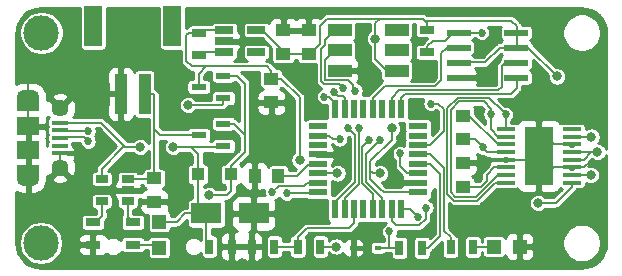
<source format=gtl>
G04 #@! TF.GenerationSoftware,KiCad,Pcbnew,(5.1.6-0-10_14)*
G04 #@! TF.CreationDate,2020-08-05T18:55:13-07:00*
G04 #@! TF.ProjectId,StringCar_M0_Express,53747269-6e67-4436-9172-5f4d305f4578,v06*
G04 #@! TF.SameCoordinates,Original*
G04 #@! TF.FileFunction,Copper,L1,Top*
G04 #@! TF.FilePolarity,Positive*
%FSLAX46Y46*%
G04 Gerber Fmt 4.6, Leading zero omitted, Abs format (unit mm)*
G04 Created by KiCad (PCBNEW (5.1.6-0-10_14)) date 2020-08-05 18:55:13*
%MOMM*%
%LPD*%
G01*
G04 APERTURE LIST*
G04 #@! TA.AperFunction,SMDPad,CuDef*
%ADD10R,0.550000X1.600000*%
G04 #@! TD*
G04 #@! TA.AperFunction,SMDPad,CuDef*
%ADD11R,1.600000X0.550000*%
G04 #@! TD*
G04 #@! TA.AperFunction,SMDPad,CuDef*
%ADD12R,1.200000X1.200000*%
G04 #@! TD*
G04 #@! TA.AperFunction,SMDPad,CuDef*
%ADD13R,2.000000X0.600000*%
G04 #@! TD*
G04 #@! TA.AperFunction,ComponentPad*
%ADD14C,3.000000*%
G04 #@! TD*
G04 #@! TA.AperFunction,SMDPad,CuDef*
%ADD15R,1.000000X1.250000*%
G04 #@! TD*
G04 #@! TA.AperFunction,SMDPad,CuDef*
%ADD16R,1.250000X1.000000*%
G04 #@! TD*
G04 #@! TA.AperFunction,SMDPad,CuDef*
%ADD17R,0.700000X1.300000*%
G04 #@! TD*
G04 #@! TA.AperFunction,SMDPad,CuDef*
%ADD18R,1.300000X0.700000*%
G04 #@! TD*
G04 #@! TA.AperFunction,SMDPad,CuDef*
%ADD19R,1.900000X1.500000*%
G04 #@! TD*
G04 #@! TA.AperFunction,ComponentPad*
%ADD20C,1.450000*%
G04 #@! TD*
G04 #@! TA.AperFunction,SMDPad,CuDef*
%ADD21R,1.350000X0.400000*%
G04 #@! TD*
G04 #@! TA.AperFunction,ComponentPad*
%ADD22O,1.900000X1.200000*%
G04 #@! TD*
G04 #@! TA.AperFunction,SMDPad,CuDef*
%ADD23R,1.900000X1.200000*%
G04 #@! TD*
G04 #@! TA.AperFunction,SMDPad,CuDef*
%ADD24R,1.500000X3.400000*%
G04 #@! TD*
G04 #@! TA.AperFunction,SMDPad,CuDef*
%ADD25R,1.000000X3.500000*%
G04 #@! TD*
G04 #@! TA.AperFunction,SMDPad,CuDef*
%ADD26R,2.000000X1.100000*%
G04 #@! TD*
G04 #@! TA.AperFunction,SMDPad,CuDef*
%ADD27R,1.060000X0.650000*%
G04 #@! TD*
G04 #@! TA.AperFunction,SMDPad,CuDef*
%ADD28R,1.560000X0.650000*%
G04 #@! TD*
G04 #@! TA.AperFunction,SMDPad,CuDef*
%ADD29R,1.100000X1.100000*%
G04 #@! TD*
G04 #@! TA.AperFunction,SMDPad,CuDef*
%ADD30R,2.500000X1.800000*%
G04 #@! TD*
G04 #@! TA.AperFunction,SMDPad,CuDef*
%ADD31R,1.300000X0.600000*%
G04 #@! TD*
G04 #@! TA.AperFunction,SMDPad,CuDef*
%ADD32R,0.600000X0.450000*%
G04 #@! TD*
G04 #@! TA.AperFunction,SMDPad,CuDef*
%ADD33R,1.600000X0.300000*%
G04 #@! TD*
G04 #@! TA.AperFunction,SMDPad,CuDef*
%ADD34R,2.460000X5.000000*%
G04 #@! TD*
G04 #@! TA.AperFunction,ComponentPad*
%ADD35C,0.330000*%
G04 #@! TD*
G04 #@! TA.AperFunction,ViaPad*
%ADD36C,0.685800*%
G04 #@! TD*
G04 #@! TA.AperFunction,ViaPad*
%ADD37C,0.812800*%
G04 #@! TD*
G04 #@! TA.AperFunction,Conductor*
%ADD38C,0.203200*%
G04 #@! TD*
G04 #@! TA.AperFunction,Conductor*
%ADD39C,0.152400*%
G04 #@! TD*
G04 #@! TA.AperFunction,Conductor*
%ADD40C,0.254000*%
G04 #@! TD*
G04 APERTURE END LIST*
D10*
X121400000Y-111450000D03*
X122200000Y-111450000D03*
X123000000Y-111450000D03*
X123800000Y-111450000D03*
X124600000Y-111450000D03*
X125400000Y-111450000D03*
X126200000Y-111450000D03*
X127000000Y-111450000D03*
D11*
X128450000Y-110000000D03*
X128450000Y-109200000D03*
X128450000Y-108400000D03*
X128450000Y-107600000D03*
X128450000Y-106800000D03*
X128450000Y-106000000D03*
X128450000Y-105200000D03*
X128450000Y-104400000D03*
D10*
X127000000Y-102950000D03*
X126200000Y-102950000D03*
X125400000Y-102950000D03*
X124600000Y-102950000D03*
X123800000Y-102950000D03*
X123000000Y-102950000D03*
X122200000Y-102950000D03*
X121400000Y-102950000D03*
D11*
X119950000Y-104400000D03*
X119950000Y-105200000D03*
X119950000Y-106000000D03*
X119950000Y-106800000D03*
X119950000Y-107600000D03*
X119950000Y-108400000D03*
X119950000Y-109200000D03*
X119950000Y-110000000D03*
D12*
X106500000Y-112500000D03*
X106500000Y-114700000D03*
X134827141Y-114600000D03*
X137027141Y-114600000D03*
D13*
X131850000Y-99035000D03*
X136750000Y-96495000D03*
X136750000Y-97765000D03*
X136750000Y-99035000D03*
X136750000Y-100305000D03*
X131850000Y-100305000D03*
X131850000Y-97765000D03*
X131850000Y-96495000D03*
D14*
X96500000Y-114300000D03*
D15*
X116600000Y-108600000D03*
X114600000Y-108600000D03*
D16*
X132234961Y-103517179D03*
X132234961Y-105517179D03*
D17*
X131177141Y-114636064D03*
X133077141Y-114636064D03*
D18*
X129200000Y-96250000D03*
X129200000Y-98150000D03*
D16*
X132234961Y-109517179D03*
X132234961Y-107517179D03*
X117008814Y-96294058D03*
X117008814Y-98294058D03*
D18*
X104272016Y-114450000D03*
X104272016Y-112550000D03*
X109900000Y-98410000D03*
X109900000Y-96510000D03*
D17*
X118250000Y-114600000D03*
X120150000Y-114600000D03*
D16*
X119152148Y-96294058D03*
X119152148Y-98294058D03*
X106100000Y-108821323D03*
X106100000Y-110821323D03*
D19*
X95408000Y-106410000D03*
D20*
X98108000Y-102910000D03*
D21*
X98108000Y-104760000D03*
X98108000Y-104110000D03*
X98108000Y-106710000D03*
X98108000Y-106060000D03*
X98108000Y-105410000D03*
D20*
X98108000Y-107910000D03*
D19*
X95408000Y-104410000D03*
D22*
X95408000Y-101910000D03*
X95408000Y-108910000D03*
D23*
X95408000Y-108310000D03*
X95408000Y-102510000D03*
D24*
X100917000Y-95931000D03*
X107617000Y-95931000D03*
D25*
X103267000Y-101681000D03*
X105267000Y-101681000D03*
D26*
X126600000Y-96300000D03*
X126600000Y-98000000D03*
X126600000Y-99700000D03*
X121800000Y-99700000D03*
X121800000Y-98000000D03*
X121800000Y-96300000D03*
D18*
X100900000Y-114450000D03*
X100900000Y-112550000D03*
D17*
X116250000Y-114600000D03*
X114350000Y-114600000D03*
D27*
X101646033Y-110771323D03*
X101646033Y-108871323D03*
X103846033Y-108871323D03*
X103846033Y-109821323D03*
X103846033Y-110771323D03*
D28*
X114728333Y-96260000D03*
X114728333Y-98160000D03*
X112028333Y-98160000D03*
X112028333Y-97210000D03*
X112028333Y-96260000D03*
D29*
X112600000Y-108500000D03*
X109800000Y-108500000D03*
D30*
X114500000Y-111800000D03*
X110500000Y-111800000D03*
D31*
X111950000Y-106106000D03*
X111950000Y-104206000D03*
X109850000Y-105156000D03*
X109850000Y-101092000D03*
X111950000Y-100142000D03*
X111950000Y-102042000D03*
D17*
X126850000Y-114700000D03*
X128750000Y-114700000D03*
X110750000Y-114600000D03*
X112650000Y-114600000D03*
D32*
X122950000Y-114700000D03*
X125050000Y-114700000D03*
D14*
X96540000Y-96510000D03*
D33*
X141434961Y-109192179D03*
D34*
X138634961Y-106917179D03*
D35*
X137884961Y-106917179D03*
X137884961Y-105417179D03*
X139384961Y-106917179D03*
X139384961Y-105417179D03*
D33*
X135834961Y-109192179D03*
D35*
X137884961Y-108417179D03*
X139384961Y-108417179D03*
D33*
X141434961Y-108542179D03*
X141434961Y-107892179D03*
X141434961Y-107242179D03*
X141434961Y-106592179D03*
X141434961Y-105942179D03*
X141434961Y-105292179D03*
X141434961Y-104642179D03*
X135834961Y-104642179D03*
X135834961Y-105292179D03*
X135834961Y-105942179D03*
X135834961Y-106592179D03*
X135834961Y-107242179D03*
X135834961Y-107892179D03*
X135834961Y-108542179D03*
D16*
X116000000Y-102400000D03*
X116000000Y-100400000D03*
D36*
X99000000Y-111600000D03*
X142000000Y-100100000D03*
X137884961Y-105417179D03*
X139384961Y-105417179D03*
X137884961Y-106917179D03*
X139384961Y-106917179D03*
X137884961Y-108417179D03*
X139384961Y-108417179D03*
X122000000Y-107000000D03*
X115600000Y-107188000D03*
X123700000Y-96300000D03*
X105000000Y-96000000D03*
X134000000Y-113200000D03*
X125900000Y-107300000D03*
X134600000Y-100300000D03*
X143200000Y-111600000D03*
X109700000Y-95100000D03*
X121400000Y-109600000D03*
X128090000Y-97100000D03*
X128500000Y-103200000D03*
X133500000Y-103100000D03*
X118700000Y-100700000D03*
X134823200Y-97028000D03*
D37*
X124800000Y-97000000D03*
X125200000Y-108400000D03*
X121600000Y-108400000D03*
X140200000Y-100200000D03*
X138600000Y-110900000D03*
X126200000Y-104600000D03*
D36*
X129500000Y-102500000D03*
X133800000Y-96500000D03*
X100500000Y-105700000D03*
X120500000Y-101900000D03*
X100500000Y-104800000D03*
X121300000Y-101500000D03*
D37*
X104900000Y-106172000D03*
X107696000Y-106172000D03*
D36*
X126000000Y-113300000D03*
D37*
X143092179Y-105292179D03*
X143057821Y-108542179D03*
X143600000Y-106592179D03*
D36*
X117300000Y-110100000D03*
X116100000Y-110000000D03*
X121800000Y-105500000D03*
D37*
X118400000Y-107300000D03*
D36*
X133900000Y-106200000D03*
D37*
X121500000Y-114600000D03*
X108966000Y-102616000D03*
X110744000Y-110236000D03*
D36*
X126900000Y-106699996D03*
X125200000Y-105600000D03*
X124300000Y-105600000D03*
X123400000Y-104600000D03*
X123100000Y-101400000D03*
X122500000Y-104600000D03*
X122100000Y-101200000D03*
X129100000Y-111300000D03*
X135834961Y-103403895D03*
X128400000Y-112100000D03*
X134600000Y-103400000D03*
D38*
X142438161Y-107892179D02*
X142730340Y-107600000D01*
X141434961Y-107892179D02*
X142438161Y-107892179D01*
X142730340Y-107600000D02*
X143000000Y-107600000D01*
X128450000Y-109200000D02*
X127446800Y-109200000D01*
X119285000Y-96260000D02*
X119160000Y-96260000D01*
X95408000Y-104410000D02*
X95408000Y-101910000D01*
X98108000Y-107910000D02*
X98108000Y-106710000D01*
X98990000Y-106710000D02*
X98108000Y-106710000D01*
X95408000Y-101106800D02*
X95400000Y-101098800D01*
X95408000Y-101910000D02*
X95408000Y-101106800D01*
X95400000Y-101098800D02*
X95400000Y-100800000D01*
X103267000Y-99633000D02*
X103267000Y-101681000D01*
X139909961Y-107892179D02*
X139384961Y-108417179D01*
X141434961Y-107892179D02*
X139909961Y-107892179D01*
X139909961Y-105942179D02*
X139384961Y-105417179D01*
X141434961Y-105942179D02*
X139909961Y-105942179D01*
X137559961Y-107242179D02*
X137884961Y-106917179D01*
X135834961Y-107242179D02*
X137559961Y-107242179D01*
X126600000Y-99700000D02*
X125800000Y-99700000D01*
X125800000Y-99700000D02*
X124800000Y-98700000D01*
X124800000Y-98700000D02*
X124800000Y-97000000D01*
X136765000Y-96495000D02*
X136765000Y-97765000D01*
X132285000Y-99035000D02*
X132320000Y-99000000D01*
X131835000Y-99035000D02*
X132285000Y-99035000D01*
X132320000Y-99000000D02*
X134100000Y-99000000D01*
X135335000Y-97765000D02*
X136765000Y-97765000D01*
X134100000Y-99000000D02*
X135335000Y-97765000D01*
X129200000Y-96250000D02*
X129200000Y-95696800D01*
X119950000Y-108400000D02*
X121600000Y-108400000D01*
X136765000Y-97765000D02*
X137768200Y-97765000D01*
X141434961Y-109545379D02*
X140080340Y-110900000D01*
X141434961Y-109192179D02*
X141434961Y-109545379D01*
X140080340Y-110900000D02*
X138600000Y-110900000D01*
X138600000Y-110900000D02*
X138600000Y-110900000D01*
X136323200Y-95500000D02*
X129003200Y-95500000D01*
X136765000Y-95941800D02*
X136323200Y-95500000D01*
X136765000Y-96495000D02*
X136765000Y-95941800D01*
X129200000Y-95696800D02*
X129003200Y-95500000D01*
X129003200Y-95500000D02*
X128803200Y-95300000D01*
X124800000Y-95700000D02*
X125200000Y-95300000D01*
X124800000Y-97000000D02*
X124800000Y-95700000D01*
X128803200Y-95300000D02*
X125200000Y-95300000D01*
X117008814Y-98085481D02*
X117008814Y-98294058D01*
X115183333Y-96260000D02*
X117008814Y-98085481D01*
X114728333Y-96260000D02*
X115183333Y-96260000D01*
X117008814Y-98294058D02*
X119152148Y-98294058D01*
X120701358Y-95300000D02*
X121300000Y-95300000D01*
X120081949Y-95919409D02*
X120701358Y-95300000D01*
X120081949Y-97489257D02*
X120081949Y-95919409D01*
X119277148Y-98294058D02*
X120081949Y-97489257D01*
X119152148Y-98294058D02*
X119277148Y-98294058D01*
X125200000Y-95300000D02*
X121300000Y-95300000D01*
X128450000Y-110000000D02*
X125500000Y-110000000D01*
X125500000Y-110000000D02*
X125200000Y-109700000D01*
X126200000Y-105558598D02*
X126200000Y-104600000D01*
X124390630Y-107367968D02*
X126200000Y-105558598D01*
X137768200Y-97768200D02*
X140200000Y-100200000D01*
X137768200Y-97765000D02*
X137768200Y-97768200D01*
X125200000Y-109700000D02*
X125194000Y-109700000D01*
X125194000Y-109700000D02*
X124390630Y-108896630D01*
X124390630Y-107890630D02*
X124390630Y-107442000D01*
X124390630Y-107442000D02*
X124390630Y-107367968D01*
X124586630Y-108400000D02*
X124390630Y-108204000D01*
X125200000Y-108400000D02*
X124586630Y-108400000D01*
X124390630Y-108896630D02*
X124390630Y-108204000D01*
X124390630Y-108204000D02*
X124390630Y-107442000D01*
D39*
X119172078Y-107600000D02*
X119950000Y-107600000D01*
X118172078Y-108600000D02*
X119172078Y-107600000D01*
X116600000Y-108600000D02*
X118172078Y-108600000D01*
X131385000Y-96495000D02*
X131835000Y-96495000D01*
X130680000Y-97200000D02*
X131385000Y-96495000D01*
X129647600Y-97200000D02*
X130680000Y-97200000D01*
X129200000Y-97647600D02*
X129647600Y-97200000D01*
X129200000Y-98150000D02*
X129200000Y-97647600D01*
X129500000Y-102500000D02*
X129500000Y-102500000D01*
X132787400Y-96495000D02*
X132792400Y-96500000D01*
X131835000Y-96495000D02*
X132787400Y-96495000D01*
X132792400Y-96500000D02*
X133800000Y-96500000D01*
X133800000Y-96500000D02*
X133800000Y-96500000D01*
X130100000Y-102500000D02*
X129500000Y-102500000D01*
X130590381Y-102990381D02*
X130100000Y-102500000D01*
X130590381Y-104812019D02*
X130590381Y-102990381D01*
X128450000Y-106000000D02*
X129402400Y-106000000D01*
X129402400Y-106000000D02*
X130590381Y-104812019D01*
X98160899Y-105357101D02*
X98108000Y-105410000D01*
X100157101Y-105357101D02*
X98160899Y-105357101D01*
X100500000Y-105700000D02*
X100157101Y-105357101D01*
X120875000Y-101900000D02*
X120500000Y-101900000D01*
X121400000Y-102425000D02*
X120875000Y-101900000D01*
X121400000Y-102950000D02*
X121400000Y-102425000D01*
X98148000Y-104800000D02*
X98108000Y-104760000D01*
X100500000Y-104800000D02*
X98148000Y-104800000D01*
X122200000Y-102950000D02*
X122200000Y-102300000D01*
X121642899Y-101842899D02*
X121300000Y-101500000D01*
X122045299Y-101842899D02*
X121642899Y-101842899D01*
X122200000Y-101997600D02*
X122045299Y-101842899D01*
X122200000Y-102950000D02*
X122200000Y-101997600D01*
X130835000Y-97765000D02*
X131835000Y-97765000D01*
X124600000Y-101997600D02*
X125597600Y-101000000D01*
X124600000Y-102950000D02*
X124600000Y-101997600D01*
X125597600Y-101000000D02*
X129900000Y-101000000D01*
X129900000Y-101000000D02*
X130400000Y-100500000D01*
X130400000Y-100500000D02*
X130400000Y-98200000D01*
X130400000Y-98200000D02*
X130835000Y-97765000D01*
X135812600Y-99035000D02*
X136765000Y-99035000D01*
X126200000Y-102950000D02*
X126200000Y-101997600D01*
X126200000Y-101997600D02*
X126812028Y-101385572D01*
X126812028Y-101385572D02*
X135214429Y-101385571D01*
X135214429Y-101385571D02*
X135500000Y-101100000D01*
X135500000Y-101100000D02*
X135500000Y-99347600D01*
X135500000Y-99347600D02*
X135812600Y-99035000D01*
X136765000Y-101207400D02*
X136765000Y-100705000D01*
X136282019Y-101690381D02*
X136765000Y-101207400D01*
X127307219Y-101690381D02*
X136282019Y-101690381D01*
X127000000Y-101997600D02*
X127307219Y-101690381D01*
X127000000Y-102950000D02*
X127000000Y-101997600D01*
X136765000Y-100705000D02*
X136765000Y-100305000D01*
D38*
X106050000Y-108871323D02*
X106100000Y-108821323D01*
X103846033Y-108871323D02*
X106050000Y-108871323D01*
X106100000Y-105100000D02*
X106100000Y-105000000D01*
X106100000Y-102900000D02*
X106100000Y-101810800D01*
X105970200Y-101681000D02*
X105267000Y-101681000D01*
X106100000Y-101810800D02*
X105970200Y-101681000D01*
X106100000Y-108821323D02*
X106100000Y-101810800D01*
X106100000Y-103800000D02*
X106100000Y-102900000D01*
X106608000Y-105156000D02*
X106100000Y-104648000D01*
X109850000Y-105156000D02*
X106608000Y-105156000D01*
X106100000Y-105000000D02*
X106100000Y-104648000D01*
X106100000Y-104648000D02*
X106100000Y-103800000D01*
X109800000Y-111100000D02*
X110500000Y-111800000D01*
X109800000Y-108500000D02*
X109800000Y-111100000D01*
X100100000Y-104110000D02*
X98108000Y-104110000D01*
X98108000Y-104110000D02*
X100768598Y-104110000D01*
X98108000Y-104110000D02*
X101010000Y-104110000D01*
X110500000Y-111800000D02*
X108700000Y-111800000D01*
X107992200Y-112507800D02*
X106500000Y-112507800D01*
X108700000Y-111800000D02*
X107992200Y-112507800D01*
X110500000Y-114350000D02*
X110750000Y-114600000D01*
X110500000Y-111800000D02*
X110500000Y-114350000D01*
X111884000Y-106172000D02*
X111950000Y-106106000D01*
X109800000Y-106752000D02*
X109220000Y-106172000D01*
X109800000Y-108500000D02*
X109800000Y-106752000D01*
X107696000Y-106172000D02*
X109220000Y-106172000D01*
X109220000Y-106172000D02*
X111884000Y-106172000D01*
X101646033Y-108871323D02*
X101646033Y-107996033D01*
X103470066Y-106172000D02*
X103632000Y-106172000D01*
X101646033Y-107996033D02*
X103470066Y-106172000D01*
X101570000Y-104110000D02*
X98108000Y-104110000D01*
X103632000Y-106172000D02*
X101570000Y-104110000D01*
X104900000Y-106172000D02*
X103632000Y-106172000D01*
D39*
X110150000Y-98160000D02*
X109900000Y-98410000D01*
X112028333Y-98160000D02*
X110150000Y-98160000D01*
X135184961Y-105942179D02*
X135834961Y-105942179D01*
X132759961Y-103517179D02*
X135184961Y-105942179D01*
X132234961Y-103517179D02*
X132759961Y-103517179D01*
X134882561Y-107892179D02*
X135834961Y-107892179D01*
X133778895Y-109517179D02*
X134230151Y-109065923D01*
X132234961Y-109517179D02*
X133778895Y-109517179D01*
X134230151Y-108544589D02*
X134882561Y-107892179D01*
X134230151Y-109065923D02*
X134230151Y-108544589D01*
X125050000Y-114700000D02*
X125502400Y-114700000D01*
X126000000Y-114700000D02*
X126000000Y-113300000D01*
X126000000Y-114700000D02*
X126850000Y-114700000D01*
X125502400Y-114700000D02*
X126000000Y-114700000D01*
X126000000Y-113300000D02*
X126000000Y-113300000D01*
D38*
X141434961Y-108542179D02*
X143057821Y-108542179D01*
X143057821Y-108542179D02*
X143057821Y-108542179D01*
X141434961Y-105292179D02*
X143092179Y-105292179D01*
X143092179Y-105292179D02*
X143092179Y-105292179D01*
X141434961Y-106592179D02*
X143092179Y-106592179D01*
X143092179Y-106592179D02*
X143092179Y-106592179D01*
X142442179Y-107242179D02*
X143092179Y-106592179D01*
X141434961Y-107242179D02*
X142442179Y-107242179D01*
X143092179Y-106592179D02*
X143600000Y-106592179D01*
D39*
X134798877Y-114636064D02*
X134834941Y-114600000D01*
X133077141Y-114636064D02*
X134798877Y-114636064D01*
X106181600Y-114450000D02*
X106500000Y-114768400D01*
X104272016Y-114450000D02*
X106181600Y-114450000D01*
X103846033Y-112124017D02*
X104272016Y-112550000D01*
X103846033Y-110771323D02*
X103846033Y-112124017D01*
X101200000Y-112550000D02*
X100900000Y-112550000D01*
X101702400Y-112047600D02*
X101200000Y-112550000D01*
X101702400Y-111860334D02*
X101702400Y-112047600D01*
X101646033Y-111803967D02*
X101702400Y-111860334D01*
X101646033Y-110771323D02*
X101646033Y-111803967D01*
X119850000Y-110100000D02*
X119950000Y-110000000D01*
X117300000Y-110100000D02*
X119850000Y-110100000D01*
X119950000Y-109200000D02*
X119263518Y-109200000D01*
X118997600Y-109200000D02*
X119950000Y-109200000D01*
X118743999Y-109453601D02*
X118997600Y-109200000D01*
X116100000Y-110000000D02*
X116646399Y-109453601D01*
X116646399Y-109453601D02*
X118743999Y-109453601D01*
X119950000Y-105200000D02*
X120902400Y-105200000D01*
X121202400Y-105500000D02*
X121800000Y-105500000D01*
X120902400Y-105200000D02*
X121202400Y-105500000D01*
D38*
X118400000Y-107300000D02*
X118400000Y-107300000D01*
X133217179Y-105517179D02*
X133900000Y-106200000D01*
X132234961Y-105517179D02*
X133217179Y-105517179D01*
X134292179Y-106592179D02*
X133900000Y-106200000D01*
X135834961Y-106592179D02*
X134292179Y-106592179D01*
X120150000Y-114600000D02*
X121500000Y-114600000D01*
X121500000Y-114600000D02*
X121500000Y-114600000D01*
X110150000Y-96260000D02*
X109900000Y-96510000D01*
X112028333Y-96260000D02*
X110150000Y-96260000D01*
X115950000Y-100450000D02*
X116000000Y-100400000D01*
X118400000Y-103700000D02*
X118400000Y-103800000D01*
X118400000Y-103800000D02*
X118400000Y-107300000D01*
X110450000Y-99350000D02*
X114121800Y-99350000D01*
X109850000Y-101092000D02*
X109850000Y-99950000D01*
X109850000Y-99950000D02*
X110450000Y-99350000D01*
X115653200Y-99350000D02*
X114121800Y-99350000D01*
X116000000Y-99696800D02*
X115653200Y-99350000D01*
X116000000Y-100400000D02*
X116000000Y-99696800D01*
X116828200Y-100400000D02*
X118400000Y-101971800D01*
X118400000Y-101971800D02*
X118400000Y-103800000D01*
X116000000Y-100400000D02*
X116828200Y-100400000D01*
X109291358Y-99350000D02*
X108800000Y-98858642D01*
X110450000Y-99350000D02*
X109291358Y-99350000D01*
X108800000Y-97100000D02*
X108800000Y-96700000D01*
X108800000Y-98858642D02*
X108800000Y-97100000D01*
X108990000Y-96510000D02*
X109900000Y-96510000D01*
X108800000Y-96700000D02*
X108990000Y-96510000D01*
D39*
X111950000Y-102494400D02*
X111950000Y-102042000D01*
X111828400Y-102616000D02*
X111950000Y-102494400D01*
X108966000Y-102616000D02*
X111828400Y-102616000D01*
D38*
X113092000Y-100142000D02*
X111950000Y-100142000D01*
X113750000Y-100800000D02*
X113092000Y-100142000D01*
X112600000Y-108500000D02*
X112600000Y-107746800D01*
X112600000Y-107746800D02*
X113750000Y-106596800D01*
X113750000Y-105152800D02*
X113750000Y-105410000D01*
X112803200Y-104206000D02*
X113750000Y-105152800D01*
X111950000Y-104206000D02*
X112803200Y-104206000D01*
X113750000Y-106596800D02*
X113750000Y-105410000D01*
X113750000Y-105410000D02*
X113750000Y-100800000D01*
X112600000Y-109904000D02*
X112600000Y-108500000D01*
X110744000Y-110236000D02*
X112268000Y-110236000D01*
X112268000Y-110236000D02*
X112600000Y-109904000D01*
D39*
X126900000Y-107184929D02*
X126900000Y-106699996D01*
X127497600Y-108400000D02*
X126900000Y-107802400D01*
X126900000Y-107802400D02*
X126900000Y-107184929D01*
X128450000Y-108400000D02*
X127497600Y-108400000D01*
X124009620Y-106790380D02*
X125200000Y-105600000D01*
X124009620Y-109107220D02*
X124009620Y-106790380D01*
X125400000Y-110497600D02*
X124009620Y-109107220D01*
X125400000Y-111450000D02*
X125400000Y-110497600D01*
X123704810Y-106195190D02*
X124300000Y-105600000D01*
X123704810Y-109233476D02*
X123704810Y-106195190D01*
X124600000Y-110128666D02*
X123704810Y-109233476D01*
X124600000Y-111450000D02*
X124600000Y-110128666D01*
X121350000Y-98000000D02*
X121800000Y-98000000D01*
X120520599Y-98829401D02*
X121350000Y-98000000D01*
X120576479Y-100529401D02*
X120520599Y-100473521D01*
X122514334Y-100529401D02*
X120576479Y-100529401D01*
X122900000Y-100915067D02*
X122514334Y-100529401D01*
X120520599Y-100473521D02*
X120520599Y-98829401D01*
X122900000Y-101400000D02*
X122900000Y-100915067D01*
X123400000Y-108700000D02*
X123400000Y-104600000D01*
X123400000Y-109297600D02*
X123400000Y-108700000D01*
X122200000Y-110497600D02*
X123400000Y-109297600D01*
X122200000Y-111450000D02*
X122200000Y-110497600D01*
X121350000Y-96300000D02*
X121800000Y-96300000D01*
X120571399Y-97078601D02*
X121350000Y-96300000D01*
X120571399Y-97538635D02*
X120571399Y-97078601D01*
X120215789Y-97894245D02*
X120571399Y-97538635D01*
X120215789Y-100615789D02*
X120215789Y-97894245D01*
X120434211Y-100834211D02*
X120215789Y-100615789D01*
X121734211Y-100834211D02*
X120434211Y-100834211D01*
X122100000Y-101200000D02*
X121734211Y-100834211D01*
X122842899Y-104942899D02*
X122500000Y-104600000D01*
X122922301Y-105022301D02*
X122842899Y-104942899D01*
X121400000Y-110800000D02*
X123095190Y-109104810D01*
X121400000Y-111450000D02*
X121400000Y-110800000D01*
X123095190Y-105195190D02*
X122500000Y-104600000D01*
X123095190Y-109104810D02*
X123095190Y-105195190D01*
X131177141Y-113833664D02*
X131177141Y-114636064D01*
X130590381Y-113246904D02*
X131177141Y-113833664D01*
X130590381Y-107987982D02*
X130590381Y-113246904D01*
X129402400Y-106800000D02*
X130590381Y-107987982D01*
X128450000Y-106800000D02*
X129402400Y-106800000D01*
X129300000Y-114700000D02*
X128750000Y-114700000D01*
X130285571Y-113714429D02*
X129300000Y-114700000D01*
X130285571Y-108483171D02*
X130285571Y-113714429D01*
X128450000Y-107600000D02*
X129402400Y-107600000D01*
X129402400Y-107600000D02*
X130285571Y-108483171D01*
X116250000Y-114600000D02*
X118250000Y-114600000D01*
X118250000Y-113797600D02*
X119017600Y-113030000D01*
X118250000Y-114600000D02*
X118250000Y-113797600D01*
X119017600Y-113030000D02*
X122555000Y-113030000D01*
X123000000Y-112585000D02*
X123000000Y-111450000D01*
X122555000Y-113030000D02*
X123000000Y-112585000D01*
X126200000Y-112402400D02*
X126597600Y-112800000D01*
X126200000Y-111450000D02*
X126200000Y-112402400D01*
X129100000Y-111784933D02*
X129100000Y-111300000D01*
X129100000Y-112245822D02*
X129100000Y-111784933D01*
X128545822Y-112800000D02*
X129100000Y-112245822D01*
X126597600Y-112800000D02*
X128545822Y-112800000D01*
X135834961Y-104339779D02*
X135834961Y-104642179D01*
X135834961Y-103403895D02*
X135834961Y-104339779D01*
X134426257Y-101995191D02*
X135834961Y-103403895D01*
X135492062Y-103060996D02*
X135834961Y-103403895D01*
X131789402Y-101995190D02*
X134426256Y-101995190D01*
X130895191Y-102889401D02*
X131789402Y-101995190D01*
X130895190Y-110144956D02*
X130895191Y-102889401D01*
X131455044Y-110704810D02*
X130895190Y-110144956D01*
X133453396Y-110704810D02*
X131455044Y-110704810D01*
X134966027Y-109192179D02*
X133453396Y-110704810D01*
X134426256Y-101995190D02*
X135492062Y-103060996D01*
X135834961Y-109192179D02*
X134966027Y-109192179D01*
X135184961Y-105292179D02*
X134562073Y-104669291D01*
X135834961Y-105292179D02*
X135184961Y-105292179D01*
X127750000Y-111450000D02*
X128400000Y-112100000D01*
X127000000Y-111450000D02*
X127750000Y-111450000D01*
X135834961Y-108542179D02*
X135184961Y-108542179D01*
X134562073Y-103922860D02*
X134562073Y-104669291D01*
X134600000Y-103884933D02*
X134562073Y-103922860D01*
X134600000Y-103400000D02*
X134600000Y-103884933D01*
X134534960Y-109192180D02*
X134600000Y-109127140D01*
X134600000Y-109127140D02*
X134534961Y-109192179D01*
X135184961Y-108542179D02*
X134600000Y-109127140D01*
X134600000Y-103400000D02*
X134600000Y-102915067D01*
X134600000Y-102915067D02*
X133984933Y-102300000D01*
X135184961Y-108542179D02*
X133327140Y-110400000D01*
X131581300Y-110400000D02*
X131200000Y-110018700D01*
X133327140Y-110400000D02*
X131581300Y-110400000D01*
X131915658Y-102300000D02*
X132400000Y-102300000D01*
X131200000Y-103015658D02*
X131915658Y-102300000D01*
X131200000Y-110018700D02*
X131200000Y-103015658D01*
X133984933Y-102300000D02*
X132400000Y-102300000D01*
D40*
G36*
X114992157Y-99900000D02*
G01*
X114992157Y-100900000D01*
X114999513Y-100974689D01*
X115021299Y-101046508D01*
X115056678Y-101112696D01*
X115104289Y-101170711D01*
X115162304Y-101218322D01*
X115228492Y-101253701D01*
X115284874Y-101270804D01*
X115250518Y-101274188D01*
X115130820Y-101310498D01*
X115020506Y-101369463D01*
X114923815Y-101448815D01*
X114844463Y-101545506D01*
X114785498Y-101655820D01*
X114749188Y-101775518D01*
X114736928Y-101900000D01*
X114740000Y-102114250D01*
X114898750Y-102273000D01*
X115873000Y-102273000D01*
X115873000Y-102253000D01*
X116127000Y-102253000D01*
X116127000Y-102273000D01*
X117101250Y-102273000D01*
X117260000Y-102114250D01*
X117263072Y-101900000D01*
X117250812Y-101775518D01*
X117214502Y-101655820D01*
X117155537Y-101545506D01*
X117076185Y-101448815D01*
X116979494Y-101369463D01*
X116869180Y-101310498D01*
X116749482Y-101274188D01*
X116715126Y-101270804D01*
X116771508Y-101253701D01*
X116837696Y-101218322D01*
X116895711Y-101170711D01*
X116905042Y-101159341D01*
X117917400Y-102171700D01*
X117917401Y-103676285D01*
X117917400Y-103676294D01*
X117917400Y-103776294D01*
X117917401Y-106675464D01*
X117898062Y-106688386D01*
X117788386Y-106798062D01*
X117702215Y-106927026D01*
X117642859Y-107070324D01*
X117612600Y-107222448D01*
X117612600Y-107377552D01*
X117642859Y-107529676D01*
X117702215Y-107672974D01*
X117788386Y-107801938D01*
X117898062Y-107911614D01*
X118027026Y-107997785D01*
X118098224Y-108027276D01*
X117982701Y-108142800D01*
X117482843Y-108142800D01*
X117482843Y-107975000D01*
X117475487Y-107900311D01*
X117453701Y-107828492D01*
X117418322Y-107762304D01*
X117370711Y-107704289D01*
X117312696Y-107656678D01*
X117246508Y-107621299D01*
X117174689Y-107599513D01*
X117100000Y-107592157D01*
X116100000Y-107592157D01*
X116025311Y-107599513D01*
X115953492Y-107621299D01*
X115887304Y-107656678D01*
X115829289Y-107704289D01*
X115781678Y-107762304D01*
X115746299Y-107828492D01*
X115729196Y-107884874D01*
X115725812Y-107850518D01*
X115689502Y-107730820D01*
X115630537Y-107620506D01*
X115551185Y-107523815D01*
X115454494Y-107444463D01*
X115344180Y-107385498D01*
X115224482Y-107349188D01*
X115100000Y-107336928D01*
X114885750Y-107340000D01*
X114727000Y-107498750D01*
X114727000Y-108473000D01*
X114747000Y-108473000D01*
X114747000Y-108727000D01*
X114727000Y-108727000D01*
X114727000Y-109701250D01*
X114885750Y-109860000D01*
X115100000Y-109863072D01*
X115224482Y-109850812D01*
X115344180Y-109814502D01*
X115407258Y-109780786D01*
X115403919Y-109788846D01*
X115376100Y-109928702D01*
X115376100Y-110071298D01*
X115403919Y-110211154D01*
X115425379Y-110262962D01*
X114785750Y-110265000D01*
X114627000Y-110423750D01*
X114627000Y-111673000D01*
X116226250Y-111673000D01*
X116385000Y-111514250D01*
X116388072Y-110900000D01*
X116375812Y-110775518D01*
X116347187Y-110681155D01*
X116442895Y-110641512D01*
X116561460Y-110562290D01*
X116662290Y-110461460D01*
X116666591Y-110455023D01*
X116737710Y-110561460D01*
X116838540Y-110662290D01*
X116957105Y-110741512D01*
X117088846Y-110796081D01*
X117228702Y-110823900D01*
X117371298Y-110823900D01*
X117511154Y-110796081D01*
X117642895Y-110741512D01*
X117761460Y-110662290D01*
X117862290Y-110561460D01*
X117865136Y-110557200D01*
X118893289Y-110557200D01*
X118937304Y-110593322D01*
X119003492Y-110628701D01*
X119075311Y-110650487D01*
X119150000Y-110657843D01*
X120742157Y-110657843D01*
X120742157Y-112250000D01*
X120749513Y-112324689D01*
X120771299Y-112396508D01*
X120806678Y-112462696D01*
X120854289Y-112520711D01*
X120912304Y-112568322D01*
X120920682Y-112572800D01*
X119040049Y-112572800D01*
X119017599Y-112570589D01*
X118995149Y-112572800D01*
X118995140Y-112572800D01*
X118927973Y-112579415D01*
X118841791Y-112605559D01*
X118804817Y-112625322D01*
X118762363Y-112648013D01*
X118729936Y-112674626D01*
X118692747Y-112705147D01*
X118678430Y-112722592D01*
X117942592Y-113458430D01*
X117925148Y-113472747D01*
X117910831Y-113490192D01*
X117910830Y-113490193D01*
X117868013Y-113542365D01*
X117852248Y-113571860D01*
X117825311Y-113574513D01*
X117753492Y-113596299D01*
X117687304Y-113631678D01*
X117629289Y-113679289D01*
X117581678Y-113737304D01*
X117546299Y-113803492D01*
X117524513Y-113875311D01*
X117517157Y-113950000D01*
X117517157Y-114142800D01*
X116982843Y-114142800D01*
X116982843Y-113950000D01*
X116975487Y-113875311D01*
X116953701Y-113803492D01*
X116918322Y-113737304D01*
X116870711Y-113679289D01*
X116812696Y-113631678D01*
X116746508Y-113596299D01*
X116674689Y-113574513D01*
X116600000Y-113567157D01*
X115900000Y-113567157D01*
X115825311Y-113574513D01*
X115753492Y-113596299D01*
X115687304Y-113631678D01*
X115629289Y-113679289D01*
X115581678Y-113737304D01*
X115546299Y-113803492D01*
X115524513Y-113875311D01*
X115517157Y-113950000D01*
X115517157Y-115250000D01*
X115524513Y-115324689D01*
X115546299Y-115396508D01*
X115581678Y-115462696D01*
X115629289Y-115520711D01*
X115687304Y-115568322D01*
X115753492Y-115603701D01*
X115825311Y-115625487D01*
X115900000Y-115632843D01*
X116600000Y-115632843D01*
X116674689Y-115625487D01*
X116746508Y-115603701D01*
X116812696Y-115568322D01*
X116870711Y-115520711D01*
X116918322Y-115462696D01*
X116953701Y-115396508D01*
X116975487Y-115324689D01*
X116982843Y-115250000D01*
X116982843Y-115057200D01*
X117517157Y-115057200D01*
X117517157Y-115250000D01*
X117524513Y-115324689D01*
X117546299Y-115396508D01*
X117581678Y-115462696D01*
X117629289Y-115520711D01*
X117687304Y-115568322D01*
X117753492Y-115603701D01*
X117825311Y-115625487D01*
X117900000Y-115632843D01*
X118600000Y-115632843D01*
X118674689Y-115625487D01*
X118746508Y-115603701D01*
X118812696Y-115568322D01*
X118870711Y-115520711D01*
X118918322Y-115462696D01*
X118953701Y-115396508D01*
X118975487Y-115324689D01*
X118982843Y-115250000D01*
X118982843Y-113950000D01*
X119417157Y-113950000D01*
X119417157Y-115250000D01*
X119424513Y-115324689D01*
X119446299Y-115396508D01*
X119481678Y-115462696D01*
X119529289Y-115520711D01*
X119587304Y-115568322D01*
X119653492Y-115603701D01*
X119725311Y-115625487D01*
X119800000Y-115632843D01*
X120500000Y-115632843D01*
X120574689Y-115625487D01*
X120646508Y-115603701D01*
X120712696Y-115568322D01*
X120770711Y-115520711D01*
X120818322Y-115462696D01*
X120853701Y-115396508D01*
X120875487Y-115324689D01*
X120882843Y-115250000D01*
X120882843Y-115093642D01*
X120888386Y-115101938D01*
X120998062Y-115211614D01*
X121127026Y-115297785D01*
X121270324Y-115357141D01*
X121422448Y-115387400D01*
X121577552Y-115387400D01*
X121729676Y-115357141D01*
X121872974Y-115297785D01*
X122001938Y-115211614D01*
X122057588Y-115155964D01*
X122066968Y-115184249D01*
X122128748Y-115293012D01*
X122210559Y-115387631D01*
X122309258Y-115464473D01*
X122421051Y-115520582D01*
X122541643Y-115553804D01*
X122664250Y-115560000D01*
X122823000Y-115401250D01*
X122823000Y-114798000D01*
X123077000Y-114798000D01*
X123077000Y-115401250D01*
X123235750Y-115560000D01*
X123358357Y-115553804D01*
X123478949Y-115520582D01*
X123590742Y-115464473D01*
X123689441Y-115387631D01*
X123771252Y-115293012D01*
X123833032Y-115184249D01*
X123872406Y-115065524D01*
X123885000Y-114956750D01*
X123726250Y-114798000D01*
X123077000Y-114798000D01*
X122823000Y-114798000D01*
X122803000Y-114798000D01*
X122803000Y-114602000D01*
X122823000Y-114602000D01*
X122823000Y-113998750D01*
X123077000Y-113998750D01*
X123077000Y-114602000D01*
X123726250Y-114602000D01*
X123885000Y-114443250D01*
X123872406Y-114334476D01*
X123833032Y-114215751D01*
X123771252Y-114106988D01*
X123689441Y-114012369D01*
X123590742Y-113935527D01*
X123478949Y-113879418D01*
X123358357Y-113846196D01*
X123235750Y-113840000D01*
X123077000Y-113998750D01*
X122823000Y-113998750D01*
X122664250Y-113840000D01*
X122541643Y-113846196D01*
X122421051Y-113879418D01*
X122309258Y-113935527D01*
X122210559Y-114012369D01*
X122128748Y-114106988D01*
X122123616Y-114116024D01*
X122111614Y-114098062D01*
X122001938Y-113988386D01*
X121872974Y-113902215D01*
X121729676Y-113842859D01*
X121577552Y-113812600D01*
X121422448Y-113812600D01*
X121270324Y-113842859D01*
X121127026Y-113902215D01*
X120998062Y-113988386D01*
X120888386Y-114098062D01*
X120882843Y-114106358D01*
X120882843Y-113950000D01*
X120875487Y-113875311D01*
X120853701Y-113803492D01*
X120818322Y-113737304D01*
X120770711Y-113679289D01*
X120712696Y-113631678D01*
X120646508Y-113596299D01*
X120574689Y-113574513D01*
X120500000Y-113567157D01*
X119800000Y-113567157D01*
X119725311Y-113574513D01*
X119653492Y-113596299D01*
X119587304Y-113631678D01*
X119529289Y-113679289D01*
X119481678Y-113737304D01*
X119446299Y-113803492D01*
X119424513Y-113875311D01*
X119417157Y-113950000D01*
X118982843Y-113950000D01*
X118975487Y-113875311D01*
X118953701Y-113803492D01*
X118931751Y-113762427D01*
X119206978Y-113487200D01*
X122532550Y-113487200D01*
X122555000Y-113489411D01*
X122577450Y-113487200D01*
X122577460Y-113487200D01*
X122644627Y-113480585D01*
X122730809Y-113454441D01*
X122810236Y-113411987D01*
X122879853Y-113354853D01*
X122894174Y-113337403D01*
X123307409Y-112924169D01*
X123324853Y-112909853D01*
X123381987Y-112840236D01*
X123424441Y-112760809D01*
X123450585Y-112674627D01*
X123455375Y-112625986D01*
X123525000Y-112632843D01*
X124075000Y-112632843D01*
X124149689Y-112625487D01*
X124200000Y-112610225D01*
X124250311Y-112625487D01*
X124325000Y-112632843D01*
X124875000Y-112632843D01*
X124949689Y-112625487D01*
X125000000Y-112610225D01*
X125050311Y-112625487D01*
X125125000Y-112632843D01*
X125675000Y-112632843D01*
X125732748Y-112627155D01*
X125657105Y-112658488D01*
X125538540Y-112737710D01*
X125437710Y-112838540D01*
X125358488Y-112957105D01*
X125303919Y-113088846D01*
X125276100Y-113228702D01*
X125276100Y-113371298D01*
X125303919Y-113511154D01*
X125358488Y-113642895D01*
X125437710Y-113761460D01*
X125538540Y-113862290D01*
X125542801Y-113865137D01*
X125542800Y-114146043D01*
X125496508Y-114121299D01*
X125424689Y-114099513D01*
X125350000Y-114092157D01*
X124750000Y-114092157D01*
X124675311Y-114099513D01*
X124603492Y-114121299D01*
X124537304Y-114156678D01*
X124479289Y-114204289D01*
X124431678Y-114262304D01*
X124396299Y-114328492D01*
X124374513Y-114400311D01*
X124367157Y-114475000D01*
X124367157Y-114925000D01*
X124374513Y-114999689D01*
X124396299Y-115071508D01*
X124431678Y-115137696D01*
X124479289Y-115195711D01*
X124537304Y-115243322D01*
X124603492Y-115278701D01*
X124675311Y-115300487D01*
X124750000Y-115307843D01*
X125350000Y-115307843D01*
X125424689Y-115300487D01*
X125496508Y-115278701D01*
X125562696Y-115243322D01*
X125620711Y-115195711D01*
X125652316Y-115157200D01*
X125977540Y-115157200D01*
X126000000Y-115159412D01*
X126022460Y-115157200D01*
X126117157Y-115157200D01*
X126117157Y-115350000D01*
X126124513Y-115424689D01*
X126146299Y-115496508D01*
X126181678Y-115562696D01*
X126229289Y-115620711D01*
X126287304Y-115668322D01*
X126353492Y-115703701D01*
X126425311Y-115725487D01*
X126500000Y-115732843D01*
X127200000Y-115732843D01*
X127274689Y-115725487D01*
X127346508Y-115703701D01*
X127412696Y-115668322D01*
X127470711Y-115620711D01*
X127518322Y-115562696D01*
X127553701Y-115496508D01*
X127575487Y-115424689D01*
X127582843Y-115350000D01*
X127582843Y-114050000D01*
X127575487Y-113975311D01*
X127553701Y-113903492D01*
X127518322Y-113837304D01*
X127470711Y-113779289D01*
X127412696Y-113731678D01*
X127346508Y-113696299D01*
X127274689Y-113674513D01*
X127200000Y-113667157D01*
X126625301Y-113667157D01*
X126641512Y-113642895D01*
X126696081Y-113511154D01*
X126723900Y-113371298D01*
X126723900Y-113257200D01*
X128523372Y-113257200D01*
X128545822Y-113259411D01*
X128568272Y-113257200D01*
X128568282Y-113257200D01*
X128635449Y-113250585D01*
X128721631Y-113224441D01*
X128801058Y-113181987D01*
X128870675Y-113124853D01*
X128884996Y-113107403D01*
X129407409Y-112584991D01*
X129424853Y-112570675D01*
X129441342Y-112550584D01*
X129481987Y-112501058D01*
X129487210Y-112491286D01*
X129524441Y-112421631D01*
X129550585Y-112335449D01*
X129557200Y-112268282D01*
X129557200Y-112268273D01*
X129559411Y-112245823D01*
X129557200Y-112223373D01*
X129557200Y-111865136D01*
X129561460Y-111862290D01*
X129662290Y-111761460D01*
X129741512Y-111642895D01*
X129796081Y-111511154D01*
X129823900Y-111371298D01*
X129823900Y-111228702D01*
X129796081Y-111088846D01*
X129741512Y-110957105D01*
X129662290Y-110838540D01*
X129561460Y-110737710D01*
X129442895Y-110658488D01*
X129381774Y-110633171D01*
X129396508Y-110628701D01*
X129462696Y-110593322D01*
X129520711Y-110545711D01*
X129568322Y-110487696D01*
X129603701Y-110421508D01*
X129625487Y-110349689D01*
X129632843Y-110275000D01*
X129632843Y-109982121D01*
X129699010Y-109928350D01*
X129778826Y-109832041D01*
X129828371Y-109740411D01*
X129828372Y-113525050D01*
X129452388Y-113901035D01*
X129418322Y-113837304D01*
X129370711Y-113779289D01*
X129312696Y-113731678D01*
X129246508Y-113696299D01*
X129174689Y-113674513D01*
X129100000Y-113667157D01*
X128400000Y-113667157D01*
X128325311Y-113674513D01*
X128253492Y-113696299D01*
X128187304Y-113731678D01*
X128129289Y-113779289D01*
X128081678Y-113837304D01*
X128046299Y-113903492D01*
X128024513Y-113975311D01*
X128017157Y-114050000D01*
X128017157Y-115350000D01*
X128024513Y-115424689D01*
X128046299Y-115496508D01*
X128081678Y-115562696D01*
X128129289Y-115620711D01*
X128187304Y-115668322D01*
X128253492Y-115703701D01*
X128325311Y-115725487D01*
X128400000Y-115732843D01*
X129100000Y-115732843D01*
X129174689Y-115725487D01*
X129246508Y-115703701D01*
X129312696Y-115668322D01*
X129370711Y-115620711D01*
X129418322Y-115562696D01*
X129453701Y-115496508D01*
X129475487Y-115424689D01*
X129482843Y-115350000D01*
X129482843Y-115120681D01*
X129555236Y-115081987D01*
X129624853Y-115024853D01*
X129639174Y-115007403D01*
X130444298Y-114202280D01*
X130444298Y-115286064D01*
X130451654Y-115360753D01*
X130473440Y-115432572D01*
X130508819Y-115498760D01*
X130556430Y-115556775D01*
X130614445Y-115604386D01*
X130680633Y-115639765D01*
X130752452Y-115661551D01*
X130827141Y-115668907D01*
X131527141Y-115668907D01*
X131601830Y-115661551D01*
X131673649Y-115639765D01*
X131739837Y-115604386D01*
X131797852Y-115556775D01*
X131845463Y-115498760D01*
X131880842Y-115432572D01*
X131902628Y-115360753D01*
X131909984Y-115286064D01*
X131909984Y-113986064D01*
X132344298Y-113986064D01*
X132344298Y-115286064D01*
X132351654Y-115360753D01*
X132373440Y-115432572D01*
X132408819Y-115498760D01*
X132456430Y-115556775D01*
X132514445Y-115604386D01*
X132580633Y-115639765D01*
X132652452Y-115661551D01*
X132727141Y-115668907D01*
X133427141Y-115668907D01*
X133501830Y-115661551D01*
X133573649Y-115639765D01*
X133639837Y-115604386D01*
X133697852Y-115556775D01*
X133745463Y-115498760D01*
X133780842Y-115432572D01*
X133802628Y-115360753D01*
X133809984Y-115286064D01*
X133809984Y-115093264D01*
X133844298Y-115093264D01*
X133844298Y-115200000D01*
X133851654Y-115274689D01*
X133873440Y-115346508D01*
X133908819Y-115412696D01*
X133956430Y-115470711D01*
X134014445Y-115518322D01*
X134080633Y-115553701D01*
X134152452Y-115575487D01*
X134227141Y-115582843D01*
X135427141Y-115582843D01*
X135501830Y-115575487D01*
X135573649Y-115553701D01*
X135639837Y-115518322D01*
X135697852Y-115470711D01*
X135745463Y-115412696D01*
X135780842Y-115346508D01*
X135797945Y-115290126D01*
X135801329Y-115324482D01*
X135837639Y-115444180D01*
X135896604Y-115554494D01*
X135975956Y-115651185D01*
X136072647Y-115730537D01*
X136182961Y-115789502D01*
X136302659Y-115825812D01*
X136427141Y-115838072D01*
X136741391Y-115835000D01*
X136900141Y-115676250D01*
X136900141Y-114727000D01*
X137154141Y-114727000D01*
X137154141Y-115676250D01*
X137312891Y-115835000D01*
X137627141Y-115838072D01*
X137751623Y-115825812D01*
X137871321Y-115789502D01*
X137981635Y-115730537D01*
X138078326Y-115651185D01*
X138157678Y-115554494D01*
X138216643Y-115444180D01*
X138252953Y-115324482D01*
X138265213Y-115200000D01*
X138262141Y-114885750D01*
X138103391Y-114727000D01*
X137154141Y-114727000D01*
X136900141Y-114727000D01*
X136880141Y-114727000D01*
X136880141Y-114473000D01*
X136900141Y-114473000D01*
X136900141Y-113523750D01*
X137154141Y-113523750D01*
X137154141Y-114473000D01*
X138103391Y-114473000D01*
X138262141Y-114314250D01*
X138263850Y-114139360D01*
X140649000Y-114139360D01*
X140649000Y-114460640D01*
X140711678Y-114775745D01*
X140834626Y-115072568D01*
X141013119Y-115339702D01*
X141240298Y-115566881D01*
X141507432Y-115745374D01*
X141804255Y-115868322D01*
X142119360Y-115931000D01*
X142440640Y-115931000D01*
X142755745Y-115868322D01*
X143052568Y-115745374D01*
X143319702Y-115566881D01*
X143546881Y-115339702D01*
X143725374Y-115072568D01*
X143848322Y-114775745D01*
X143911000Y-114460640D01*
X143911000Y-114139360D01*
X143848322Y-113824255D01*
X143725374Y-113527432D01*
X143546881Y-113260298D01*
X143319702Y-113033119D01*
X143052568Y-112854626D01*
X142755745Y-112731678D01*
X142440640Y-112669000D01*
X142119360Y-112669000D01*
X141804255Y-112731678D01*
X141507432Y-112854626D01*
X141240298Y-113033119D01*
X141013119Y-113260298D01*
X140834626Y-113527432D01*
X140711678Y-113824255D01*
X140649000Y-114139360D01*
X138263850Y-114139360D01*
X138265213Y-114000000D01*
X138252953Y-113875518D01*
X138216643Y-113755820D01*
X138157678Y-113645506D01*
X138078326Y-113548815D01*
X137981635Y-113469463D01*
X137871321Y-113410498D01*
X137751623Y-113374188D01*
X137627141Y-113361928D01*
X137312891Y-113365000D01*
X137154141Y-113523750D01*
X136900141Y-113523750D01*
X136741391Y-113365000D01*
X136427141Y-113361928D01*
X136302659Y-113374188D01*
X136182961Y-113410498D01*
X136072647Y-113469463D01*
X135975956Y-113548815D01*
X135896604Y-113645506D01*
X135837639Y-113755820D01*
X135801329Y-113875518D01*
X135797945Y-113909874D01*
X135780842Y-113853492D01*
X135745463Y-113787304D01*
X135697852Y-113729289D01*
X135639837Y-113681678D01*
X135573649Y-113646299D01*
X135501830Y-113624513D01*
X135427141Y-113617157D01*
X134227141Y-113617157D01*
X134152452Y-113624513D01*
X134080633Y-113646299D01*
X134014445Y-113681678D01*
X133956430Y-113729289D01*
X133908819Y-113787304D01*
X133873440Y-113853492D01*
X133851654Y-113925311D01*
X133844298Y-114000000D01*
X133844298Y-114178864D01*
X133809984Y-114178864D01*
X133809984Y-113986064D01*
X133802628Y-113911375D01*
X133780842Y-113839556D01*
X133745463Y-113773368D01*
X133697852Y-113715353D01*
X133639837Y-113667742D01*
X133573649Y-113632363D01*
X133501830Y-113610577D01*
X133427141Y-113603221D01*
X132727141Y-113603221D01*
X132652452Y-113610577D01*
X132580633Y-113632363D01*
X132514445Y-113667742D01*
X132456430Y-113715353D01*
X132408819Y-113773368D01*
X132373440Y-113839556D01*
X132351654Y-113911375D01*
X132344298Y-113986064D01*
X131909984Y-113986064D01*
X131902628Y-113911375D01*
X131880842Y-113839556D01*
X131845463Y-113773368D01*
X131797852Y-113715353D01*
X131739837Y-113667742D01*
X131673649Y-113632363D01*
X131601830Y-113610577D01*
X131574894Y-113607924D01*
X131559128Y-113578428D01*
X131501994Y-113508811D01*
X131484550Y-113494495D01*
X131047581Y-113057527D01*
X131047581Y-110943925D01*
X131115874Y-111012218D01*
X131130191Y-111029663D01*
X131199808Y-111086797D01*
X131279235Y-111129251D01*
X131365417Y-111155395D01*
X131432584Y-111162010D01*
X131432593Y-111162010D01*
X131455043Y-111164221D01*
X131477493Y-111162010D01*
X133430946Y-111162010D01*
X133453396Y-111164221D01*
X133475846Y-111162010D01*
X133475856Y-111162010D01*
X133543023Y-111155395D01*
X133629205Y-111129251D01*
X133708632Y-111086797D01*
X133778249Y-111029663D01*
X133792570Y-111012213D01*
X135079762Y-109725022D01*
X136634961Y-109725022D01*
X136709650Y-109717666D01*
X136781469Y-109695880D01*
X136822257Y-109674078D01*
X136874424Y-109771673D01*
X136953776Y-109868364D01*
X137050467Y-109947716D01*
X137160781Y-110006681D01*
X137280479Y-110042991D01*
X137404961Y-110055251D01*
X138349211Y-110052179D01*
X138507961Y-109893429D01*
X138507961Y-108930155D01*
X138542753Y-108895363D01*
X138507961Y-108860571D01*
X138507961Y-108855128D01*
X138556915Y-108858412D01*
X138630084Y-108718841D01*
X138635411Y-108700761D01*
X138644772Y-108730753D01*
X138713007Y-108858412D01*
X138761961Y-108855128D01*
X138761961Y-108860571D01*
X138727169Y-108895363D01*
X138761961Y-108930155D01*
X138761961Y-109893429D01*
X138920711Y-110052179D01*
X139864961Y-110055251D01*
X139989443Y-110042991D01*
X140109141Y-110006681D01*
X140219455Y-109947716D01*
X140316146Y-109868364D01*
X140395498Y-109771673D01*
X140447665Y-109674078D01*
X140488453Y-109695880D01*
X140560272Y-109717666D01*
X140578391Y-109719450D01*
X139880441Y-110417400D01*
X139224535Y-110417400D01*
X139211614Y-110398062D01*
X139101938Y-110288386D01*
X138972974Y-110202215D01*
X138829676Y-110142859D01*
X138677552Y-110112600D01*
X138522448Y-110112600D01*
X138370324Y-110142859D01*
X138227026Y-110202215D01*
X138098062Y-110288386D01*
X137988386Y-110398062D01*
X137902215Y-110527026D01*
X137842859Y-110670324D01*
X137812600Y-110822448D01*
X137812600Y-110977552D01*
X137842859Y-111129676D01*
X137902215Y-111272974D01*
X137988386Y-111401938D01*
X138098062Y-111511614D01*
X138227026Y-111597785D01*
X138370324Y-111657141D01*
X138522448Y-111687400D01*
X138677552Y-111687400D01*
X138829676Y-111657141D01*
X138972974Y-111597785D01*
X139101938Y-111511614D01*
X139211614Y-111401938D01*
X139224535Y-111382600D01*
X140056635Y-111382600D01*
X140080340Y-111384935D01*
X140104045Y-111382600D01*
X140104047Y-111382600D01*
X140174946Y-111375617D01*
X140265917Y-111348022D01*
X140349755Y-111303209D01*
X140423241Y-111242901D01*
X140438357Y-111224482D01*
X141759443Y-109903396D01*
X141777862Y-109888280D01*
X141838170Y-109814794D01*
X141882983Y-109730956D01*
X141884783Y-109725022D01*
X142234961Y-109725022D01*
X142309650Y-109717666D01*
X142381469Y-109695880D01*
X142447657Y-109660501D01*
X142505672Y-109612890D01*
X142553283Y-109554875D01*
X142588662Y-109488687D01*
X142610448Y-109416868D01*
X142617804Y-109342179D01*
X142617804Y-109195167D01*
X142684847Y-109239964D01*
X142828145Y-109299320D01*
X142980269Y-109329579D01*
X143135373Y-109329579D01*
X143287497Y-109299320D01*
X143430795Y-109239964D01*
X143559759Y-109153793D01*
X143669435Y-109044117D01*
X143755606Y-108915153D01*
X143814962Y-108771855D01*
X143845221Y-108619731D01*
X143845221Y-108464627D01*
X143814962Y-108312503D01*
X143755606Y-108169205D01*
X143669435Y-108040241D01*
X143559759Y-107930565D01*
X143430795Y-107844394D01*
X143287497Y-107785038D01*
X143135373Y-107754779D01*
X142980269Y-107754779D01*
X142869961Y-107776720D01*
X142869961Y-107765177D01*
X142815213Y-107765177D01*
X142869961Y-107710429D01*
X142858941Y-107608821D01*
X142834542Y-107532315D01*
X143137028Y-107229829D01*
X143227026Y-107289964D01*
X143370324Y-107349320D01*
X143522448Y-107379579D01*
X143677552Y-107379579D01*
X143829676Y-107349320D01*
X143972974Y-107289964D01*
X144101938Y-107203793D01*
X144211614Y-107094117D01*
X144297785Y-106965153D01*
X144349001Y-106841508D01*
X144349001Y-114278911D01*
X144306807Y-114709237D01*
X144187957Y-115102889D01*
X143994911Y-115465957D01*
X143735018Y-115784617D01*
X143418183Y-116046726D01*
X143056472Y-116242303D01*
X142663658Y-116363899D01*
X142234554Y-116409000D01*
X96541079Y-116409000D01*
X96110763Y-116366807D01*
X95717111Y-116247957D01*
X95354043Y-116054911D01*
X95035383Y-115795018D01*
X94773274Y-115478183D01*
X94577697Y-115116472D01*
X94456101Y-114723658D01*
X94411000Y-114294554D01*
X94411000Y-114114738D01*
X94619000Y-114114738D01*
X94619000Y-114485262D01*
X94691286Y-114848667D01*
X94833080Y-115190987D01*
X95038932Y-115499067D01*
X95300933Y-115761068D01*
X95609013Y-115966920D01*
X95951333Y-116108714D01*
X96314738Y-116181000D01*
X96685262Y-116181000D01*
X97048667Y-116108714D01*
X97390987Y-115966920D01*
X97699067Y-115761068D01*
X97961068Y-115499067D01*
X98166920Y-115190987D01*
X98308714Y-114848667D01*
X98318394Y-114800000D01*
X99611928Y-114800000D01*
X99624188Y-114924482D01*
X99660498Y-115044180D01*
X99719463Y-115154494D01*
X99798815Y-115251185D01*
X99895506Y-115330537D01*
X100005820Y-115389502D01*
X100125518Y-115425812D01*
X100250000Y-115438072D01*
X100614250Y-115435000D01*
X100773000Y-115276250D01*
X100773000Y-114577000D01*
X99773750Y-114577000D01*
X99615000Y-114735750D01*
X99611928Y-114800000D01*
X98318394Y-114800000D01*
X98381000Y-114485262D01*
X98381000Y-114114738D01*
X98378069Y-114100000D01*
X99611928Y-114100000D01*
X99615000Y-114164250D01*
X99773750Y-114323000D01*
X100773000Y-114323000D01*
X100773000Y-113623750D01*
X101027000Y-113623750D01*
X101027000Y-114323000D01*
X101047000Y-114323000D01*
X101047000Y-114577000D01*
X101027000Y-114577000D01*
X101027000Y-115276250D01*
X101185750Y-115435000D01*
X101550000Y-115438072D01*
X101674482Y-115425812D01*
X101794180Y-115389502D01*
X101904494Y-115330537D01*
X102001185Y-115251185D01*
X102034896Y-115210108D01*
X102070268Y-115245480D01*
X102206374Y-115336423D01*
X102357606Y-115399065D01*
X102518154Y-115431000D01*
X102681846Y-115431000D01*
X102842394Y-115399065D01*
X102993626Y-115336423D01*
X103129732Y-115245480D01*
X103245480Y-115129732D01*
X103314711Y-115026120D01*
X103351305Y-115070711D01*
X103409320Y-115118322D01*
X103475508Y-115153701D01*
X103547327Y-115175487D01*
X103622016Y-115182843D01*
X104922016Y-115182843D01*
X104996705Y-115175487D01*
X105068524Y-115153701D01*
X105134712Y-115118322D01*
X105192727Y-115070711D01*
X105240338Y-115012696D01*
X105275717Y-114946508D01*
X105287641Y-114907200D01*
X105517157Y-114907200D01*
X105517157Y-115300000D01*
X105524513Y-115374689D01*
X105546299Y-115446508D01*
X105581678Y-115512696D01*
X105629289Y-115570711D01*
X105687304Y-115618322D01*
X105753492Y-115653701D01*
X105825311Y-115675487D01*
X105900000Y-115682843D01*
X107100000Y-115682843D01*
X107174689Y-115675487D01*
X107246508Y-115653701D01*
X107312696Y-115618322D01*
X107370711Y-115570711D01*
X107418322Y-115512696D01*
X107453701Y-115446508D01*
X107475487Y-115374689D01*
X107482843Y-115300000D01*
X107482843Y-114100000D01*
X107475487Y-114025311D01*
X107453701Y-113953492D01*
X107418322Y-113887304D01*
X107370711Y-113829289D01*
X107312696Y-113781678D01*
X107246508Y-113746299D01*
X107174689Y-113724513D01*
X107100000Y-113717157D01*
X105900000Y-113717157D01*
X105825311Y-113724513D01*
X105753492Y-113746299D01*
X105687304Y-113781678D01*
X105629289Y-113829289D01*
X105581678Y-113887304D01*
X105546299Y-113953492D01*
X105534375Y-113992800D01*
X105287641Y-113992800D01*
X105275717Y-113953492D01*
X105240338Y-113887304D01*
X105192727Y-113829289D01*
X105134712Y-113781678D01*
X105068524Y-113746299D01*
X104996705Y-113724513D01*
X104922016Y-113717157D01*
X103622016Y-113717157D01*
X103547327Y-113724513D01*
X103475508Y-113746299D01*
X103409320Y-113781678D01*
X103351305Y-113829289D01*
X103303694Y-113887304D01*
X103268315Y-113953492D01*
X103246529Y-114025311D01*
X103242404Y-114067192D01*
X103129732Y-113954520D01*
X102993626Y-113863577D01*
X102842394Y-113800935D01*
X102681846Y-113769000D01*
X102518154Y-113769000D01*
X102357606Y-113800935D01*
X102206374Y-113863577D01*
X102152728Y-113899422D01*
X102139502Y-113855820D01*
X102080537Y-113745506D01*
X102001185Y-113648815D01*
X101904494Y-113569463D01*
X101794180Y-113510498D01*
X101674482Y-113474188D01*
X101550000Y-113461928D01*
X101185750Y-113465000D01*
X101027000Y-113623750D01*
X100773000Y-113623750D01*
X100614250Y-113465000D01*
X100250000Y-113461928D01*
X100125518Y-113474188D01*
X100005820Y-113510498D01*
X99895506Y-113569463D01*
X99798815Y-113648815D01*
X99719463Y-113745506D01*
X99660498Y-113855820D01*
X99624188Y-113975518D01*
X99611928Y-114100000D01*
X98378069Y-114100000D01*
X98308714Y-113751333D01*
X98166920Y-113409013D01*
X97961068Y-113100933D01*
X97699067Y-112838932D01*
X97390987Y-112633080D01*
X97048667Y-112491286D01*
X96685262Y-112419000D01*
X96314738Y-112419000D01*
X95951333Y-112491286D01*
X95609013Y-112633080D01*
X95300933Y-112838932D01*
X95038932Y-113100933D01*
X94833080Y-113409013D01*
X94691286Y-113751333D01*
X94619000Y-114114738D01*
X94411000Y-114114738D01*
X94411000Y-112200000D01*
X99867157Y-112200000D01*
X99867157Y-112900000D01*
X99874513Y-112974689D01*
X99896299Y-113046508D01*
X99931678Y-113112696D01*
X99979289Y-113170711D01*
X100037304Y-113218322D01*
X100103492Y-113253701D01*
X100175311Y-113275487D01*
X100250000Y-113282843D01*
X101550000Y-113282843D01*
X101624689Y-113275487D01*
X101696508Y-113253701D01*
X101762696Y-113218322D01*
X101820711Y-113170711D01*
X101868322Y-113112696D01*
X101903701Y-113046508D01*
X101925487Y-112974689D01*
X101932843Y-112900000D01*
X101932843Y-112463735D01*
X102009808Y-112386770D01*
X102027253Y-112372453D01*
X102077561Y-112311154D01*
X102084387Y-112302836D01*
X102088701Y-112294765D01*
X102126841Y-112223409D01*
X102152985Y-112137227D01*
X102159600Y-112070059D01*
X102159600Y-112070050D01*
X102161811Y-112047600D01*
X102159600Y-112025150D01*
X102159600Y-111882784D01*
X102161811Y-111860334D01*
X102159600Y-111837884D01*
X102159600Y-111837874D01*
X102152985Y-111770707D01*
X102126841Y-111684525D01*
X102103233Y-111640357D01*
X102103233Y-111479166D01*
X102176033Y-111479166D01*
X102250722Y-111471810D01*
X102322541Y-111450024D01*
X102388729Y-111414645D01*
X102446744Y-111367034D01*
X102494355Y-111309019D01*
X102529734Y-111242831D01*
X102551520Y-111171012D01*
X102558876Y-111096323D01*
X102558876Y-110446323D01*
X102551520Y-110371634D01*
X102529734Y-110299815D01*
X102494355Y-110233627D01*
X102446744Y-110175612D01*
X102388729Y-110128001D01*
X102322541Y-110092622D01*
X102250722Y-110070836D01*
X102176033Y-110063480D01*
X101116033Y-110063480D01*
X101041344Y-110070836D01*
X100969525Y-110092622D01*
X100903337Y-110128001D01*
X100845322Y-110175612D01*
X100797711Y-110233627D01*
X100762332Y-110299815D01*
X100740546Y-110371634D01*
X100733190Y-110446323D01*
X100733190Y-111096323D01*
X100740546Y-111171012D01*
X100762332Y-111242831D01*
X100797711Y-111309019D01*
X100845322Y-111367034D01*
X100903337Y-111414645D01*
X100969525Y-111450024D01*
X101041344Y-111471810D01*
X101116033Y-111479166D01*
X101188834Y-111479166D01*
X101188834Y-111781508D01*
X101186622Y-111803967D01*
X101187921Y-111817157D01*
X100250000Y-111817157D01*
X100175311Y-111824513D01*
X100103492Y-111846299D01*
X100037304Y-111881678D01*
X99979289Y-111929289D01*
X99931678Y-111987304D01*
X99896299Y-112053492D01*
X99874513Y-112125311D01*
X99867157Y-112200000D01*
X94411000Y-112200000D01*
X94411000Y-109963912D01*
X94468054Y-110002390D01*
X94692504Y-110096493D01*
X94931000Y-110145000D01*
X95281000Y-110145000D01*
X95281000Y-106537000D01*
X95261000Y-106537000D01*
X95261000Y-106283000D01*
X95281000Y-106283000D01*
X95281000Y-104537000D01*
X95261000Y-104537000D01*
X95261000Y-104283000D01*
X95281000Y-104283000D01*
X95281000Y-104263000D01*
X95535000Y-104263000D01*
X95535000Y-104283000D01*
X96834250Y-104283000D01*
X96993000Y-104124250D01*
X96996072Y-103660000D01*
X96992415Y-103622866D01*
X97143071Y-103662706D01*
X97114678Y-103697304D01*
X97084351Y-103754041D01*
X97052312Y-103786080D01*
X97067761Y-103801529D01*
X97057513Y-103835311D01*
X97050157Y-103910000D01*
X97050157Y-104310000D01*
X97057513Y-104384689D01*
X97072775Y-104435000D01*
X97057513Y-104485311D01*
X97050157Y-104560000D01*
X97050157Y-104960000D01*
X97057513Y-105034689D01*
X97072775Y-105085000D01*
X97057513Y-105135311D01*
X97050157Y-105210000D01*
X97050157Y-105610000D01*
X97057513Y-105684689D01*
X97072775Y-105735000D01*
X97057513Y-105785311D01*
X97050157Y-105860000D01*
X97050157Y-106003152D01*
X96993504Y-106048150D01*
X96996072Y-105660000D01*
X96983812Y-105535518D01*
X96947502Y-105415820D01*
X96944391Y-105410000D01*
X96947502Y-105404180D01*
X96983812Y-105284482D01*
X96996072Y-105160000D01*
X96993000Y-104695750D01*
X96834250Y-104537000D01*
X95535000Y-104537000D01*
X95535000Y-106283000D01*
X95555000Y-106283000D01*
X95555000Y-106537000D01*
X95535000Y-106537000D01*
X95535000Y-110145000D01*
X95885000Y-110145000D01*
X96123496Y-110096493D01*
X96347946Y-110002390D01*
X96549725Y-109866307D01*
X96721078Y-109693474D01*
X96855421Y-109490533D01*
X96947591Y-109265282D01*
X96951462Y-109227609D01*
X96927679Y-109191265D01*
X96947502Y-109154180D01*
X96983048Y-109037002D01*
X96993000Y-109037002D01*
X96993000Y-108941192D01*
X96996072Y-108910000D01*
X96995477Y-108849133D01*
X97348472Y-108849133D01*
X97410965Y-109085450D01*
X97653678Y-109198850D01*
X97913849Y-109262719D01*
X98181482Y-109274604D01*
X98446291Y-109234048D01*
X98698100Y-109142609D01*
X98805035Y-109085450D01*
X98867528Y-108849133D01*
X98108000Y-108089605D01*
X97348472Y-108849133D01*
X96995477Y-108849133D01*
X96993267Y-108623091D01*
X97168867Y-108669528D01*
X97928395Y-107910000D01*
X97914253Y-107895858D01*
X98093858Y-107716253D01*
X98108000Y-107730395D01*
X98122143Y-107716253D01*
X98301748Y-107895858D01*
X98287605Y-107910000D01*
X99047133Y-108669528D01*
X99283450Y-108607035D01*
X99396850Y-108364322D01*
X99460719Y-108104151D01*
X99472604Y-107836518D01*
X99432048Y-107571709D01*
X99340609Y-107319900D01*
X99311725Y-107265864D01*
X99368521Y-107163576D01*
X99406741Y-107044474D01*
X99418000Y-106941750D01*
X99259250Y-106783000D01*
X98817847Y-106783000D01*
X98805035Y-106734550D01*
X98608752Y-106642843D01*
X98783000Y-106642843D01*
X98842327Y-106637000D01*
X99259250Y-106637000D01*
X99418000Y-106478250D01*
X99406741Y-106375526D01*
X99368521Y-106256424D01*
X99307800Y-106147067D01*
X99226912Y-106051657D01*
X99165843Y-106003152D01*
X99165843Y-105860000D01*
X99161342Y-105814301D01*
X99784654Y-105814301D01*
X99803919Y-105911154D01*
X99858488Y-106042895D01*
X99937710Y-106161460D01*
X100038540Y-106262290D01*
X100157105Y-106341512D01*
X100288846Y-106396081D01*
X100428702Y-106423900D01*
X100571298Y-106423900D01*
X100711154Y-106396081D01*
X100842895Y-106341512D01*
X100961460Y-106262290D01*
X101062290Y-106161460D01*
X101141512Y-106042895D01*
X101196081Y-105911154D01*
X101223900Y-105771298D01*
X101223900Y-105628702D01*
X101196081Y-105488846D01*
X101141512Y-105357105D01*
X101069947Y-105250000D01*
X101141512Y-105142895D01*
X101196081Y-105011154D01*
X101223900Y-104871298D01*
X101223900Y-104728702D01*
X101196828Y-104592600D01*
X101370101Y-104592600D01*
X102868534Y-106091033D01*
X101321546Y-107638021D01*
X101303133Y-107653132D01*
X101288022Y-107671545D01*
X101288020Y-107671547D01*
X101242825Y-107726618D01*
X101198011Y-107810457D01*
X101170417Y-107901427D01*
X101161098Y-107996033D01*
X101163434Y-108019747D01*
X101163434Y-108163480D01*
X101116033Y-108163480D01*
X101041344Y-108170836D01*
X100969525Y-108192622D01*
X100903337Y-108228001D01*
X100845322Y-108275612D01*
X100797711Y-108333627D01*
X100762332Y-108399815D01*
X100740546Y-108471634D01*
X100733190Y-108546323D01*
X100733190Y-109196323D01*
X100740546Y-109271012D01*
X100762332Y-109342831D01*
X100797711Y-109409019D01*
X100845322Y-109467034D01*
X100903337Y-109514645D01*
X100969525Y-109550024D01*
X101041344Y-109571810D01*
X101116033Y-109579166D01*
X102176033Y-109579166D01*
X102250722Y-109571810D01*
X102322541Y-109550024D01*
X102388729Y-109514645D01*
X102446744Y-109467034D01*
X102494355Y-109409019D01*
X102529734Y-109342831D01*
X102551520Y-109271012D01*
X102558876Y-109196323D01*
X102558876Y-108546323D01*
X102551520Y-108471634D01*
X102529734Y-108399815D01*
X102494355Y-108333627D01*
X102446744Y-108275612D01*
X102388729Y-108228001D01*
X102322541Y-108192622D01*
X102250722Y-108170836D01*
X102176033Y-108163480D01*
X102161085Y-108163480D01*
X103669965Y-106654600D01*
X104275465Y-106654600D01*
X104288386Y-106673938D01*
X104398062Y-106783614D01*
X104527026Y-106869785D01*
X104670324Y-106929141D01*
X104822448Y-106959400D01*
X104977552Y-106959400D01*
X105129676Y-106929141D01*
X105272974Y-106869785D01*
X105401938Y-106783614D01*
X105511614Y-106673938D01*
X105597785Y-106544974D01*
X105617400Y-106497618D01*
X105617400Y-107938480D01*
X105475000Y-107938480D01*
X105400311Y-107945836D01*
X105328492Y-107967622D01*
X105262304Y-108003001D01*
X105204289Y-108050612D01*
X105156678Y-108108627D01*
X105121299Y-108174815D01*
X105099513Y-108246634D01*
X105092157Y-108321323D01*
X105092157Y-108388723D01*
X104723805Y-108388723D01*
X104694355Y-108333627D01*
X104646744Y-108275612D01*
X104588729Y-108228001D01*
X104522541Y-108192622D01*
X104450722Y-108170836D01*
X104376033Y-108163480D01*
X103316033Y-108163480D01*
X103241344Y-108170836D01*
X103169525Y-108192622D01*
X103103337Y-108228001D01*
X103045322Y-108275612D01*
X102997711Y-108333627D01*
X102962332Y-108399815D01*
X102940546Y-108471634D01*
X102933190Y-108546323D01*
X102933190Y-108989051D01*
X102864848Y-109045138D01*
X102785496Y-109141829D01*
X102726531Y-109252143D01*
X102690221Y-109371841D01*
X102677961Y-109496323D01*
X102681033Y-109535573D01*
X102839783Y-109694323D01*
X103719033Y-109694323D01*
X103719033Y-109674323D01*
X103973033Y-109674323D01*
X103973033Y-109694323D01*
X104852283Y-109694323D01*
X105011033Y-109535573D01*
X105014105Y-109496323D01*
X105001845Y-109371841D01*
X104996410Y-109353923D01*
X105095368Y-109353923D01*
X105099513Y-109396012D01*
X105121299Y-109467831D01*
X105156678Y-109534019D01*
X105204289Y-109592034D01*
X105262304Y-109639645D01*
X105328492Y-109675024D01*
X105384874Y-109692127D01*
X105350518Y-109695511D01*
X105230820Y-109731821D01*
X105120506Y-109790786D01*
X105023815Y-109870138D01*
X104944463Y-109966829D01*
X104918800Y-110014840D01*
X104852283Y-109948323D01*
X103973033Y-109948323D01*
X103973033Y-109968323D01*
X103719033Y-109968323D01*
X103719033Y-109948323D01*
X102839783Y-109948323D01*
X102681033Y-110107073D01*
X102677961Y-110146323D01*
X102690221Y-110270805D01*
X102726531Y-110390503D01*
X102785496Y-110500817D01*
X102864848Y-110597508D01*
X102933190Y-110653595D01*
X102933190Y-111096323D01*
X102940546Y-111171012D01*
X102962332Y-111242831D01*
X102997711Y-111309019D01*
X103045322Y-111367034D01*
X103103337Y-111414645D01*
X103169525Y-111450024D01*
X103241344Y-111471810D01*
X103316033Y-111479166D01*
X103388834Y-111479166D01*
X103388834Y-111898490D01*
X103351305Y-111929289D01*
X103303694Y-111987304D01*
X103268315Y-112053492D01*
X103246529Y-112125311D01*
X103239173Y-112200000D01*
X103239173Y-112900000D01*
X103246529Y-112974689D01*
X103268315Y-113046508D01*
X103303694Y-113112696D01*
X103351305Y-113170711D01*
X103409320Y-113218322D01*
X103475508Y-113253701D01*
X103547327Y-113275487D01*
X103622016Y-113282843D01*
X104922016Y-113282843D01*
X104996705Y-113275487D01*
X105068524Y-113253701D01*
X105134712Y-113218322D01*
X105192727Y-113170711D01*
X105240338Y-113112696D01*
X105275717Y-113046508D01*
X105297503Y-112974689D01*
X105304859Y-112900000D01*
X105304859Y-112200000D01*
X105297503Y-112125311D01*
X105275717Y-112053492D01*
X105240338Y-111987304D01*
X105192727Y-111929289D01*
X105134712Y-111881678D01*
X105068524Y-111846299D01*
X104996705Y-111824513D01*
X104922016Y-111817157D01*
X104303233Y-111817157D01*
X104303233Y-111479166D01*
X104376033Y-111479166D01*
X104450722Y-111471810D01*
X104522541Y-111450024D01*
X104588729Y-111414645D01*
X104646744Y-111367034D01*
X104694355Y-111309019D01*
X104729734Y-111242831D01*
X104751520Y-111171012D01*
X104758876Y-111096323D01*
X104758876Y-110653595D01*
X104827218Y-110597508D01*
X104860897Y-110556470D01*
X104998750Y-110694323D01*
X105973000Y-110694323D01*
X105973000Y-110674323D01*
X106227000Y-110674323D01*
X106227000Y-110694323D01*
X107201250Y-110694323D01*
X107360000Y-110535573D01*
X107363072Y-110321323D01*
X107350812Y-110196841D01*
X107314502Y-110077143D01*
X107255537Y-109966829D01*
X107176185Y-109870138D01*
X107079494Y-109790786D01*
X106969180Y-109731821D01*
X106849482Y-109695511D01*
X106815126Y-109692127D01*
X106871508Y-109675024D01*
X106937696Y-109639645D01*
X106995711Y-109592034D01*
X107043322Y-109534019D01*
X107078701Y-109467831D01*
X107100487Y-109396012D01*
X107107843Y-109321323D01*
X107107843Y-108321323D01*
X107100487Y-108246634D01*
X107078701Y-108174815D01*
X107043322Y-108108627D01*
X106995711Y-108050612D01*
X106937696Y-108003001D01*
X106871508Y-107967622D01*
X106799689Y-107945836D01*
X106725000Y-107938480D01*
X106582600Y-107938480D01*
X106582600Y-105638433D01*
X106584293Y-105638600D01*
X106584302Y-105638600D01*
X106607999Y-105640934D01*
X106631696Y-105638600D01*
X107115848Y-105638600D01*
X107084386Y-105670062D01*
X106998215Y-105799026D01*
X106938859Y-105942324D01*
X106908600Y-106094448D01*
X106908600Y-106249552D01*
X106938859Y-106401676D01*
X106998215Y-106544974D01*
X107084386Y-106673938D01*
X107194062Y-106783614D01*
X107323026Y-106869785D01*
X107466324Y-106929141D01*
X107618448Y-106959400D01*
X107773552Y-106959400D01*
X107925676Y-106929141D01*
X108068974Y-106869785D01*
X108197938Y-106783614D01*
X108307614Y-106673938D01*
X108320535Y-106654600D01*
X109020101Y-106654600D01*
X109317401Y-106951901D01*
X109317401Y-107567157D01*
X109250000Y-107567157D01*
X109175311Y-107574513D01*
X109103492Y-107596299D01*
X109037304Y-107631678D01*
X108979289Y-107679289D01*
X108931678Y-107737304D01*
X108896299Y-107803492D01*
X108874513Y-107875311D01*
X108867157Y-107950000D01*
X108867157Y-109050000D01*
X108874513Y-109124689D01*
X108896299Y-109196508D01*
X108931678Y-109262696D01*
X108979289Y-109320711D01*
X109037304Y-109368322D01*
X109103492Y-109403701D01*
X109175311Y-109425487D01*
X109250000Y-109432843D01*
X109317400Y-109432843D01*
X109317401Y-110517157D01*
X109250000Y-110517157D01*
X109175311Y-110524513D01*
X109103492Y-110546299D01*
X109037304Y-110581678D01*
X108979289Y-110629289D01*
X108931678Y-110687304D01*
X108896299Y-110753492D01*
X108874513Y-110825311D01*
X108867157Y-110900000D01*
X108867157Y-111317400D01*
X108723696Y-111317400D01*
X108699999Y-111315066D01*
X108676302Y-111317400D01*
X108676293Y-111317400D01*
X108605394Y-111324383D01*
X108514423Y-111351978D01*
X108430585Y-111396791D01*
X108357099Y-111457099D01*
X108341983Y-111475518D01*
X107792301Y-112025200D01*
X107482843Y-112025200D01*
X107482843Y-111900000D01*
X107475487Y-111825311D01*
X107453701Y-111753492D01*
X107418322Y-111687304D01*
X107370711Y-111629289D01*
X107312696Y-111581678D01*
X107307376Y-111578834D01*
X107314502Y-111565503D01*
X107350812Y-111445805D01*
X107363072Y-111321323D01*
X107360000Y-111107073D01*
X107201250Y-110948323D01*
X106227000Y-110948323D01*
X106227000Y-110968323D01*
X105973000Y-110968323D01*
X105973000Y-110948323D01*
X104998750Y-110948323D01*
X104840000Y-111107073D01*
X104836928Y-111321323D01*
X104849188Y-111445805D01*
X104885498Y-111565503D01*
X104944463Y-111675817D01*
X105023815Y-111772508D01*
X105120506Y-111851860D01*
X105230820Y-111910825D01*
X105350518Y-111947135D01*
X105475000Y-111959395D01*
X105517157Y-111959013D01*
X105517157Y-113100000D01*
X105524513Y-113174689D01*
X105546299Y-113246508D01*
X105581678Y-113312696D01*
X105629289Y-113370711D01*
X105687304Y-113418322D01*
X105753492Y-113453701D01*
X105825311Y-113475487D01*
X105900000Y-113482843D01*
X107100000Y-113482843D01*
X107174689Y-113475487D01*
X107246508Y-113453701D01*
X107312696Y-113418322D01*
X107370711Y-113370711D01*
X107418322Y-113312696D01*
X107453701Y-113246508D01*
X107475487Y-113174689D01*
X107482843Y-113100000D01*
X107482843Y-112990400D01*
X107968495Y-112990400D01*
X107992200Y-112992735D01*
X108015905Y-112990400D01*
X108015907Y-112990400D01*
X108086806Y-112983417D01*
X108177777Y-112955822D01*
X108261615Y-112911009D01*
X108335101Y-112850701D01*
X108350217Y-112832282D01*
X108867157Y-112315342D01*
X108867157Y-112700000D01*
X108874513Y-112774689D01*
X108896299Y-112846508D01*
X108931678Y-112912696D01*
X108979289Y-112970711D01*
X109037304Y-113018322D01*
X109103492Y-113053701D01*
X109175311Y-113075487D01*
X109250000Y-113082843D01*
X110017401Y-113082843D01*
X110017401Y-113947524D01*
X110017157Y-113950000D01*
X110017157Y-114041945D01*
X109929732Y-113954520D01*
X109793626Y-113863577D01*
X109642394Y-113800935D01*
X109481846Y-113769000D01*
X109318154Y-113769000D01*
X109157606Y-113800935D01*
X109006374Y-113863577D01*
X108870268Y-113954520D01*
X108754520Y-114070268D01*
X108663577Y-114206374D01*
X108600935Y-114357606D01*
X108569000Y-114518154D01*
X108569000Y-114681846D01*
X108600935Y-114842394D01*
X108663577Y-114993626D01*
X108754520Y-115129732D01*
X108870268Y-115245480D01*
X109006374Y-115336423D01*
X109157606Y-115399065D01*
X109318154Y-115431000D01*
X109481846Y-115431000D01*
X109642394Y-115399065D01*
X109793626Y-115336423D01*
X109929732Y-115245480D01*
X110017157Y-115158055D01*
X110017157Y-115250000D01*
X110024513Y-115324689D01*
X110046299Y-115396508D01*
X110081678Y-115462696D01*
X110129289Y-115520711D01*
X110187304Y-115568322D01*
X110253492Y-115603701D01*
X110325311Y-115625487D01*
X110400000Y-115632843D01*
X111100000Y-115632843D01*
X111174689Y-115625487D01*
X111246508Y-115603701D01*
X111312696Y-115568322D01*
X111370711Y-115520711D01*
X111418322Y-115462696D01*
X111453701Y-115396508D01*
X111475487Y-115324689D01*
X111482843Y-115250000D01*
X111661928Y-115250000D01*
X111674188Y-115374482D01*
X111710498Y-115494180D01*
X111769463Y-115604494D01*
X111848815Y-115701185D01*
X111945506Y-115780537D01*
X112055820Y-115839502D01*
X112175518Y-115875812D01*
X112300000Y-115888072D01*
X112364250Y-115885000D01*
X112523000Y-115726250D01*
X112523000Y-114727000D01*
X112777000Y-114727000D01*
X112777000Y-115726250D01*
X112935750Y-115885000D01*
X113000000Y-115888072D01*
X113124482Y-115875812D01*
X113244180Y-115839502D01*
X113354494Y-115780537D01*
X113451185Y-115701185D01*
X113500000Y-115641704D01*
X113548815Y-115701185D01*
X113645506Y-115780537D01*
X113755820Y-115839502D01*
X113875518Y-115875812D01*
X114000000Y-115888072D01*
X114064250Y-115885000D01*
X114223000Y-115726250D01*
X114223000Y-114727000D01*
X114477000Y-114727000D01*
X114477000Y-115726250D01*
X114635750Y-115885000D01*
X114700000Y-115888072D01*
X114824482Y-115875812D01*
X114944180Y-115839502D01*
X115054494Y-115780537D01*
X115151185Y-115701185D01*
X115230537Y-115604494D01*
X115289502Y-115494180D01*
X115325812Y-115374482D01*
X115338072Y-115250000D01*
X115335000Y-114885750D01*
X115176250Y-114727000D01*
X114477000Y-114727000D01*
X114223000Y-114727000D01*
X113523750Y-114727000D01*
X113500000Y-114750750D01*
X113476250Y-114727000D01*
X112777000Y-114727000D01*
X112523000Y-114727000D01*
X111823750Y-114727000D01*
X111665000Y-114885750D01*
X111661928Y-115250000D01*
X111482843Y-115250000D01*
X111482843Y-113950000D01*
X111661928Y-113950000D01*
X111665000Y-114314250D01*
X111823750Y-114473000D01*
X112523000Y-114473000D01*
X112523000Y-113473750D01*
X112364250Y-113315000D01*
X112300000Y-113311928D01*
X112175518Y-113324188D01*
X112055820Y-113360498D01*
X111945506Y-113419463D01*
X111848815Y-113498815D01*
X111769463Y-113595506D01*
X111710498Y-113705820D01*
X111674188Y-113825518D01*
X111661928Y-113950000D01*
X111482843Y-113950000D01*
X111475487Y-113875311D01*
X111453701Y-113803492D01*
X111418322Y-113737304D01*
X111370711Y-113679289D01*
X111312696Y-113631678D01*
X111246508Y-113596299D01*
X111174689Y-113574513D01*
X111100000Y-113567157D01*
X110982600Y-113567157D01*
X110982600Y-113082843D01*
X111750000Y-113082843D01*
X111824689Y-113075487D01*
X111896508Y-113053701D01*
X111962696Y-113018322D01*
X112020711Y-112970711D01*
X112068322Y-112912696D01*
X112103701Y-112846508D01*
X112125487Y-112774689D01*
X112132843Y-112700000D01*
X112611928Y-112700000D01*
X112624188Y-112824482D01*
X112660498Y-112944180D01*
X112719463Y-113054494D01*
X112798815Y-113151185D01*
X112895506Y-113230537D01*
X113005820Y-113289502D01*
X113118089Y-113323558D01*
X113000000Y-113311928D01*
X112935750Y-113315000D01*
X112777000Y-113473750D01*
X112777000Y-114473000D01*
X113476250Y-114473000D01*
X113500000Y-114449250D01*
X113523750Y-114473000D01*
X114223000Y-114473000D01*
X114223000Y-113473750D01*
X114477000Y-113473750D01*
X114477000Y-114473000D01*
X115176250Y-114473000D01*
X115335000Y-114314250D01*
X115338072Y-113950000D01*
X115325812Y-113825518D01*
X115289502Y-113705820D01*
X115230537Y-113595506D01*
X115151185Y-113498815D01*
X115054494Y-113419463D01*
X114944180Y-113360498D01*
X114860914Y-113335239D01*
X115750000Y-113338072D01*
X115874482Y-113325812D01*
X115994180Y-113289502D01*
X116104494Y-113230537D01*
X116201185Y-113151185D01*
X116280537Y-113054494D01*
X116339502Y-112944180D01*
X116375812Y-112824482D01*
X116388072Y-112700000D01*
X116385000Y-112085750D01*
X116226250Y-111927000D01*
X114627000Y-111927000D01*
X114627000Y-113176250D01*
X114769525Y-113318775D01*
X114700000Y-113311928D01*
X114635750Y-113315000D01*
X114477000Y-113473750D01*
X114223000Y-113473750D01*
X114084663Y-113335413D01*
X114214250Y-113335000D01*
X114373000Y-113176250D01*
X114373000Y-111927000D01*
X112773750Y-111927000D01*
X112615000Y-112085750D01*
X112611928Y-112700000D01*
X112132843Y-112700000D01*
X112132843Y-110900000D01*
X112611928Y-110900000D01*
X112615000Y-111514250D01*
X112773750Y-111673000D01*
X114373000Y-111673000D01*
X114373000Y-110423750D01*
X114214250Y-110265000D01*
X113250000Y-110261928D01*
X113125518Y-110274188D01*
X113005820Y-110310498D01*
X112895506Y-110369463D01*
X112798815Y-110448815D01*
X112719463Y-110545506D01*
X112660498Y-110655820D01*
X112624188Y-110775518D01*
X112611928Y-110900000D01*
X112132843Y-110900000D01*
X112125487Y-110825311D01*
X112103701Y-110753492D01*
X112085050Y-110718600D01*
X112244295Y-110718600D01*
X112268000Y-110720935D01*
X112291705Y-110718600D01*
X112291707Y-110718600D01*
X112362606Y-110711617D01*
X112453577Y-110684022D01*
X112537415Y-110639209D01*
X112610901Y-110578901D01*
X112626016Y-110560483D01*
X112924487Y-110262013D01*
X112942901Y-110246901D01*
X112961539Y-110224191D01*
X112985898Y-110194509D01*
X113003209Y-110173415D01*
X113048022Y-110089577D01*
X113057597Y-110058013D01*
X113075617Y-109998607D01*
X113084935Y-109904000D01*
X113082600Y-109880293D01*
X113082600Y-109432843D01*
X113150000Y-109432843D01*
X113224689Y-109425487D01*
X113296508Y-109403701D01*
X113362696Y-109368322D01*
X113420711Y-109320711D01*
X113465928Y-109265613D01*
X113474188Y-109349482D01*
X113510498Y-109469180D01*
X113569463Y-109579494D01*
X113648815Y-109676185D01*
X113745506Y-109755537D01*
X113855820Y-109814502D01*
X113975518Y-109850812D01*
X114100000Y-109863072D01*
X114314250Y-109860000D01*
X114473000Y-109701250D01*
X114473000Y-108727000D01*
X114453000Y-108727000D01*
X114453000Y-108473000D01*
X114473000Y-108473000D01*
X114473000Y-107498750D01*
X114314250Y-107340000D01*
X114100000Y-107336928D01*
X113975518Y-107349188D01*
X113855820Y-107385498D01*
X113745506Y-107444463D01*
X113648815Y-107523815D01*
X113569463Y-107620506D01*
X113510498Y-107730820D01*
X113493974Y-107785294D01*
X113468322Y-107737304D01*
X113420711Y-107679289D01*
X113381879Y-107647421D01*
X114074488Y-106954812D01*
X114092901Y-106939701D01*
X114109114Y-106919946D01*
X114153208Y-106866216D01*
X114154693Y-106863439D01*
X114198022Y-106782377D01*
X114215270Y-106725517D01*
X114225617Y-106691407D01*
X114234935Y-106596800D01*
X114232600Y-106573093D01*
X114232600Y-105176496D01*
X114234934Y-105152799D01*
X114232600Y-105129102D01*
X114232600Y-102900000D01*
X114736928Y-102900000D01*
X114749188Y-103024482D01*
X114785498Y-103144180D01*
X114844463Y-103254494D01*
X114923815Y-103351185D01*
X115020506Y-103430537D01*
X115130820Y-103489502D01*
X115250518Y-103525812D01*
X115375000Y-103538072D01*
X115714250Y-103535000D01*
X115873000Y-103376250D01*
X115873000Y-102527000D01*
X116127000Y-102527000D01*
X116127000Y-103376250D01*
X116285750Y-103535000D01*
X116625000Y-103538072D01*
X116749482Y-103525812D01*
X116869180Y-103489502D01*
X116979494Y-103430537D01*
X117076185Y-103351185D01*
X117155537Y-103254494D01*
X117214502Y-103144180D01*
X117250812Y-103024482D01*
X117263072Y-102900000D01*
X117260000Y-102685750D01*
X117101250Y-102527000D01*
X116127000Y-102527000D01*
X115873000Y-102527000D01*
X114898750Y-102527000D01*
X114740000Y-102685750D01*
X114736928Y-102900000D01*
X114232600Y-102900000D01*
X114232600Y-100823707D01*
X114234935Y-100800000D01*
X114225617Y-100705393D01*
X114198022Y-100614423D01*
X114153209Y-100530585D01*
X114092901Y-100457099D01*
X114074487Y-100441987D01*
X113465099Y-99832600D01*
X114998795Y-99832600D01*
X114992157Y-99900000D01*
G37*
X114992157Y-99900000D02*
X114992157Y-100900000D01*
X114999513Y-100974689D01*
X115021299Y-101046508D01*
X115056678Y-101112696D01*
X115104289Y-101170711D01*
X115162304Y-101218322D01*
X115228492Y-101253701D01*
X115284874Y-101270804D01*
X115250518Y-101274188D01*
X115130820Y-101310498D01*
X115020506Y-101369463D01*
X114923815Y-101448815D01*
X114844463Y-101545506D01*
X114785498Y-101655820D01*
X114749188Y-101775518D01*
X114736928Y-101900000D01*
X114740000Y-102114250D01*
X114898750Y-102273000D01*
X115873000Y-102273000D01*
X115873000Y-102253000D01*
X116127000Y-102253000D01*
X116127000Y-102273000D01*
X117101250Y-102273000D01*
X117260000Y-102114250D01*
X117263072Y-101900000D01*
X117250812Y-101775518D01*
X117214502Y-101655820D01*
X117155537Y-101545506D01*
X117076185Y-101448815D01*
X116979494Y-101369463D01*
X116869180Y-101310498D01*
X116749482Y-101274188D01*
X116715126Y-101270804D01*
X116771508Y-101253701D01*
X116837696Y-101218322D01*
X116895711Y-101170711D01*
X116905042Y-101159341D01*
X117917400Y-102171700D01*
X117917401Y-103676285D01*
X117917400Y-103676294D01*
X117917400Y-103776294D01*
X117917401Y-106675464D01*
X117898062Y-106688386D01*
X117788386Y-106798062D01*
X117702215Y-106927026D01*
X117642859Y-107070324D01*
X117612600Y-107222448D01*
X117612600Y-107377552D01*
X117642859Y-107529676D01*
X117702215Y-107672974D01*
X117788386Y-107801938D01*
X117898062Y-107911614D01*
X118027026Y-107997785D01*
X118098224Y-108027276D01*
X117982701Y-108142800D01*
X117482843Y-108142800D01*
X117482843Y-107975000D01*
X117475487Y-107900311D01*
X117453701Y-107828492D01*
X117418322Y-107762304D01*
X117370711Y-107704289D01*
X117312696Y-107656678D01*
X117246508Y-107621299D01*
X117174689Y-107599513D01*
X117100000Y-107592157D01*
X116100000Y-107592157D01*
X116025311Y-107599513D01*
X115953492Y-107621299D01*
X115887304Y-107656678D01*
X115829289Y-107704289D01*
X115781678Y-107762304D01*
X115746299Y-107828492D01*
X115729196Y-107884874D01*
X115725812Y-107850518D01*
X115689502Y-107730820D01*
X115630537Y-107620506D01*
X115551185Y-107523815D01*
X115454494Y-107444463D01*
X115344180Y-107385498D01*
X115224482Y-107349188D01*
X115100000Y-107336928D01*
X114885750Y-107340000D01*
X114727000Y-107498750D01*
X114727000Y-108473000D01*
X114747000Y-108473000D01*
X114747000Y-108727000D01*
X114727000Y-108727000D01*
X114727000Y-109701250D01*
X114885750Y-109860000D01*
X115100000Y-109863072D01*
X115224482Y-109850812D01*
X115344180Y-109814502D01*
X115407258Y-109780786D01*
X115403919Y-109788846D01*
X115376100Y-109928702D01*
X115376100Y-110071298D01*
X115403919Y-110211154D01*
X115425379Y-110262962D01*
X114785750Y-110265000D01*
X114627000Y-110423750D01*
X114627000Y-111673000D01*
X116226250Y-111673000D01*
X116385000Y-111514250D01*
X116388072Y-110900000D01*
X116375812Y-110775518D01*
X116347187Y-110681155D01*
X116442895Y-110641512D01*
X116561460Y-110562290D01*
X116662290Y-110461460D01*
X116666591Y-110455023D01*
X116737710Y-110561460D01*
X116838540Y-110662290D01*
X116957105Y-110741512D01*
X117088846Y-110796081D01*
X117228702Y-110823900D01*
X117371298Y-110823900D01*
X117511154Y-110796081D01*
X117642895Y-110741512D01*
X117761460Y-110662290D01*
X117862290Y-110561460D01*
X117865136Y-110557200D01*
X118893289Y-110557200D01*
X118937304Y-110593322D01*
X119003492Y-110628701D01*
X119075311Y-110650487D01*
X119150000Y-110657843D01*
X120742157Y-110657843D01*
X120742157Y-112250000D01*
X120749513Y-112324689D01*
X120771299Y-112396508D01*
X120806678Y-112462696D01*
X120854289Y-112520711D01*
X120912304Y-112568322D01*
X120920682Y-112572800D01*
X119040049Y-112572800D01*
X119017599Y-112570589D01*
X118995149Y-112572800D01*
X118995140Y-112572800D01*
X118927973Y-112579415D01*
X118841791Y-112605559D01*
X118804817Y-112625322D01*
X118762363Y-112648013D01*
X118729936Y-112674626D01*
X118692747Y-112705147D01*
X118678430Y-112722592D01*
X117942592Y-113458430D01*
X117925148Y-113472747D01*
X117910831Y-113490192D01*
X117910830Y-113490193D01*
X117868013Y-113542365D01*
X117852248Y-113571860D01*
X117825311Y-113574513D01*
X117753492Y-113596299D01*
X117687304Y-113631678D01*
X117629289Y-113679289D01*
X117581678Y-113737304D01*
X117546299Y-113803492D01*
X117524513Y-113875311D01*
X117517157Y-113950000D01*
X117517157Y-114142800D01*
X116982843Y-114142800D01*
X116982843Y-113950000D01*
X116975487Y-113875311D01*
X116953701Y-113803492D01*
X116918322Y-113737304D01*
X116870711Y-113679289D01*
X116812696Y-113631678D01*
X116746508Y-113596299D01*
X116674689Y-113574513D01*
X116600000Y-113567157D01*
X115900000Y-113567157D01*
X115825311Y-113574513D01*
X115753492Y-113596299D01*
X115687304Y-113631678D01*
X115629289Y-113679289D01*
X115581678Y-113737304D01*
X115546299Y-113803492D01*
X115524513Y-113875311D01*
X115517157Y-113950000D01*
X115517157Y-115250000D01*
X115524513Y-115324689D01*
X115546299Y-115396508D01*
X115581678Y-115462696D01*
X115629289Y-115520711D01*
X115687304Y-115568322D01*
X115753492Y-115603701D01*
X115825311Y-115625487D01*
X115900000Y-115632843D01*
X116600000Y-115632843D01*
X116674689Y-115625487D01*
X116746508Y-115603701D01*
X116812696Y-115568322D01*
X116870711Y-115520711D01*
X116918322Y-115462696D01*
X116953701Y-115396508D01*
X116975487Y-115324689D01*
X116982843Y-115250000D01*
X116982843Y-115057200D01*
X117517157Y-115057200D01*
X117517157Y-115250000D01*
X117524513Y-115324689D01*
X117546299Y-115396508D01*
X117581678Y-115462696D01*
X117629289Y-115520711D01*
X117687304Y-115568322D01*
X117753492Y-115603701D01*
X117825311Y-115625487D01*
X117900000Y-115632843D01*
X118600000Y-115632843D01*
X118674689Y-115625487D01*
X118746508Y-115603701D01*
X118812696Y-115568322D01*
X118870711Y-115520711D01*
X118918322Y-115462696D01*
X118953701Y-115396508D01*
X118975487Y-115324689D01*
X118982843Y-115250000D01*
X118982843Y-113950000D01*
X119417157Y-113950000D01*
X119417157Y-115250000D01*
X119424513Y-115324689D01*
X119446299Y-115396508D01*
X119481678Y-115462696D01*
X119529289Y-115520711D01*
X119587304Y-115568322D01*
X119653492Y-115603701D01*
X119725311Y-115625487D01*
X119800000Y-115632843D01*
X120500000Y-115632843D01*
X120574689Y-115625487D01*
X120646508Y-115603701D01*
X120712696Y-115568322D01*
X120770711Y-115520711D01*
X120818322Y-115462696D01*
X120853701Y-115396508D01*
X120875487Y-115324689D01*
X120882843Y-115250000D01*
X120882843Y-115093642D01*
X120888386Y-115101938D01*
X120998062Y-115211614D01*
X121127026Y-115297785D01*
X121270324Y-115357141D01*
X121422448Y-115387400D01*
X121577552Y-115387400D01*
X121729676Y-115357141D01*
X121872974Y-115297785D01*
X122001938Y-115211614D01*
X122057588Y-115155964D01*
X122066968Y-115184249D01*
X122128748Y-115293012D01*
X122210559Y-115387631D01*
X122309258Y-115464473D01*
X122421051Y-115520582D01*
X122541643Y-115553804D01*
X122664250Y-115560000D01*
X122823000Y-115401250D01*
X122823000Y-114798000D01*
X123077000Y-114798000D01*
X123077000Y-115401250D01*
X123235750Y-115560000D01*
X123358357Y-115553804D01*
X123478949Y-115520582D01*
X123590742Y-115464473D01*
X123689441Y-115387631D01*
X123771252Y-115293012D01*
X123833032Y-115184249D01*
X123872406Y-115065524D01*
X123885000Y-114956750D01*
X123726250Y-114798000D01*
X123077000Y-114798000D01*
X122823000Y-114798000D01*
X122803000Y-114798000D01*
X122803000Y-114602000D01*
X122823000Y-114602000D01*
X122823000Y-113998750D01*
X123077000Y-113998750D01*
X123077000Y-114602000D01*
X123726250Y-114602000D01*
X123885000Y-114443250D01*
X123872406Y-114334476D01*
X123833032Y-114215751D01*
X123771252Y-114106988D01*
X123689441Y-114012369D01*
X123590742Y-113935527D01*
X123478949Y-113879418D01*
X123358357Y-113846196D01*
X123235750Y-113840000D01*
X123077000Y-113998750D01*
X122823000Y-113998750D01*
X122664250Y-113840000D01*
X122541643Y-113846196D01*
X122421051Y-113879418D01*
X122309258Y-113935527D01*
X122210559Y-114012369D01*
X122128748Y-114106988D01*
X122123616Y-114116024D01*
X122111614Y-114098062D01*
X122001938Y-113988386D01*
X121872974Y-113902215D01*
X121729676Y-113842859D01*
X121577552Y-113812600D01*
X121422448Y-113812600D01*
X121270324Y-113842859D01*
X121127026Y-113902215D01*
X120998062Y-113988386D01*
X120888386Y-114098062D01*
X120882843Y-114106358D01*
X120882843Y-113950000D01*
X120875487Y-113875311D01*
X120853701Y-113803492D01*
X120818322Y-113737304D01*
X120770711Y-113679289D01*
X120712696Y-113631678D01*
X120646508Y-113596299D01*
X120574689Y-113574513D01*
X120500000Y-113567157D01*
X119800000Y-113567157D01*
X119725311Y-113574513D01*
X119653492Y-113596299D01*
X119587304Y-113631678D01*
X119529289Y-113679289D01*
X119481678Y-113737304D01*
X119446299Y-113803492D01*
X119424513Y-113875311D01*
X119417157Y-113950000D01*
X118982843Y-113950000D01*
X118975487Y-113875311D01*
X118953701Y-113803492D01*
X118931751Y-113762427D01*
X119206978Y-113487200D01*
X122532550Y-113487200D01*
X122555000Y-113489411D01*
X122577450Y-113487200D01*
X122577460Y-113487200D01*
X122644627Y-113480585D01*
X122730809Y-113454441D01*
X122810236Y-113411987D01*
X122879853Y-113354853D01*
X122894174Y-113337403D01*
X123307409Y-112924169D01*
X123324853Y-112909853D01*
X123381987Y-112840236D01*
X123424441Y-112760809D01*
X123450585Y-112674627D01*
X123455375Y-112625986D01*
X123525000Y-112632843D01*
X124075000Y-112632843D01*
X124149689Y-112625487D01*
X124200000Y-112610225D01*
X124250311Y-112625487D01*
X124325000Y-112632843D01*
X124875000Y-112632843D01*
X124949689Y-112625487D01*
X125000000Y-112610225D01*
X125050311Y-112625487D01*
X125125000Y-112632843D01*
X125675000Y-112632843D01*
X125732748Y-112627155D01*
X125657105Y-112658488D01*
X125538540Y-112737710D01*
X125437710Y-112838540D01*
X125358488Y-112957105D01*
X125303919Y-113088846D01*
X125276100Y-113228702D01*
X125276100Y-113371298D01*
X125303919Y-113511154D01*
X125358488Y-113642895D01*
X125437710Y-113761460D01*
X125538540Y-113862290D01*
X125542801Y-113865137D01*
X125542800Y-114146043D01*
X125496508Y-114121299D01*
X125424689Y-114099513D01*
X125350000Y-114092157D01*
X124750000Y-114092157D01*
X124675311Y-114099513D01*
X124603492Y-114121299D01*
X124537304Y-114156678D01*
X124479289Y-114204289D01*
X124431678Y-114262304D01*
X124396299Y-114328492D01*
X124374513Y-114400311D01*
X124367157Y-114475000D01*
X124367157Y-114925000D01*
X124374513Y-114999689D01*
X124396299Y-115071508D01*
X124431678Y-115137696D01*
X124479289Y-115195711D01*
X124537304Y-115243322D01*
X124603492Y-115278701D01*
X124675311Y-115300487D01*
X124750000Y-115307843D01*
X125350000Y-115307843D01*
X125424689Y-115300487D01*
X125496508Y-115278701D01*
X125562696Y-115243322D01*
X125620711Y-115195711D01*
X125652316Y-115157200D01*
X125977540Y-115157200D01*
X126000000Y-115159412D01*
X126022460Y-115157200D01*
X126117157Y-115157200D01*
X126117157Y-115350000D01*
X126124513Y-115424689D01*
X126146299Y-115496508D01*
X126181678Y-115562696D01*
X126229289Y-115620711D01*
X126287304Y-115668322D01*
X126353492Y-115703701D01*
X126425311Y-115725487D01*
X126500000Y-115732843D01*
X127200000Y-115732843D01*
X127274689Y-115725487D01*
X127346508Y-115703701D01*
X127412696Y-115668322D01*
X127470711Y-115620711D01*
X127518322Y-115562696D01*
X127553701Y-115496508D01*
X127575487Y-115424689D01*
X127582843Y-115350000D01*
X127582843Y-114050000D01*
X127575487Y-113975311D01*
X127553701Y-113903492D01*
X127518322Y-113837304D01*
X127470711Y-113779289D01*
X127412696Y-113731678D01*
X127346508Y-113696299D01*
X127274689Y-113674513D01*
X127200000Y-113667157D01*
X126625301Y-113667157D01*
X126641512Y-113642895D01*
X126696081Y-113511154D01*
X126723900Y-113371298D01*
X126723900Y-113257200D01*
X128523372Y-113257200D01*
X128545822Y-113259411D01*
X128568272Y-113257200D01*
X128568282Y-113257200D01*
X128635449Y-113250585D01*
X128721631Y-113224441D01*
X128801058Y-113181987D01*
X128870675Y-113124853D01*
X128884996Y-113107403D01*
X129407409Y-112584991D01*
X129424853Y-112570675D01*
X129441342Y-112550584D01*
X129481987Y-112501058D01*
X129487210Y-112491286D01*
X129524441Y-112421631D01*
X129550585Y-112335449D01*
X129557200Y-112268282D01*
X129557200Y-112268273D01*
X129559411Y-112245823D01*
X129557200Y-112223373D01*
X129557200Y-111865136D01*
X129561460Y-111862290D01*
X129662290Y-111761460D01*
X129741512Y-111642895D01*
X129796081Y-111511154D01*
X129823900Y-111371298D01*
X129823900Y-111228702D01*
X129796081Y-111088846D01*
X129741512Y-110957105D01*
X129662290Y-110838540D01*
X129561460Y-110737710D01*
X129442895Y-110658488D01*
X129381774Y-110633171D01*
X129396508Y-110628701D01*
X129462696Y-110593322D01*
X129520711Y-110545711D01*
X129568322Y-110487696D01*
X129603701Y-110421508D01*
X129625487Y-110349689D01*
X129632843Y-110275000D01*
X129632843Y-109982121D01*
X129699010Y-109928350D01*
X129778826Y-109832041D01*
X129828371Y-109740411D01*
X129828372Y-113525050D01*
X129452388Y-113901035D01*
X129418322Y-113837304D01*
X129370711Y-113779289D01*
X129312696Y-113731678D01*
X129246508Y-113696299D01*
X129174689Y-113674513D01*
X129100000Y-113667157D01*
X128400000Y-113667157D01*
X128325311Y-113674513D01*
X128253492Y-113696299D01*
X128187304Y-113731678D01*
X128129289Y-113779289D01*
X128081678Y-113837304D01*
X128046299Y-113903492D01*
X128024513Y-113975311D01*
X128017157Y-114050000D01*
X128017157Y-115350000D01*
X128024513Y-115424689D01*
X128046299Y-115496508D01*
X128081678Y-115562696D01*
X128129289Y-115620711D01*
X128187304Y-115668322D01*
X128253492Y-115703701D01*
X128325311Y-115725487D01*
X128400000Y-115732843D01*
X129100000Y-115732843D01*
X129174689Y-115725487D01*
X129246508Y-115703701D01*
X129312696Y-115668322D01*
X129370711Y-115620711D01*
X129418322Y-115562696D01*
X129453701Y-115496508D01*
X129475487Y-115424689D01*
X129482843Y-115350000D01*
X129482843Y-115120681D01*
X129555236Y-115081987D01*
X129624853Y-115024853D01*
X129639174Y-115007403D01*
X130444298Y-114202280D01*
X130444298Y-115286064D01*
X130451654Y-115360753D01*
X130473440Y-115432572D01*
X130508819Y-115498760D01*
X130556430Y-115556775D01*
X130614445Y-115604386D01*
X130680633Y-115639765D01*
X130752452Y-115661551D01*
X130827141Y-115668907D01*
X131527141Y-115668907D01*
X131601830Y-115661551D01*
X131673649Y-115639765D01*
X131739837Y-115604386D01*
X131797852Y-115556775D01*
X131845463Y-115498760D01*
X131880842Y-115432572D01*
X131902628Y-115360753D01*
X131909984Y-115286064D01*
X131909984Y-113986064D01*
X132344298Y-113986064D01*
X132344298Y-115286064D01*
X132351654Y-115360753D01*
X132373440Y-115432572D01*
X132408819Y-115498760D01*
X132456430Y-115556775D01*
X132514445Y-115604386D01*
X132580633Y-115639765D01*
X132652452Y-115661551D01*
X132727141Y-115668907D01*
X133427141Y-115668907D01*
X133501830Y-115661551D01*
X133573649Y-115639765D01*
X133639837Y-115604386D01*
X133697852Y-115556775D01*
X133745463Y-115498760D01*
X133780842Y-115432572D01*
X133802628Y-115360753D01*
X133809984Y-115286064D01*
X133809984Y-115093264D01*
X133844298Y-115093264D01*
X133844298Y-115200000D01*
X133851654Y-115274689D01*
X133873440Y-115346508D01*
X133908819Y-115412696D01*
X133956430Y-115470711D01*
X134014445Y-115518322D01*
X134080633Y-115553701D01*
X134152452Y-115575487D01*
X134227141Y-115582843D01*
X135427141Y-115582843D01*
X135501830Y-115575487D01*
X135573649Y-115553701D01*
X135639837Y-115518322D01*
X135697852Y-115470711D01*
X135745463Y-115412696D01*
X135780842Y-115346508D01*
X135797945Y-115290126D01*
X135801329Y-115324482D01*
X135837639Y-115444180D01*
X135896604Y-115554494D01*
X135975956Y-115651185D01*
X136072647Y-115730537D01*
X136182961Y-115789502D01*
X136302659Y-115825812D01*
X136427141Y-115838072D01*
X136741391Y-115835000D01*
X136900141Y-115676250D01*
X136900141Y-114727000D01*
X137154141Y-114727000D01*
X137154141Y-115676250D01*
X137312891Y-115835000D01*
X137627141Y-115838072D01*
X137751623Y-115825812D01*
X137871321Y-115789502D01*
X137981635Y-115730537D01*
X138078326Y-115651185D01*
X138157678Y-115554494D01*
X138216643Y-115444180D01*
X138252953Y-115324482D01*
X138265213Y-115200000D01*
X138262141Y-114885750D01*
X138103391Y-114727000D01*
X137154141Y-114727000D01*
X136900141Y-114727000D01*
X136880141Y-114727000D01*
X136880141Y-114473000D01*
X136900141Y-114473000D01*
X136900141Y-113523750D01*
X137154141Y-113523750D01*
X137154141Y-114473000D01*
X138103391Y-114473000D01*
X138262141Y-114314250D01*
X138263850Y-114139360D01*
X140649000Y-114139360D01*
X140649000Y-114460640D01*
X140711678Y-114775745D01*
X140834626Y-115072568D01*
X141013119Y-115339702D01*
X141240298Y-115566881D01*
X141507432Y-115745374D01*
X141804255Y-115868322D01*
X142119360Y-115931000D01*
X142440640Y-115931000D01*
X142755745Y-115868322D01*
X143052568Y-115745374D01*
X143319702Y-115566881D01*
X143546881Y-115339702D01*
X143725374Y-115072568D01*
X143848322Y-114775745D01*
X143911000Y-114460640D01*
X143911000Y-114139360D01*
X143848322Y-113824255D01*
X143725374Y-113527432D01*
X143546881Y-113260298D01*
X143319702Y-113033119D01*
X143052568Y-112854626D01*
X142755745Y-112731678D01*
X142440640Y-112669000D01*
X142119360Y-112669000D01*
X141804255Y-112731678D01*
X141507432Y-112854626D01*
X141240298Y-113033119D01*
X141013119Y-113260298D01*
X140834626Y-113527432D01*
X140711678Y-113824255D01*
X140649000Y-114139360D01*
X138263850Y-114139360D01*
X138265213Y-114000000D01*
X138252953Y-113875518D01*
X138216643Y-113755820D01*
X138157678Y-113645506D01*
X138078326Y-113548815D01*
X137981635Y-113469463D01*
X137871321Y-113410498D01*
X137751623Y-113374188D01*
X137627141Y-113361928D01*
X137312891Y-113365000D01*
X137154141Y-113523750D01*
X136900141Y-113523750D01*
X136741391Y-113365000D01*
X136427141Y-113361928D01*
X136302659Y-113374188D01*
X136182961Y-113410498D01*
X136072647Y-113469463D01*
X135975956Y-113548815D01*
X135896604Y-113645506D01*
X135837639Y-113755820D01*
X135801329Y-113875518D01*
X135797945Y-113909874D01*
X135780842Y-113853492D01*
X135745463Y-113787304D01*
X135697852Y-113729289D01*
X135639837Y-113681678D01*
X135573649Y-113646299D01*
X135501830Y-113624513D01*
X135427141Y-113617157D01*
X134227141Y-113617157D01*
X134152452Y-113624513D01*
X134080633Y-113646299D01*
X134014445Y-113681678D01*
X133956430Y-113729289D01*
X133908819Y-113787304D01*
X133873440Y-113853492D01*
X133851654Y-113925311D01*
X133844298Y-114000000D01*
X133844298Y-114178864D01*
X133809984Y-114178864D01*
X133809984Y-113986064D01*
X133802628Y-113911375D01*
X133780842Y-113839556D01*
X133745463Y-113773368D01*
X133697852Y-113715353D01*
X133639837Y-113667742D01*
X133573649Y-113632363D01*
X133501830Y-113610577D01*
X133427141Y-113603221D01*
X132727141Y-113603221D01*
X132652452Y-113610577D01*
X132580633Y-113632363D01*
X132514445Y-113667742D01*
X132456430Y-113715353D01*
X132408819Y-113773368D01*
X132373440Y-113839556D01*
X132351654Y-113911375D01*
X132344298Y-113986064D01*
X131909984Y-113986064D01*
X131902628Y-113911375D01*
X131880842Y-113839556D01*
X131845463Y-113773368D01*
X131797852Y-113715353D01*
X131739837Y-113667742D01*
X131673649Y-113632363D01*
X131601830Y-113610577D01*
X131574894Y-113607924D01*
X131559128Y-113578428D01*
X131501994Y-113508811D01*
X131484550Y-113494495D01*
X131047581Y-113057527D01*
X131047581Y-110943925D01*
X131115874Y-111012218D01*
X131130191Y-111029663D01*
X131199808Y-111086797D01*
X131279235Y-111129251D01*
X131365417Y-111155395D01*
X131432584Y-111162010D01*
X131432593Y-111162010D01*
X131455043Y-111164221D01*
X131477493Y-111162010D01*
X133430946Y-111162010D01*
X133453396Y-111164221D01*
X133475846Y-111162010D01*
X133475856Y-111162010D01*
X133543023Y-111155395D01*
X133629205Y-111129251D01*
X133708632Y-111086797D01*
X133778249Y-111029663D01*
X133792570Y-111012213D01*
X135079762Y-109725022D01*
X136634961Y-109725022D01*
X136709650Y-109717666D01*
X136781469Y-109695880D01*
X136822257Y-109674078D01*
X136874424Y-109771673D01*
X136953776Y-109868364D01*
X137050467Y-109947716D01*
X137160781Y-110006681D01*
X137280479Y-110042991D01*
X137404961Y-110055251D01*
X138349211Y-110052179D01*
X138507961Y-109893429D01*
X138507961Y-108930155D01*
X138542753Y-108895363D01*
X138507961Y-108860571D01*
X138507961Y-108855128D01*
X138556915Y-108858412D01*
X138630084Y-108718841D01*
X138635411Y-108700761D01*
X138644772Y-108730753D01*
X138713007Y-108858412D01*
X138761961Y-108855128D01*
X138761961Y-108860571D01*
X138727169Y-108895363D01*
X138761961Y-108930155D01*
X138761961Y-109893429D01*
X138920711Y-110052179D01*
X139864961Y-110055251D01*
X139989443Y-110042991D01*
X140109141Y-110006681D01*
X140219455Y-109947716D01*
X140316146Y-109868364D01*
X140395498Y-109771673D01*
X140447665Y-109674078D01*
X140488453Y-109695880D01*
X140560272Y-109717666D01*
X140578391Y-109719450D01*
X139880441Y-110417400D01*
X139224535Y-110417400D01*
X139211614Y-110398062D01*
X139101938Y-110288386D01*
X138972974Y-110202215D01*
X138829676Y-110142859D01*
X138677552Y-110112600D01*
X138522448Y-110112600D01*
X138370324Y-110142859D01*
X138227026Y-110202215D01*
X138098062Y-110288386D01*
X137988386Y-110398062D01*
X137902215Y-110527026D01*
X137842859Y-110670324D01*
X137812600Y-110822448D01*
X137812600Y-110977552D01*
X137842859Y-111129676D01*
X137902215Y-111272974D01*
X137988386Y-111401938D01*
X138098062Y-111511614D01*
X138227026Y-111597785D01*
X138370324Y-111657141D01*
X138522448Y-111687400D01*
X138677552Y-111687400D01*
X138829676Y-111657141D01*
X138972974Y-111597785D01*
X139101938Y-111511614D01*
X139211614Y-111401938D01*
X139224535Y-111382600D01*
X140056635Y-111382600D01*
X140080340Y-111384935D01*
X140104045Y-111382600D01*
X140104047Y-111382600D01*
X140174946Y-111375617D01*
X140265917Y-111348022D01*
X140349755Y-111303209D01*
X140423241Y-111242901D01*
X140438357Y-111224482D01*
X141759443Y-109903396D01*
X141777862Y-109888280D01*
X141838170Y-109814794D01*
X141882983Y-109730956D01*
X141884783Y-109725022D01*
X142234961Y-109725022D01*
X142309650Y-109717666D01*
X142381469Y-109695880D01*
X142447657Y-109660501D01*
X142505672Y-109612890D01*
X142553283Y-109554875D01*
X142588662Y-109488687D01*
X142610448Y-109416868D01*
X142617804Y-109342179D01*
X142617804Y-109195167D01*
X142684847Y-109239964D01*
X142828145Y-109299320D01*
X142980269Y-109329579D01*
X143135373Y-109329579D01*
X143287497Y-109299320D01*
X143430795Y-109239964D01*
X143559759Y-109153793D01*
X143669435Y-109044117D01*
X143755606Y-108915153D01*
X143814962Y-108771855D01*
X143845221Y-108619731D01*
X143845221Y-108464627D01*
X143814962Y-108312503D01*
X143755606Y-108169205D01*
X143669435Y-108040241D01*
X143559759Y-107930565D01*
X143430795Y-107844394D01*
X143287497Y-107785038D01*
X143135373Y-107754779D01*
X142980269Y-107754779D01*
X142869961Y-107776720D01*
X142869961Y-107765177D01*
X142815213Y-107765177D01*
X142869961Y-107710429D01*
X142858941Y-107608821D01*
X142834542Y-107532315D01*
X143137028Y-107229829D01*
X143227026Y-107289964D01*
X143370324Y-107349320D01*
X143522448Y-107379579D01*
X143677552Y-107379579D01*
X143829676Y-107349320D01*
X143972974Y-107289964D01*
X144101938Y-107203793D01*
X144211614Y-107094117D01*
X144297785Y-106965153D01*
X144349001Y-106841508D01*
X144349001Y-114278911D01*
X144306807Y-114709237D01*
X144187957Y-115102889D01*
X143994911Y-115465957D01*
X143735018Y-115784617D01*
X143418183Y-116046726D01*
X143056472Y-116242303D01*
X142663658Y-116363899D01*
X142234554Y-116409000D01*
X96541079Y-116409000D01*
X96110763Y-116366807D01*
X95717111Y-116247957D01*
X95354043Y-116054911D01*
X95035383Y-115795018D01*
X94773274Y-115478183D01*
X94577697Y-115116472D01*
X94456101Y-114723658D01*
X94411000Y-114294554D01*
X94411000Y-114114738D01*
X94619000Y-114114738D01*
X94619000Y-114485262D01*
X94691286Y-114848667D01*
X94833080Y-115190987D01*
X95038932Y-115499067D01*
X95300933Y-115761068D01*
X95609013Y-115966920D01*
X95951333Y-116108714D01*
X96314738Y-116181000D01*
X96685262Y-116181000D01*
X97048667Y-116108714D01*
X97390987Y-115966920D01*
X97699067Y-115761068D01*
X97961068Y-115499067D01*
X98166920Y-115190987D01*
X98308714Y-114848667D01*
X98318394Y-114800000D01*
X99611928Y-114800000D01*
X99624188Y-114924482D01*
X99660498Y-115044180D01*
X99719463Y-115154494D01*
X99798815Y-115251185D01*
X99895506Y-115330537D01*
X100005820Y-115389502D01*
X100125518Y-115425812D01*
X100250000Y-115438072D01*
X100614250Y-115435000D01*
X100773000Y-115276250D01*
X100773000Y-114577000D01*
X99773750Y-114577000D01*
X99615000Y-114735750D01*
X99611928Y-114800000D01*
X98318394Y-114800000D01*
X98381000Y-114485262D01*
X98381000Y-114114738D01*
X98378069Y-114100000D01*
X99611928Y-114100000D01*
X99615000Y-114164250D01*
X99773750Y-114323000D01*
X100773000Y-114323000D01*
X100773000Y-113623750D01*
X101027000Y-113623750D01*
X101027000Y-114323000D01*
X101047000Y-114323000D01*
X101047000Y-114577000D01*
X101027000Y-114577000D01*
X101027000Y-115276250D01*
X101185750Y-115435000D01*
X101550000Y-115438072D01*
X101674482Y-115425812D01*
X101794180Y-115389502D01*
X101904494Y-115330537D01*
X102001185Y-115251185D01*
X102034896Y-115210108D01*
X102070268Y-115245480D01*
X102206374Y-115336423D01*
X102357606Y-115399065D01*
X102518154Y-115431000D01*
X102681846Y-115431000D01*
X102842394Y-115399065D01*
X102993626Y-115336423D01*
X103129732Y-115245480D01*
X103245480Y-115129732D01*
X103314711Y-115026120D01*
X103351305Y-115070711D01*
X103409320Y-115118322D01*
X103475508Y-115153701D01*
X103547327Y-115175487D01*
X103622016Y-115182843D01*
X104922016Y-115182843D01*
X104996705Y-115175487D01*
X105068524Y-115153701D01*
X105134712Y-115118322D01*
X105192727Y-115070711D01*
X105240338Y-115012696D01*
X105275717Y-114946508D01*
X105287641Y-114907200D01*
X105517157Y-114907200D01*
X105517157Y-115300000D01*
X105524513Y-115374689D01*
X105546299Y-115446508D01*
X105581678Y-115512696D01*
X105629289Y-115570711D01*
X105687304Y-115618322D01*
X105753492Y-115653701D01*
X105825311Y-115675487D01*
X105900000Y-115682843D01*
X107100000Y-115682843D01*
X107174689Y-115675487D01*
X107246508Y-115653701D01*
X107312696Y-115618322D01*
X107370711Y-115570711D01*
X107418322Y-115512696D01*
X107453701Y-115446508D01*
X107475487Y-115374689D01*
X107482843Y-115300000D01*
X107482843Y-114100000D01*
X107475487Y-114025311D01*
X107453701Y-113953492D01*
X107418322Y-113887304D01*
X107370711Y-113829289D01*
X107312696Y-113781678D01*
X107246508Y-113746299D01*
X107174689Y-113724513D01*
X107100000Y-113717157D01*
X105900000Y-113717157D01*
X105825311Y-113724513D01*
X105753492Y-113746299D01*
X105687304Y-113781678D01*
X105629289Y-113829289D01*
X105581678Y-113887304D01*
X105546299Y-113953492D01*
X105534375Y-113992800D01*
X105287641Y-113992800D01*
X105275717Y-113953492D01*
X105240338Y-113887304D01*
X105192727Y-113829289D01*
X105134712Y-113781678D01*
X105068524Y-113746299D01*
X104996705Y-113724513D01*
X104922016Y-113717157D01*
X103622016Y-113717157D01*
X103547327Y-113724513D01*
X103475508Y-113746299D01*
X103409320Y-113781678D01*
X103351305Y-113829289D01*
X103303694Y-113887304D01*
X103268315Y-113953492D01*
X103246529Y-114025311D01*
X103242404Y-114067192D01*
X103129732Y-113954520D01*
X102993626Y-113863577D01*
X102842394Y-113800935D01*
X102681846Y-113769000D01*
X102518154Y-113769000D01*
X102357606Y-113800935D01*
X102206374Y-113863577D01*
X102152728Y-113899422D01*
X102139502Y-113855820D01*
X102080537Y-113745506D01*
X102001185Y-113648815D01*
X101904494Y-113569463D01*
X101794180Y-113510498D01*
X101674482Y-113474188D01*
X101550000Y-113461928D01*
X101185750Y-113465000D01*
X101027000Y-113623750D01*
X100773000Y-113623750D01*
X100614250Y-113465000D01*
X100250000Y-113461928D01*
X100125518Y-113474188D01*
X100005820Y-113510498D01*
X99895506Y-113569463D01*
X99798815Y-113648815D01*
X99719463Y-113745506D01*
X99660498Y-113855820D01*
X99624188Y-113975518D01*
X99611928Y-114100000D01*
X98378069Y-114100000D01*
X98308714Y-113751333D01*
X98166920Y-113409013D01*
X97961068Y-113100933D01*
X97699067Y-112838932D01*
X97390987Y-112633080D01*
X97048667Y-112491286D01*
X96685262Y-112419000D01*
X96314738Y-112419000D01*
X95951333Y-112491286D01*
X95609013Y-112633080D01*
X95300933Y-112838932D01*
X95038932Y-113100933D01*
X94833080Y-113409013D01*
X94691286Y-113751333D01*
X94619000Y-114114738D01*
X94411000Y-114114738D01*
X94411000Y-112200000D01*
X99867157Y-112200000D01*
X99867157Y-112900000D01*
X99874513Y-112974689D01*
X99896299Y-113046508D01*
X99931678Y-113112696D01*
X99979289Y-113170711D01*
X100037304Y-113218322D01*
X100103492Y-113253701D01*
X100175311Y-113275487D01*
X100250000Y-113282843D01*
X101550000Y-113282843D01*
X101624689Y-113275487D01*
X101696508Y-113253701D01*
X101762696Y-113218322D01*
X101820711Y-113170711D01*
X101868322Y-113112696D01*
X101903701Y-113046508D01*
X101925487Y-112974689D01*
X101932843Y-112900000D01*
X101932843Y-112463735D01*
X102009808Y-112386770D01*
X102027253Y-112372453D01*
X102077561Y-112311154D01*
X102084387Y-112302836D01*
X102088701Y-112294765D01*
X102126841Y-112223409D01*
X102152985Y-112137227D01*
X102159600Y-112070059D01*
X102159600Y-112070050D01*
X102161811Y-112047600D01*
X102159600Y-112025150D01*
X102159600Y-111882784D01*
X102161811Y-111860334D01*
X102159600Y-111837884D01*
X102159600Y-111837874D01*
X102152985Y-111770707D01*
X102126841Y-111684525D01*
X102103233Y-111640357D01*
X102103233Y-111479166D01*
X102176033Y-111479166D01*
X102250722Y-111471810D01*
X102322541Y-111450024D01*
X102388729Y-111414645D01*
X102446744Y-111367034D01*
X102494355Y-111309019D01*
X102529734Y-111242831D01*
X102551520Y-111171012D01*
X102558876Y-111096323D01*
X102558876Y-110446323D01*
X102551520Y-110371634D01*
X102529734Y-110299815D01*
X102494355Y-110233627D01*
X102446744Y-110175612D01*
X102388729Y-110128001D01*
X102322541Y-110092622D01*
X102250722Y-110070836D01*
X102176033Y-110063480D01*
X101116033Y-110063480D01*
X101041344Y-110070836D01*
X100969525Y-110092622D01*
X100903337Y-110128001D01*
X100845322Y-110175612D01*
X100797711Y-110233627D01*
X100762332Y-110299815D01*
X100740546Y-110371634D01*
X100733190Y-110446323D01*
X100733190Y-111096323D01*
X100740546Y-111171012D01*
X100762332Y-111242831D01*
X100797711Y-111309019D01*
X100845322Y-111367034D01*
X100903337Y-111414645D01*
X100969525Y-111450024D01*
X101041344Y-111471810D01*
X101116033Y-111479166D01*
X101188834Y-111479166D01*
X101188834Y-111781508D01*
X101186622Y-111803967D01*
X101187921Y-111817157D01*
X100250000Y-111817157D01*
X100175311Y-111824513D01*
X100103492Y-111846299D01*
X100037304Y-111881678D01*
X99979289Y-111929289D01*
X99931678Y-111987304D01*
X99896299Y-112053492D01*
X99874513Y-112125311D01*
X99867157Y-112200000D01*
X94411000Y-112200000D01*
X94411000Y-109963912D01*
X94468054Y-110002390D01*
X94692504Y-110096493D01*
X94931000Y-110145000D01*
X95281000Y-110145000D01*
X95281000Y-106537000D01*
X95261000Y-106537000D01*
X95261000Y-106283000D01*
X95281000Y-106283000D01*
X95281000Y-104537000D01*
X95261000Y-104537000D01*
X95261000Y-104283000D01*
X95281000Y-104283000D01*
X95281000Y-104263000D01*
X95535000Y-104263000D01*
X95535000Y-104283000D01*
X96834250Y-104283000D01*
X96993000Y-104124250D01*
X96996072Y-103660000D01*
X96992415Y-103622866D01*
X97143071Y-103662706D01*
X97114678Y-103697304D01*
X97084351Y-103754041D01*
X97052312Y-103786080D01*
X97067761Y-103801529D01*
X97057513Y-103835311D01*
X97050157Y-103910000D01*
X97050157Y-104310000D01*
X97057513Y-104384689D01*
X97072775Y-104435000D01*
X97057513Y-104485311D01*
X97050157Y-104560000D01*
X97050157Y-104960000D01*
X97057513Y-105034689D01*
X97072775Y-105085000D01*
X97057513Y-105135311D01*
X97050157Y-105210000D01*
X97050157Y-105610000D01*
X97057513Y-105684689D01*
X97072775Y-105735000D01*
X97057513Y-105785311D01*
X97050157Y-105860000D01*
X97050157Y-106003152D01*
X96993504Y-106048150D01*
X96996072Y-105660000D01*
X96983812Y-105535518D01*
X96947502Y-105415820D01*
X96944391Y-105410000D01*
X96947502Y-105404180D01*
X96983812Y-105284482D01*
X96996072Y-105160000D01*
X96993000Y-104695750D01*
X96834250Y-104537000D01*
X95535000Y-104537000D01*
X95535000Y-106283000D01*
X95555000Y-106283000D01*
X95555000Y-106537000D01*
X95535000Y-106537000D01*
X95535000Y-110145000D01*
X95885000Y-110145000D01*
X96123496Y-110096493D01*
X96347946Y-110002390D01*
X96549725Y-109866307D01*
X96721078Y-109693474D01*
X96855421Y-109490533D01*
X96947591Y-109265282D01*
X96951462Y-109227609D01*
X96927679Y-109191265D01*
X96947502Y-109154180D01*
X96983048Y-109037002D01*
X96993000Y-109037002D01*
X96993000Y-108941192D01*
X96996072Y-108910000D01*
X96995477Y-108849133D01*
X97348472Y-108849133D01*
X97410965Y-109085450D01*
X97653678Y-109198850D01*
X97913849Y-109262719D01*
X98181482Y-109274604D01*
X98446291Y-109234048D01*
X98698100Y-109142609D01*
X98805035Y-109085450D01*
X98867528Y-108849133D01*
X98108000Y-108089605D01*
X97348472Y-108849133D01*
X96995477Y-108849133D01*
X96993267Y-108623091D01*
X97168867Y-108669528D01*
X97928395Y-107910000D01*
X97914253Y-107895858D01*
X98093858Y-107716253D01*
X98108000Y-107730395D01*
X98122143Y-107716253D01*
X98301748Y-107895858D01*
X98287605Y-107910000D01*
X99047133Y-108669528D01*
X99283450Y-108607035D01*
X99396850Y-108364322D01*
X99460719Y-108104151D01*
X99472604Y-107836518D01*
X99432048Y-107571709D01*
X99340609Y-107319900D01*
X99311725Y-107265864D01*
X99368521Y-107163576D01*
X99406741Y-107044474D01*
X99418000Y-106941750D01*
X99259250Y-106783000D01*
X98817847Y-106783000D01*
X98805035Y-106734550D01*
X98608752Y-106642843D01*
X98783000Y-106642843D01*
X98842327Y-106637000D01*
X99259250Y-106637000D01*
X99418000Y-106478250D01*
X99406741Y-106375526D01*
X99368521Y-106256424D01*
X99307800Y-106147067D01*
X99226912Y-106051657D01*
X99165843Y-106003152D01*
X99165843Y-105860000D01*
X99161342Y-105814301D01*
X99784654Y-105814301D01*
X99803919Y-105911154D01*
X99858488Y-106042895D01*
X99937710Y-106161460D01*
X100038540Y-106262290D01*
X100157105Y-106341512D01*
X100288846Y-106396081D01*
X100428702Y-106423900D01*
X100571298Y-106423900D01*
X100711154Y-106396081D01*
X100842895Y-106341512D01*
X100961460Y-106262290D01*
X101062290Y-106161460D01*
X101141512Y-106042895D01*
X101196081Y-105911154D01*
X101223900Y-105771298D01*
X101223900Y-105628702D01*
X101196081Y-105488846D01*
X101141512Y-105357105D01*
X101069947Y-105250000D01*
X101141512Y-105142895D01*
X101196081Y-105011154D01*
X101223900Y-104871298D01*
X101223900Y-104728702D01*
X101196828Y-104592600D01*
X101370101Y-104592600D01*
X102868534Y-106091033D01*
X101321546Y-107638021D01*
X101303133Y-107653132D01*
X101288022Y-107671545D01*
X101288020Y-107671547D01*
X101242825Y-107726618D01*
X101198011Y-107810457D01*
X101170417Y-107901427D01*
X101161098Y-107996033D01*
X101163434Y-108019747D01*
X101163434Y-108163480D01*
X101116033Y-108163480D01*
X101041344Y-108170836D01*
X100969525Y-108192622D01*
X100903337Y-108228001D01*
X100845322Y-108275612D01*
X100797711Y-108333627D01*
X100762332Y-108399815D01*
X100740546Y-108471634D01*
X100733190Y-108546323D01*
X100733190Y-109196323D01*
X100740546Y-109271012D01*
X100762332Y-109342831D01*
X100797711Y-109409019D01*
X100845322Y-109467034D01*
X100903337Y-109514645D01*
X100969525Y-109550024D01*
X101041344Y-109571810D01*
X101116033Y-109579166D01*
X102176033Y-109579166D01*
X102250722Y-109571810D01*
X102322541Y-109550024D01*
X102388729Y-109514645D01*
X102446744Y-109467034D01*
X102494355Y-109409019D01*
X102529734Y-109342831D01*
X102551520Y-109271012D01*
X102558876Y-109196323D01*
X102558876Y-108546323D01*
X102551520Y-108471634D01*
X102529734Y-108399815D01*
X102494355Y-108333627D01*
X102446744Y-108275612D01*
X102388729Y-108228001D01*
X102322541Y-108192622D01*
X102250722Y-108170836D01*
X102176033Y-108163480D01*
X102161085Y-108163480D01*
X103669965Y-106654600D01*
X104275465Y-106654600D01*
X104288386Y-106673938D01*
X104398062Y-106783614D01*
X104527026Y-106869785D01*
X104670324Y-106929141D01*
X104822448Y-106959400D01*
X104977552Y-106959400D01*
X105129676Y-106929141D01*
X105272974Y-106869785D01*
X105401938Y-106783614D01*
X105511614Y-106673938D01*
X105597785Y-106544974D01*
X105617400Y-106497618D01*
X105617400Y-107938480D01*
X105475000Y-107938480D01*
X105400311Y-107945836D01*
X105328492Y-107967622D01*
X105262304Y-108003001D01*
X105204289Y-108050612D01*
X105156678Y-108108627D01*
X105121299Y-108174815D01*
X105099513Y-108246634D01*
X105092157Y-108321323D01*
X105092157Y-108388723D01*
X104723805Y-108388723D01*
X104694355Y-108333627D01*
X104646744Y-108275612D01*
X104588729Y-108228001D01*
X104522541Y-108192622D01*
X104450722Y-108170836D01*
X104376033Y-108163480D01*
X103316033Y-108163480D01*
X103241344Y-108170836D01*
X103169525Y-108192622D01*
X103103337Y-108228001D01*
X103045322Y-108275612D01*
X102997711Y-108333627D01*
X102962332Y-108399815D01*
X102940546Y-108471634D01*
X102933190Y-108546323D01*
X102933190Y-108989051D01*
X102864848Y-109045138D01*
X102785496Y-109141829D01*
X102726531Y-109252143D01*
X102690221Y-109371841D01*
X102677961Y-109496323D01*
X102681033Y-109535573D01*
X102839783Y-109694323D01*
X103719033Y-109694323D01*
X103719033Y-109674323D01*
X103973033Y-109674323D01*
X103973033Y-109694323D01*
X104852283Y-109694323D01*
X105011033Y-109535573D01*
X105014105Y-109496323D01*
X105001845Y-109371841D01*
X104996410Y-109353923D01*
X105095368Y-109353923D01*
X105099513Y-109396012D01*
X105121299Y-109467831D01*
X105156678Y-109534019D01*
X105204289Y-109592034D01*
X105262304Y-109639645D01*
X105328492Y-109675024D01*
X105384874Y-109692127D01*
X105350518Y-109695511D01*
X105230820Y-109731821D01*
X105120506Y-109790786D01*
X105023815Y-109870138D01*
X104944463Y-109966829D01*
X104918800Y-110014840D01*
X104852283Y-109948323D01*
X103973033Y-109948323D01*
X103973033Y-109968323D01*
X103719033Y-109968323D01*
X103719033Y-109948323D01*
X102839783Y-109948323D01*
X102681033Y-110107073D01*
X102677961Y-110146323D01*
X102690221Y-110270805D01*
X102726531Y-110390503D01*
X102785496Y-110500817D01*
X102864848Y-110597508D01*
X102933190Y-110653595D01*
X102933190Y-111096323D01*
X102940546Y-111171012D01*
X102962332Y-111242831D01*
X102997711Y-111309019D01*
X103045322Y-111367034D01*
X103103337Y-111414645D01*
X103169525Y-111450024D01*
X103241344Y-111471810D01*
X103316033Y-111479166D01*
X103388834Y-111479166D01*
X103388834Y-111898490D01*
X103351305Y-111929289D01*
X103303694Y-111987304D01*
X103268315Y-112053492D01*
X103246529Y-112125311D01*
X103239173Y-112200000D01*
X103239173Y-112900000D01*
X103246529Y-112974689D01*
X103268315Y-113046508D01*
X103303694Y-113112696D01*
X103351305Y-113170711D01*
X103409320Y-113218322D01*
X103475508Y-113253701D01*
X103547327Y-113275487D01*
X103622016Y-113282843D01*
X104922016Y-113282843D01*
X104996705Y-113275487D01*
X105068524Y-113253701D01*
X105134712Y-113218322D01*
X105192727Y-113170711D01*
X105240338Y-113112696D01*
X105275717Y-113046508D01*
X105297503Y-112974689D01*
X105304859Y-112900000D01*
X105304859Y-112200000D01*
X105297503Y-112125311D01*
X105275717Y-112053492D01*
X105240338Y-111987304D01*
X105192727Y-111929289D01*
X105134712Y-111881678D01*
X105068524Y-111846299D01*
X104996705Y-111824513D01*
X104922016Y-111817157D01*
X104303233Y-111817157D01*
X104303233Y-111479166D01*
X104376033Y-111479166D01*
X104450722Y-111471810D01*
X104522541Y-111450024D01*
X104588729Y-111414645D01*
X104646744Y-111367034D01*
X104694355Y-111309019D01*
X104729734Y-111242831D01*
X104751520Y-111171012D01*
X104758876Y-111096323D01*
X104758876Y-110653595D01*
X104827218Y-110597508D01*
X104860897Y-110556470D01*
X104998750Y-110694323D01*
X105973000Y-110694323D01*
X105973000Y-110674323D01*
X106227000Y-110674323D01*
X106227000Y-110694323D01*
X107201250Y-110694323D01*
X107360000Y-110535573D01*
X107363072Y-110321323D01*
X107350812Y-110196841D01*
X107314502Y-110077143D01*
X107255537Y-109966829D01*
X107176185Y-109870138D01*
X107079494Y-109790786D01*
X106969180Y-109731821D01*
X106849482Y-109695511D01*
X106815126Y-109692127D01*
X106871508Y-109675024D01*
X106937696Y-109639645D01*
X106995711Y-109592034D01*
X107043322Y-109534019D01*
X107078701Y-109467831D01*
X107100487Y-109396012D01*
X107107843Y-109321323D01*
X107107843Y-108321323D01*
X107100487Y-108246634D01*
X107078701Y-108174815D01*
X107043322Y-108108627D01*
X106995711Y-108050612D01*
X106937696Y-108003001D01*
X106871508Y-107967622D01*
X106799689Y-107945836D01*
X106725000Y-107938480D01*
X106582600Y-107938480D01*
X106582600Y-105638433D01*
X106584293Y-105638600D01*
X106584302Y-105638600D01*
X106607999Y-105640934D01*
X106631696Y-105638600D01*
X107115848Y-105638600D01*
X107084386Y-105670062D01*
X106998215Y-105799026D01*
X106938859Y-105942324D01*
X106908600Y-106094448D01*
X106908600Y-106249552D01*
X106938859Y-106401676D01*
X106998215Y-106544974D01*
X107084386Y-106673938D01*
X107194062Y-106783614D01*
X107323026Y-106869785D01*
X107466324Y-106929141D01*
X107618448Y-106959400D01*
X107773552Y-106959400D01*
X107925676Y-106929141D01*
X108068974Y-106869785D01*
X108197938Y-106783614D01*
X108307614Y-106673938D01*
X108320535Y-106654600D01*
X109020101Y-106654600D01*
X109317401Y-106951901D01*
X109317401Y-107567157D01*
X109250000Y-107567157D01*
X109175311Y-107574513D01*
X109103492Y-107596299D01*
X109037304Y-107631678D01*
X108979289Y-107679289D01*
X108931678Y-107737304D01*
X108896299Y-107803492D01*
X108874513Y-107875311D01*
X108867157Y-107950000D01*
X108867157Y-109050000D01*
X108874513Y-109124689D01*
X108896299Y-109196508D01*
X108931678Y-109262696D01*
X108979289Y-109320711D01*
X109037304Y-109368322D01*
X109103492Y-109403701D01*
X109175311Y-109425487D01*
X109250000Y-109432843D01*
X109317400Y-109432843D01*
X109317401Y-110517157D01*
X109250000Y-110517157D01*
X109175311Y-110524513D01*
X109103492Y-110546299D01*
X109037304Y-110581678D01*
X108979289Y-110629289D01*
X108931678Y-110687304D01*
X108896299Y-110753492D01*
X108874513Y-110825311D01*
X108867157Y-110900000D01*
X108867157Y-111317400D01*
X108723696Y-111317400D01*
X108699999Y-111315066D01*
X108676302Y-111317400D01*
X108676293Y-111317400D01*
X108605394Y-111324383D01*
X108514423Y-111351978D01*
X108430585Y-111396791D01*
X108357099Y-111457099D01*
X108341983Y-111475518D01*
X107792301Y-112025200D01*
X107482843Y-112025200D01*
X107482843Y-111900000D01*
X107475487Y-111825311D01*
X107453701Y-111753492D01*
X107418322Y-111687304D01*
X107370711Y-111629289D01*
X107312696Y-111581678D01*
X107307376Y-111578834D01*
X107314502Y-111565503D01*
X107350812Y-111445805D01*
X107363072Y-111321323D01*
X107360000Y-111107073D01*
X107201250Y-110948323D01*
X106227000Y-110948323D01*
X106227000Y-110968323D01*
X105973000Y-110968323D01*
X105973000Y-110948323D01*
X104998750Y-110948323D01*
X104840000Y-111107073D01*
X104836928Y-111321323D01*
X104849188Y-111445805D01*
X104885498Y-111565503D01*
X104944463Y-111675817D01*
X105023815Y-111772508D01*
X105120506Y-111851860D01*
X105230820Y-111910825D01*
X105350518Y-111947135D01*
X105475000Y-111959395D01*
X105517157Y-111959013D01*
X105517157Y-113100000D01*
X105524513Y-113174689D01*
X105546299Y-113246508D01*
X105581678Y-113312696D01*
X105629289Y-113370711D01*
X105687304Y-113418322D01*
X105753492Y-113453701D01*
X105825311Y-113475487D01*
X105900000Y-113482843D01*
X107100000Y-113482843D01*
X107174689Y-113475487D01*
X107246508Y-113453701D01*
X107312696Y-113418322D01*
X107370711Y-113370711D01*
X107418322Y-113312696D01*
X107453701Y-113246508D01*
X107475487Y-113174689D01*
X107482843Y-113100000D01*
X107482843Y-112990400D01*
X107968495Y-112990400D01*
X107992200Y-112992735D01*
X108015905Y-112990400D01*
X108015907Y-112990400D01*
X108086806Y-112983417D01*
X108177777Y-112955822D01*
X108261615Y-112911009D01*
X108335101Y-112850701D01*
X108350217Y-112832282D01*
X108867157Y-112315342D01*
X108867157Y-112700000D01*
X108874513Y-112774689D01*
X108896299Y-112846508D01*
X108931678Y-112912696D01*
X108979289Y-112970711D01*
X109037304Y-113018322D01*
X109103492Y-113053701D01*
X109175311Y-113075487D01*
X109250000Y-113082843D01*
X110017401Y-113082843D01*
X110017401Y-113947524D01*
X110017157Y-113950000D01*
X110017157Y-114041945D01*
X109929732Y-113954520D01*
X109793626Y-113863577D01*
X109642394Y-113800935D01*
X109481846Y-113769000D01*
X109318154Y-113769000D01*
X109157606Y-113800935D01*
X109006374Y-113863577D01*
X108870268Y-113954520D01*
X108754520Y-114070268D01*
X108663577Y-114206374D01*
X108600935Y-114357606D01*
X108569000Y-114518154D01*
X108569000Y-114681846D01*
X108600935Y-114842394D01*
X108663577Y-114993626D01*
X108754520Y-115129732D01*
X108870268Y-115245480D01*
X109006374Y-115336423D01*
X109157606Y-115399065D01*
X109318154Y-115431000D01*
X109481846Y-115431000D01*
X109642394Y-115399065D01*
X109793626Y-115336423D01*
X109929732Y-115245480D01*
X110017157Y-115158055D01*
X110017157Y-115250000D01*
X110024513Y-115324689D01*
X110046299Y-115396508D01*
X110081678Y-115462696D01*
X110129289Y-115520711D01*
X110187304Y-115568322D01*
X110253492Y-115603701D01*
X110325311Y-115625487D01*
X110400000Y-115632843D01*
X111100000Y-115632843D01*
X111174689Y-115625487D01*
X111246508Y-115603701D01*
X111312696Y-115568322D01*
X111370711Y-115520711D01*
X111418322Y-115462696D01*
X111453701Y-115396508D01*
X111475487Y-115324689D01*
X111482843Y-115250000D01*
X111661928Y-115250000D01*
X111674188Y-115374482D01*
X111710498Y-115494180D01*
X111769463Y-115604494D01*
X111848815Y-115701185D01*
X111945506Y-115780537D01*
X112055820Y-115839502D01*
X112175518Y-115875812D01*
X112300000Y-115888072D01*
X112364250Y-115885000D01*
X112523000Y-115726250D01*
X112523000Y-114727000D01*
X112777000Y-114727000D01*
X112777000Y-115726250D01*
X112935750Y-115885000D01*
X113000000Y-115888072D01*
X113124482Y-115875812D01*
X113244180Y-115839502D01*
X113354494Y-115780537D01*
X113451185Y-115701185D01*
X113500000Y-115641704D01*
X113548815Y-115701185D01*
X113645506Y-115780537D01*
X113755820Y-115839502D01*
X113875518Y-115875812D01*
X114000000Y-115888072D01*
X114064250Y-115885000D01*
X114223000Y-115726250D01*
X114223000Y-114727000D01*
X114477000Y-114727000D01*
X114477000Y-115726250D01*
X114635750Y-115885000D01*
X114700000Y-115888072D01*
X114824482Y-115875812D01*
X114944180Y-115839502D01*
X115054494Y-115780537D01*
X115151185Y-115701185D01*
X115230537Y-115604494D01*
X115289502Y-115494180D01*
X115325812Y-115374482D01*
X115338072Y-115250000D01*
X115335000Y-114885750D01*
X115176250Y-114727000D01*
X114477000Y-114727000D01*
X114223000Y-114727000D01*
X113523750Y-114727000D01*
X113500000Y-114750750D01*
X113476250Y-114727000D01*
X112777000Y-114727000D01*
X112523000Y-114727000D01*
X111823750Y-114727000D01*
X111665000Y-114885750D01*
X111661928Y-115250000D01*
X111482843Y-115250000D01*
X111482843Y-113950000D01*
X111661928Y-113950000D01*
X111665000Y-114314250D01*
X111823750Y-114473000D01*
X112523000Y-114473000D01*
X112523000Y-113473750D01*
X112364250Y-113315000D01*
X112300000Y-113311928D01*
X112175518Y-113324188D01*
X112055820Y-113360498D01*
X111945506Y-113419463D01*
X111848815Y-113498815D01*
X111769463Y-113595506D01*
X111710498Y-113705820D01*
X111674188Y-113825518D01*
X111661928Y-113950000D01*
X111482843Y-113950000D01*
X111475487Y-113875311D01*
X111453701Y-113803492D01*
X111418322Y-113737304D01*
X111370711Y-113679289D01*
X111312696Y-113631678D01*
X111246508Y-113596299D01*
X111174689Y-113574513D01*
X111100000Y-113567157D01*
X110982600Y-113567157D01*
X110982600Y-113082843D01*
X111750000Y-113082843D01*
X111824689Y-113075487D01*
X111896508Y-113053701D01*
X111962696Y-113018322D01*
X112020711Y-112970711D01*
X112068322Y-112912696D01*
X112103701Y-112846508D01*
X112125487Y-112774689D01*
X112132843Y-112700000D01*
X112611928Y-112700000D01*
X112624188Y-112824482D01*
X112660498Y-112944180D01*
X112719463Y-113054494D01*
X112798815Y-113151185D01*
X112895506Y-113230537D01*
X113005820Y-113289502D01*
X113118089Y-113323558D01*
X113000000Y-113311928D01*
X112935750Y-113315000D01*
X112777000Y-113473750D01*
X112777000Y-114473000D01*
X113476250Y-114473000D01*
X113500000Y-114449250D01*
X113523750Y-114473000D01*
X114223000Y-114473000D01*
X114223000Y-113473750D01*
X114477000Y-113473750D01*
X114477000Y-114473000D01*
X115176250Y-114473000D01*
X115335000Y-114314250D01*
X115338072Y-113950000D01*
X115325812Y-113825518D01*
X115289502Y-113705820D01*
X115230537Y-113595506D01*
X115151185Y-113498815D01*
X115054494Y-113419463D01*
X114944180Y-113360498D01*
X114860914Y-113335239D01*
X115750000Y-113338072D01*
X115874482Y-113325812D01*
X115994180Y-113289502D01*
X116104494Y-113230537D01*
X116201185Y-113151185D01*
X116280537Y-113054494D01*
X116339502Y-112944180D01*
X116375812Y-112824482D01*
X116388072Y-112700000D01*
X116385000Y-112085750D01*
X116226250Y-111927000D01*
X114627000Y-111927000D01*
X114627000Y-113176250D01*
X114769525Y-113318775D01*
X114700000Y-113311928D01*
X114635750Y-113315000D01*
X114477000Y-113473750D01*
X114223000Y-113473750D01*
X114084663Y-113335413D01*
X114214250Y-113335000D01*
X114373000Y-113176250D01*
X114373000Y-111927000D01*
X112773750Y-111927000D01*
X112615000Y-112085750D01*
X112611928Y-112700000D01*
X112132843Y-112700000D01*
X112132843Y-110900000D01*
X112611928Y-110900000D01*
X112615000Y-111514250D01*
X112773750Y-111673000D01*
X114373000Y-111673000D01*
X114373000Y-110423750D01*
X114214250Y-110265000D01*
X113250000Y-110261928D01*
X113125518Y-110274188D01*
X113005820Y-110310498D01*
X112895506Y-110369463D01*
X112798815Y-110448815D01*
X112719463Y-110545506D01*
X112660498Y-110655820D01*
X112624188Y-110775518D01*
X112611928Y-110900000D01*
X112132843Y-110900000D01*
X112125487Y-110825311D01*
X112103701Y-110753492D01*
X112085050Y-110718600D01*
X112244295Y-110718600D01*
X112268000Y-110720935D01*
X112291705Y-110718600D01*
X112291707Y-110718600D01*
X112362606Y-110711617D01*
X112453577Y-110684022D01*
X112537415Y-110639209D01*
X112610901Y-110578901D01*
X112626016Y-110560483D01*
X112924487Y-110262013D01*
X112942901Y-110246901D01*
X112961539Y-110224191D01*
X112985898Y-110194509D01*
X113003209Y-110173415D01*
X113048022Y-110089577D01*
X113057597Y-110058013D01*
X113075617Y-109998607D01*
X113084935Y-109904000D01*
X113082600Y-109880293D01*
X113082600Y-109432843D01*
X113150000Y-109432843D01*
X113224689Y-109425487D01*
X113296508Y-109403701D01*
X113362696Y-109368322D01*
X113420711Y-109320711D01*
X113465928Y-109265613D01*
X113474188Y-109349482D01*
X113510498Y-109469180D01*
X113569463Y-109579494D01*
X113648815Y-109676185D01*
X113745506Y-109755537D01*
X113855820Y-109814502D01*
X113975518Y-109850812D01*
X114100000Y-109863072D01*
X114314250Y-109860000D01*
X114473000Y-109701250D01*
X114473000Y-108727000D01*
X114453000Y-108727000D01*
X114453000Y-108473000D01*
X114473000Y-108473000D01*
X114473000Y-107498750D01*
X114314250Y-107340000D01*
X114100000Y-107336928D01*
X113975518Y-107349188D01*
X113855820Y-107385498D01*
X113745506Y-107444463D01*
X113648815Y-107523815D01*
X113569463Y-107620506D01*
X113510498Y-107730820D01*
X113493974Y-107785294D01*
X113468322Y-107737304D01*
X113420711Y-107679289D01*
X113381879Y-107647421D01*
X114074488Y-106954812D01*
X114092901Y-106939701D01*
X114109114Y-106919946D01*
X114153208Y-106866216D01*
X114154693Y-106863439D01*
X114198022Y-106782377D01*
X114215270Y-106725517D01*
X114225617Y-106691407D01*
X114234935Y-106596800D01*
X114232600Y-106573093D01*
X114232600Y-105176496D01*
X114234934Y-105152799D01*
X114232600Y-105129102D01*
X114232600Y-102900000D01*
X114736928Y-102900000D01*
X114749188Y-103024482D01*
X114785498Y-103144180D01*
X114844463Y-103254494D01*
X114923815Y-103351185D01*
X115020506Y-103430537D01*
X115130820Y-103489502D01*
X115250518Y-103525812D01*
X115375000Y-103538072D01*
X115714250Y-103535000D01*
X115873000Y-103376250D01*
X115873000Y-102527000D01*
X116127000Y-102527000D01*
X116127000Y-103376250D01*
X116285750Y-103535000D01*
X116625000Y-103538072D01*
X116749482Y-103525812D01*
X116869180Y-103489502D01*
X116979494Y-103430537D01*
X117076185Y-103351185D01*
X117155537Y-103254494D01*
X117214502Y-103144180D01*
X117250812Y-103024482D01*
X117263072Y-102900000D01*
X117260000Y-102685750D01*
X117101250Y-102527000D01*
X116127000Y-102527000D01*
X115873000Y-102527000D01*
X114898750Y-102527000D01*
X114740000Y-102685750D01*
X114736928Y-102900000D01*
X114232600Y-102900000D01*
X114232600Y-100823707D01*
X114234935Y-100800000D01*
X114225617Y-100705393D01*
X114198022Y-100614423D01*
X114153209Y-100530585D01*
X114092901Y-100457099D01*
X114074487Y-100441987D01*
X113465099Y-99832600D01*
X114998795Y-99832600D01*
X114992157Y-99900000D01*
G36*
X122637991Y-105384569D02*
G01*
X122637990Y-108915431D01*
X121286266Y-110267157D01*
X121132843Y-110267157D01*
X121132843Y-109725000D01*
X121125487Y-109650311D01*
X121110225Y-109600000D01*
X121125487Y-109549689D01*
X121132843Y-109475000D01*
X121132843Y-109034854D01*
X121227026Y-109097785D01*
X121370324Y-109157141D01*
X121522448Y-109187400D01*
X121677552Y-109187400D01*
X121829676Y-109157141D01*
X121972974Y-109097785D01*
X122101938Y-109011614D01*
X122211614Y-108901938D01*
X122297785Y-108772974D01*
X122357141Y-108629676D01*
X122387400Y-108477552D01*
X122387400Y-108322448D01*
X122357141Y-108170324D01*
X122297785Y-108027026D01*
X122211614Y-107898062D01*
X122101938Y-107788386D01*
X121972974Y-107702215D01*
X121829676Y-107642859D01*
X121677552Y-107612600D01*
X121522448Y-107612600D01*
X121370324Y-107642859D01*
X121227026Y-107702215D01*
X121132843Y-107765146D01*
X121132843Y-107582121D01*
X121199010Y-107528350D01*
X121278826Y-107432041D01*
X121338320Y-107322012D01*
X121375206Y-107202490D01*
X121385000Y-107085750D01*
X121226250Y-106927000D01*
X120077000Y-106927000D01*
X120077000Y-106942157D01*
X119823000Y-106942157D01*
X119823000Y-106927000D01*
X119803000Y-106927000D01*
X119803000Y-106673000D01*
X119823000Y-106673000D01*
X119823000Y-106657843D01*
X120077000Y-106657843D01*
X120077000Y-106673000D01*
X121226250Y-106673000D01*
X121385000Y-106514250D01*
X121375206Y-106397510D01*
X121338320Y-106277988D01*
X121278826Y-106167959D01*
X121199010Y-106071650D01*
X121132843Y-106017879D01*
X121132843Y-105952562D01*
X121179940Y-105957200D01*
X121179949Y-105957200D01*
X121202399Y-105959411D01*
X121224849Y-105957200D01*
X121234864Y-105957200D01*
X121237710Y-105961460D01*
X121338540Y-106062290D01*
X121457105Y-106141512D01*
X121588846Y-106196081D01*
X121728702Y-106223900D01*
X121871298Y-106223900D01*
X122011154Y-106196081D01*
X122142895Y-106141512D01*
X122261460Y-106062290D01*
X122362290Y-105961460D01*
X122441512Y-105842895D01*
X122496081Y-105711154D01*
X122523900Y-105571298D01*
X122523900Y-105428702D01*
X122503054Y-105323900D01*
X122571298Y-105323900D01*
X122576322Y-105322901D01*
X122637991Y-105384569D01*
G37*
X122637991Y-105384569D02*
X122637990Y-108915431D01*
X121286266Y-110267157D01*
X121132843Y-110267157D01*
X121132843Y-109725000D01*
X121125487Y-109650311D01*
X121110225Y-109600000D01*
X121125487Y-109549689D01*
X121132843Y-109475000D01*
X121132843Y-109034854D01*
X121227026Y-109097785D01*
X121370324Y-109157141D01*
X121522448Y-109187400D01*
X121677552Y-109187400D01*
X121829676Y-109157141D01*
X121972974Y-109097785D01*
X122101938Y-109011614D01*
X122211614Y-108901938D01*
X122297785Y-108772974D01*
X122357141Y-108629676D01*
X122387400Y-108477552D01*
X122387400Y-108322448D01*
X122357141Y-108170324D01*
X122297785Y-108027026D01*
X122211614Y-107898062D01*
X122101938Y-107788386D01*
X121972974Y-107702215D01*
X121829676Y-107642859D01*
X121677552Y-107612600D01*
X121522448Y-107612600D01*
X121370324Y-107642859D01*
X121227026Y-107702215D01*
X121132843Y-107765146D01*
X121132843Y-107582121D01*
X121199010Y-107528350D01*
X121278826Y-107432041D01*
X121338320Y-107322012D01*
X121375206Y-107202490D01*
X121385000Y-107085750D01*
X121226250Y-106927000D01*
X120077000Y-106927000D01*
X120077000Y-106942157D01*
X119823000Y-106942157D01*
X119823000Y-106927000D01*
X119803000Y-106927000D01*
X119803000Y-106673000D01*
X119823000Y-106673000D01*
X119823000Y-106657843D01*
X120077000Y-106657843D01*
X120077000Y-106673000D01*
X121226250Y-106673000D01*
X121385000Y-106514250D01*
X121375206Y-106397510D01*
X121338320Y-106277988D01*
X121278826Y-106167959D01*
X121199010Y-106071650D01*
X121132843Y-106017879D01*
X121132843Y-105952562D01*
X121179940Y-105957200D01*
X121179949Y-105957200D01*
X121202399Y-105959411D01*
X121224849Y-105957200D01*
X121234864Y-105957200D01*
X121237710Y-105961460D01*
X121338540Y-106062290D01*
X121457105Y-106141512D01*
X121588846Y-106196081D01*
X121728702Y-106223900D01*
X121871298Y-106223900D01*
X122011154Y-106196081D01*
X122142895Y-106141512D01*
X122261460Y-106062290D01*
X122362290Y-105961460D01*
X122441512Y-105842895D01*
X122496081Y-105711154D01*
X122523900Y-105571298D01*
X122523900Y-105428702D01*
X122503054Y-105323900D01*
X122571298Y-105323900D01*
X122576322Y-105322901D01*
X122637991Y-105384569D01*
G36*
X99784157Y-97631000D02*
G01*
X99791513Y-97705689D01*
X99813299Y-97777508D01*
X99848678Y-97843696D01*
X99896289Y-97901711D01*
X99954304Y-97949322D01*
X100020492Y-97984701D01*
X100092311Y-98006487D01*
X100167000Y-98013843D01*
X101667000Y-98013843D01*
X101741689Y-98006487D01*
X101813508Y-97984701D01*
X101879696Y-97949322D01*
X101937711Y-97901711D01*
X101985322Y-97843696D01*
X102020701Y-97777508D01*
X102042487Y-97705689D01*
X102049843Y-97631000D01*
X102049843Y-94411000D01*
X106484157Y-94411000D01*
X106484157Y-97631000D01*
X106491513Y-97705689D01*
X106513299Y-97777508D01*
X106548678Y-97843696D01*
X106596289Y-97901711D01*
X106654304Y-97949322D01*
X106720492Y-97984701D01*
X106792311Y-98006487D01*
X106867000Y-98013843D01*
X108317400Y-98013843D01*
X108317400Y-98834937D01*
X108315065Y-98858642D01*
X108317400Y-98882347D01*
X108317400Y-98882348D01*
X108324383Y-98953247D01*
X108351978Y-99044218D01*
X108396791Y-99128057D01*
X108457099Y-99201543D01*
X108475518Y-99216659D01*
X108933344Y-99674486D01*
X108948457Y-99692901D01*
X109021943Y-99753209D01*
X109105781Y-99798022D01*
X109196752Y-99825617D01*
X109267651Y-99832600D01*
X109267652Y-99832600D01*
X109291357Y-99834935D01*
X109315062Y-99832600D01*
X109381298Y-99832600D01*
X109374384Y-99855394D01*
X109365065Y-99950000D01*
X109367401Y-99973715D01*
X109367401Y-100409157D01*
X109200000Y-100409157D01*
X109125311Y-100416513D01*
X109053492Y-100438299D01*
X108987304Y-100473678D01*
X108929289Y-100521289D01*
X108881678Y-100579304D01*
X108846299Y-100645492D01*
X108824513Y-100717311D01*
X108817157Y-100792000D01*
X108817157Y-101392000D01*
X108824513Y-101466689D01*
X108846299Y-101538508D01*
X108881678Y-101604696D01*
X108929289Y-101662711D01*
X108987304Y-101710322D01*
X109053492Y-101745701D01*
X109125311Y-101767487D01*
X109200000Y-101774843D01*
X110500000Y-101774843D01*
X110574689Y-101767487D01*
X110646508Y-101745701D01*
X110712696Y-101710322D01*
X110770711Y-101662711D01*
X110818322Y-101604696D01*
X110853701Y-101538508D01*
X110875487Y-101466689D01*
X110882843Y-101392000D01*
X110882843Y-100792000D01*
X110875487Y-100717311D01*
X110853701Y-100645492D01*
X110818322Y-100579304D01*
X110770711Y-100521289D01*
X110712696Y-100473678D01*
X110646508Y-100438299D01*
X110574689Y-100416513D01*
X110500000Y-100409157D01*
X110332600Y-100409157D01*
X110332600Y-100149899D01*
X110649900Y-99832600D01*
X110918083Y-99832600D01*
X110917157Y-99842000D01*
X110917157Y-100442000D01*
X110924513Y-100516689D01*
X110946299Y-100588508D01*
X110981678Y-100654696D01*
X111029289Y-100712711D01*
X111087304Y-100760322D01*
X111153492Y-100795701D01*
X111225311Y-100817487D01*
X111300000Y-100824843D01*
X112600000Y-100824843D01*
X112674689Y-100817487D01*
X112746508Y-100795701D01*
X112812696Y-100760322D01*
X112870711Y-100712711D01*
X112918322Y-100654696D01*
X112919672Y-100652171D01*
X113267401Y-100999901D01*
X113267400Y-103987701D01*
X113161217Y-103881518D01*
X113146101Y-103863099D01*
X113072615Y-103802791D01*
X112988777Y-103757978D01*
X112945947Y-103744986D01*
X112918322Y-103693304D01*
X112870711Y-103635289D01*
X112812696Y-103587678D01*
X112746508Y-103552299D01*
X112674689Y-103530513D01*
X112600000Y-103523157D01*
X111300000Y-103523157D01*
X111225311Y-103530513D01*
X111153492Y-103552299D01*
X111087304Y-103587678D01*
X111029289Y-103635289D01*
X110981678Y-103693304D01*
X110946299Y-103759492D01*
X110924513Y-103831311D01*
X110917157Y-103906000D01*
X110917157Y-104506000D01*
X110924513Y-104580689D01*
X110946299Y-104652508D01*
X110981678Y-104718696D01*
X111029289Y-104776711D01*
X111087304Y-104824322D01*
X111153492Y-104859701D01*
X111225311Y-104881487D01*
X111300000Y-104888843D01*
X112600000Y-104888843D01*
X112674689Y-104881487D01*
X112746508Y-104859701D01*
X112764686Y-104849985D01*
X113267400Y-105352699D01*
X113267400Y-105433707D01*
X113267401Y-105433717D01*
X113267400Y-106396900D01*
X112275513Y-107388788D01*
X112257100Y-107403899D01*
X112241989Y-107422312D01*
X112241987Y-107422314D01*
X112196792Y-107477385D01*
X112151978Y-107561224D01*
X112150178Y-107567157D01*
X112050000Y-107567157D01*
X111975311Y-107574513D01*
X111903492Y-107596299D01*
X111837304Y-107631678D01*
X111779289Y-107679289D01*
X111731678Y-107737304D01*
X111696299Y-107803492D01*
X111674513Y-107875311D01*
X111667157Y-107950000D01*
X111667157Y-109050000D01*
X111674513Y-109124689D01*
X111696299Y-109196508D01*
X111731678Y-109262696D01*
X111779289Y-109320711D01*
X111837304Y-109368322D01*
X111903492Y-109403701D01*
X111975311Y-109425487D01*
X112050000Y-109432843D01*
X112117400Y-109432843D01*
X112117400Y-109704100D01*
X112068101Y-109753400D01*
X111368535Y-109753400D01*
X111355614Y-109734062D01*
X111245938Y-109624386D01*
X111116974Y-109538215D01*
X110973676Y-109478859D01*
X110821552Y-109448600D01*
X110666448Y-109448600D01*
X110514324Y-109478859D01*
X110371026Y-109538215D01*
X110282600Y-109597299D01*
X110282600Y-109432843D01*
X110350000Y-109432843D01*
X110424689Y-109425487D01*
X110496508Y-109403701D01*
X110562696Y-109368322D01*
X110620711Y-109320711D01*
X110668322Y-109262696D01*
X110703701Y-109196508D01*
X110725487Y-109124689D01*
X110732843Y-109050000D01*
X110732843Y-107950000D01*
X110725487Y-107875311D01*
X110703701Y-107803492D01*
X110668322Y-107737304D01*
X110620711Y-107679289D01*
X110562696Y-107631678D01*
X110496508Y-107596299D01*
X110424689Y-107574513D01*
X110350000Y-107567157D01*
X110282600Y-107567157D01*
X110282600Y-106775707D01*
X110284935Y-106752000D01*
X110275617Y-106657393D01*
X110274770Y-106654600D01*
X111011143Y-106654600D01*
X111029289Y-106676711D01*
X111087304Y-106724322D01*
X111153492Y-106759701D01*
X111225311Y-106781487D01*
X111300000Y-106788843D01*
X112600000Y-106788843D01*
X112674689Y-106781487D01*
X112746508Y-106759701D01*
X112812696Y-106724322D01*
X112870711Y-106676711D01*
X112918322Y-106618696D01*
X112953701Y-106552508D01*
X112975487Y-106480689D01*
X112982843Y-106406000D01*
X112982843Y-105806000D01*
X112975487Y-105731311D01*
X112953701Y-105659492D01*
X112918322Y-105593304D01*
X112870711Y-105535289D01*
X112812696Y-105487678D01*
X112746508Y-105452299D01*
X112674689Y-105430513D01*
X112600000Y-105423157D01*
X111300000Y-105423157D01*
X111225311Y-105430513D01*
X111153492Y-105452299D01*
X111087304Y-105487678D01*
X111029289Y-105535289D01*
X110981678Y-105593304D01*
X110946299Y-105659492D01*
X110937227Y-105689400D01*
X110801331Y-105689400D01*
X110818322Y-105668696D01*
X110853701Y-105602508D01*
X110875487Y-105530689D01*
X110882843Y-105456000D01*
X110882843Y-104856000D01*
X110875487Y-104781311D01*
X110853701Y-104709492D01*
X110818322Y-104643304D01*
X110770711Y-104585289D01*
X110712696Y-104537678D01*
X110646508Y-104502299D01*
X110574689Y-104480513D01*
X110500000Y-104473157D01*
X109200000Y-104473157D01*
X109125311Y-104480513D01*
X109053492Y-104502299D01*
X108987304Y-104537678D01*
X108929289Y-104585289D01*
X108881678Y-104643304D01*
X108865591Y-104673400D01*
X106807899Y-104673400D01*
X106582600Y-104448101D01*
X106582600Y-102538448D01*
X108178600Y-102538448D01*
X108178600Y-102693552D01*
X108208859Y-102845676D01*
X108268215Y-102988974D01*
X108354386Y-103117938D01*
X108464062Y-103227614D01*
X108593026Y-103313785D01*
X108736324Y-103373141D01*
X108888448Y-103403400D01*
X109043552Y-103403400D01*
X109195676Y-103373141D01*
X109338974Y-103313785D01*
X109467938Y-103227614D01*
X109577614Y-103117938D01*
X109607507Y-103073200D01*
X111805950Y-103073200D01*
X111828400Y-103075411D01*
X111850850Y-103073200D01*
X111850860Y-103073200D01*
X111918027Y-103066585D01*
X112004209Y-103040441D01*
X112083636Y-102997987D01*
X112153253Y-102940853D01*
X112167574Y-102923403D01*
X112257404Y-102833573D01*
X112274853Y-102819253D01*
X112331987Y-102749636D01*
X112345239Y-102724843D01*
X112600000Y-102724843D01*
X112674689Y-102717487D01*
X112746508Y-102695701D01*
X112812696Y-102660322D01*
X112870711Y-102612711D01*
X112918322Y-102554696D01*
X112953701Y-102488508D01*
X112975487Y-102416689D01*
X112982843Y-102342000D01*
X112982843Y-101742000D01*
X112975487Y-101667311D01*
X112953701Y-101595492D01*
X112918322Y-101529304D01*
X112870711Y-101471289D01*
X112812696Y-101423678D01*
X112746508Y-101388299D01*
X112674689Y-101366513D01*
X112600000Y-101359157D01*
X111300000Y-101359157D01*
X111225311Y-101366513D01*
X111153492Y-101388299D01*
X111087304Y-101423678D01*
X111029289Y-101471289D01*
X110981678Y-101529304D01*
X110946299Y-101595492D01*
X110924513Y-101667311D01*
X110917157Y-101742000D01*
X110917157Y-102158800D01*
X109607507Y-102158800D01*
X109577614Y-102114062D01*
X109467938Y-102004386D01*
X109338974Y-101918215D01*
X109195676Y-101858859D01*
X109043552Y-101828600D01*
X108888448Y-101828600D01*
X108736324Y-101858859D01*
X108593026Y-101918215D01*
X108464062Y-102004386D01*
X108354386Y-102114062D01*
X108268215Y-102243026D01*
X108208859Y-102386324D01*
X108178600Y-102538448D01*
X106582600Y-102538448D01*
X106582600Y-101834507D01*
X106584935Y-101810800D01*
X106575617Y-101716193D01*
X106560337Y-101665820D01*
X106548022Y-101625223D01*
X106503209Y-101541385D01*
X106442901Y-101467899D01*
X106424482Y-101452783D01*
X106328217Y-101356518D01*
X106313101Y-101338099D01*
X106239615Y-101277791D01*
X106155777Y-101232978D01*
X106149843Y-101231178D01*
X106149843Y-99931000D01*
X106142487Y-99856311D01*
X106120701Y-99784492D01*
X106085322Y-99718304D01*
X106037711Y-99660289D01*
X105979696Y-99612678D01*
X105913508Y-99577299D01*
X105841689Y-99555513D01*
X105767000Y-99548157D01*
X104767000Y-99548157D01*
X104692311Y-99555513D01*
X104620492Y-99577299D01*
X104554304Y-99612678D01*
X104496289Y-99660289D01*
X104448678Y-99718304D01*
X104413299Y-99784492D01*
X104396196Y-99840874D01*
X104392812Y-99806518D01*
X104356502Y-99686820D01*
X104297537Y-99576506D01*
X104218185Y-99479815D01*
X104121494Y-99400463D01*
X104011180Y-99341498D01*
X103891482Y-99305188D01*
X103767000Y-99292928D01*
X103552750Y-99296000D01*
X103394000Y-99454750D01*
X103394000Y-101554000D01*
X103414000Y-101554000D01*
X103414000Y-101808000D01*
X103394000Y-101808000D01*
X103394000Y-103907250D01*
X103552750Y-104066000D01*
X103767000Y-104069072D01*
X103891482Y-104056812D01*
X104011180Y-104020502D01*
X104121494Y-103961537D01*
X104218185Y-103882185D01*
X104297537Y-103785494D01*
X104356502Y-103675180D01*
X104392812Y-103555482D01*
X104396196Y-103521126D01*
X104413299Y-103577508D01*
X104448678Y-103643696D01*
X104496289Y-103701711D01*
X104554304Y-103749322D01*
X104620492Y-103784701D01*
X104692311Y-103806487D01*
X104767000Y-103813843D01*
X105617400Y-103813843D01*
X105617400Y-103823706D01*
X105617401Y-103823716D01*
X105617400Y-104624293D01*
X105615065Y-104648000D01*
X105617400Y-104671705D01*
X105617400Y-105123706D01*
X105617401Y-105123711D01*
X105617400Y-105846382D01*
X105597785Y-105799026D01*
X105511614Y-105670062D01*
X105401938Y-105560386D01*
X105272974Y-105474215D01*
X105129676Y-105414859D01*
X104977552Y-105384600D01*
X104822448Y-105384600D01*
X104670324Y-105414859D01*
X104527026Y-105474215D01*
X104398062Y-105560386D01*
X104288386Y-105670062D01*
X104275465Y-105689400D01*
X103831899Y-105689400D01*
X101928017Y-103785518D01*
X101912901Y-103767099D01*
X101839415Y-103706791D01*
X101755577Y-103661978D01*
X101664606Y-103634383D01*
X101593707Y-103627400D01*
X101593705Y-103627400D01*
X101570000Y-103625065D01*
X101546295Y-103627400D01*
X99206440Y-103627400D01*
X99283450Y-103607035D01*
X99365696Y-103431000D01*
X102128928Y-103431000D01*
X102141188Y-103555482D01*
X102177498Y-103675180D01*
X102236463Y-103785494D01*
X102315815Y-103882185D01*
X102412506Y-103961537D01*
X102522820Y-104020502D01*
X102642518Y-104056812D01*
X102767000Y-104069072D01*
X102981250Y-104066000D01*
X103140000Y-103907250D01*
X103140000Y-101808000D01*
X102290750Y-101808000D01*
X102132000Y-101966750D01*
X102128928Y-103431000D01*
X99365696Y-103431000D01*
X99396850Y-103364322D01*
X99460719Y-103104151D01*
X99472604Y-102836518D01*
X99432048Y-102571709D01*
X99340609Y-102319900D01*
X99283450Y-102212965D01*
X99047133Y-102150472D01*
X98287605Y-102910000D01*
X98301748Y-102924143D01*
X98122143Y-103103748D01*
X98108000Y-103089605D01*
X98093858Y-103103748D01*
X97914253Y-102924143D01*
X97928395Y-102910000D01*
X97168867Y-102150472D01*
X96993267Y-102196909D01*
X96995476Y-101970867D01*
X97348472Y-101970867D01*
X98108000Y-102730395D01*
X98867528Y-101970867D01*
X98805035Y-101734550D01*
X98562322Y-101621150D01*
X98302151Y-101557281D01*
X98034518Y-101545396D01*
X97769709Y-101585952D01*
X97517900Y-101677391D01*
X97410965Y-101734550D01*
X97348472Y-101970867D01*
X96995476Y-101970867D01*
X96995752Y-101942722D01*
X96998975Y-101910000D01*
X96975130Y-101667898D01*
X96904511Y-101435099D01*
X96789833Y-101220551D01*
X96635502Y-101032498D01*
X96447449Y-100878167D01*
X96232901Y-100763489D01*
X96000102Y-100692870D01*
X95818665Y-100675000D01*
X94997335Y-100675000D01*
X94815898Y-100692870D01*
X94583099Y-100763489D01*
X94411000Y-100855478D01*
X94411000Y-99931000D01*
X102128928Y-99931000D01*
X102132000Y-101395250D01*
X102290750Y-101554000D01*
X103140000Y-101554000D01*
X103140000Y-99454750D01*
X102981250Y-99296000D01*
X102767000Y-99292928D01*
X102642518Y-99305188D01*
X102522820Y-99341498D01*
X102412506Y-99400463D01*
X102315815Y-99479815D01*
X102236463Y-99576506D01*
X102177498Y-99686820D01*
X102141188Y-99806518D01*
X102128928Y-99931000D01*
X94411000Y-99931000D01*
X94411000Y-96541079D01*
X94432212Y-96324738D01*
X94659000Y-96324738D01*
X94659000Y-96695262D01*
X94731286Y-97058667D01*
X94873080Y-97400987D01*
X95078932Y-97709067D01*
X95340933Y-97971068D01*
X95649013Y-98176920D01*
X95991333Y-98318714D01*
X96354738Y-98391000D01*
X96725262Y-98391000D01*
X97088667Y-98318714D01*
X97430987Y-98176920D01*
X97739067Y-97971068D01*
X98001068Y-97709067D01*
X98206920Y-97400987D01*
X98348714Y-97058667D01*
X98421000Y-96695262D01*
X98421000Y-96324738D01*
X98348714Y-95961333D01*
X98206920Y-95619013D01*
X98001068Y-95310933D01*
X97739067Y-95048932D01*
X97430987Y-94843080D01*
X97088667Y-94701286D01*
X96725262Y-94629000D01*
X96354738Y-94629000D01*
X95991333Y-94701286D01*
X95649013Y-94843080D01*
X95340933Y-95048932D01*
X95078932Y-95310933D01*
X94873080Y-95619013D01*
X94731286Y-95961333D01*
X94659000Y-96324738D01*
X94432212Y-96324738D01*
X94453193Y-96110762D01*
X94572044Y-95717107D01*
X94765089Y-95354043D01*
X95024979Y-95035385D01*
X95341820Y-94773272D01*
X95703528Y-94577697D01*
X96096343Y-94456101D01*
X96525446Y-94411000D01*
X99784157Y-94411000D01*
X99784157Y-97631000D01*
G37*
X99784157Y-97631000D02*
X99791513Y-97705689D01*
X99813299Y-97777508D01*
X99848678Y-97843696D01*
X99896289Y-97901711D01*
X99954304Y-97949322D01*
X100020492Y-97984701D01*
X100092311Y-98006487D01*
X100167000Y-98013843D01*
X101667000Y-98013843D01*
X101741689Y-98006487D01*
X101813508Y-97984701D01*
X101879696Y-97949322D01*
X101937711Y-97901711D01*
X101985322Y-97843696D01*
X102020701Y-97777508D01*
X102042487Y-97705689D01*
X102049843Y-97631000D01*
X102049843Y-94411000D01*
X106484157Y-94411000D01*
X106484157Y-97631000D01*
X106491513Y-97705689D01*
X106513299Y-97777508D01*
X106548678Y-97843696D01*
X106596289Y-97901711D01*
X106654304Y-97949322D01*
X106720492Y-97984701D01*
X106792311Y-98006487D01*
X106867000Y-98013843D01*
X108317400Y-98013843D01*
X108317400Y-98834937D01*
X108315065Y-98858642D01*
X108317400Y-98882347D01*
X108317400Y-98882348D01*
X108324383Y-98953247D01*
X108351978Y-99044218D01*
X108396791Y-99128057D01*
X108457099Y-99201543D01*
X108475518Y-99216659D01*
X108933344Y-99674486D01*
X108948457Y-99692901D01*
X109021943Y-99753209D01*
X109105781Y-99798022D01*
X109196752Y-99825617D01*
X109267651Y-99832600D01*
X109267652Y-99832600D01*
X109291357Y-99834935D01*
X109315062Y-99832600D01*
X109381298Y-99832600D01*
X109374384Y-99855394D01*
X109365065Y-99950000D01*
X109367401Y-99973715D01*
X109367401Y-100409157D01*
X109200000Y-100409157D01*
X109125311Y-100416513D01*
X109053492Y-100438299D01*
X108987304Y-100473678D01*
X108929289Y-100521289D01*
X108881678Y-100579304D01*
X108846299Y-100645492D01*
X108824513Y-100717311D01*
X108817157Y-100792000D01*
X108817157Y-101392000D01*
X108824513Y-101466689D01*
X108846299Y-101538508D01*
X108881678Y-101604696D01*
X108929289Y-101662711D01*
X108987304Y-101710322D01*
X109053492Y-101745701D01*
X109125311Y-101767487D01*
X109200000Y-101774843D01*
X110500000Y-101774843D01*
X110574689Y-101767487D01*
X110646508Y-101745701D01*
X110712696Y-101710322D01*
X110770711Y-101662711D01*
X110818322Y-101604696D01*
X110853701Y-101538508D01*
X110875487Y-101466689D01*
X110882843Y-101392000D01*
X110882843Y-100792000D01*
X110875487Y-100717311D01*
X110853701Y-100645492D01*
X110818322Y-100579304D01*
X110770711Y-100521289D01*
X110712696Y-100473678D01*
X110646508Y-100438299D01*
X110574689Y-100416513D01*
X110500000Y-100409157D01*
X110332600Y-100409157D01*
X110332600Y-100149899D01*
X110649900Y-99832600D01*
X110918083Y-99832600D01*
X110917157Y-99842000D01*
X110917157Y-100442000D01*
X110924513Y-100516689D01*
X110946299Y-100588508D01*
X110981678Y-100654696D01*
X111029289Y-100712711D01*
X111087304Y-100760322D01*
X111153492Y-100795701D01*
X111225311Y-100817487D01*
X111300000Y-100824843D01*
X112600000Y-100824843D01*
X112674689Y-100817487D01*
X112746508Y-100795701D01*
X112812696Y-100760322D01*
X112870711Y-100712711D01*
X112918322Y-100654696D01*
X112919672Y-100652171D01*
X113267401Y-100999901D01*
X113267400Y-103987701D01*
X113161217Y-103881518D01*
X113146101Y-103863099D01*
X113072615Y-103802791D01*
X112988777Y-103757978D01*
X112945947Y-103744986D01*
X112918322Y-103693304D01*
X112870711Y-103635289D01*
X112812696Y-103587678D01*
X112746508Y-103552299D01*
X112674689Y-103530513D01*
X112600000Y-103523157D01*
X111300000Y-103523157D01*
X111225311Y-103530513D01*
X111153492Y-103552299D01*
X111087304Y-103587678D01*
X111029289Y-103635289D01*
X110981678Y-103693304D01*
X110946299Y-103759492D01*
X110924513Y-103831311D01*
X110917157Y-103906000D01*
X110917157Y-104506000D01*
X110924513Y-104580689D01*
X110946299Y-104652508D01*
X110981678Y-104718696D01*
X111029289Y-104776711D01*
X111087304Y-104824322D01*
X111153492Y-104859701D01*
X111225311Y-104881487D01*
X111300000Y-104888843D01*
X112600000Y-104888843D01*
X112674689Y-104881487D01*
X112746508Y-104859701D01*
X112764686Y-104849985D01*
X113267400Y-105352699D01*
X113267400Y-105433707D01*
X113267401Y-105433717D01*
X113267400Y-106396900D01*
X112275513Y-107388788D01*
X112257100Y-107403899D01*
X112241989Y-107422312D01*
X112241987Y-107422314D01*
X112196792Y-107477385D01*
X112151978Y-107561224D01*
X112150178Y-107567157D01*
X112050000Y-107567157D01*
X111975311Y-107574513D01*
X111903492Y-107596299D01*
X111837304Y-107631678D01*
X111779289Y-107679289D01*
X111731678Y-107737304D01*
X111696299Y-107803492D01*
X111674513Y-107875311D01*
X111667157Y-107950000D01*
X111667157Y-109050000D01*
X111674513Y-109124689D01*
X111696299Y-109196508D01*
X111731678Y-109262696D01*
X111779289Y-109320711D01*
X111837304Y-109368322D01*
X111903492Y-109403701D01*
X111975311Y-109425487D01*
X112050000Y-109432843D01*
X112117400Y-109432843D01*
X112117400Y-109704100D01*
X112068101Y-109753400D01*
X111368535Y-109753400D01*
X111355614Y-109734062D01*
X111245938Y-109624386D01*
X111116974Y-109538215D01*
X110973676Y-109478859D01*
X110821552Y-109448600D01*
X110666448Y-109448600D01*
X110514324Y-109478859D01*
X110371026Y-109538215D01*
X110282600Y-109597299D01*
X110282600Y-109432843D01*
X110350000Y-109432843D01*
X110424689Y-109425487D01*
X110496508Y-109403701D01*
X110562696Y-109368322D01*
X110620711Y-109320711D01*
X110668322Y-109262696D01*
X110703701Y-109196508D01*
X110725487Y-109124689D01*
X110732843Y-109050000D01*
X110732843Y-107950000D01*
X110725487Y-107875311D01*
X110703701Y-107803492D01*
X110668322Y-107737304D01*
X110620711Y-107679289D01*
X110562696Y-107631678D01*
X110496508Y-107596299D01*
X110424689Y-107574513D01*
X110350000Y-107567157D01*
X110282600Y-107567157D01*
X110282600Y-106775707D01*
X110284935Y-106752000D01*
X110275617Y-106657393D01*
X110274770Y-106654600D01*
X111011143Y-106654600D01*
X111029289Y-106676711D01*
X111087304Y-106724322D01*
X111153492Y-106759701D01*
X111225311Y-106781487D01*
X111300000Y-106788843D01*
X112600000Y-106788843D01*
X112674689Y-106781487D01*
X112746508Y-106759701D01*
X112812696Y-106724322D01*
X112870711Y-106676711D01*
X112918322Y-106618696D01*
X112953701Y-106552508D01*
X112975487Y-106480689D01*
X112982843Y-106406000D01*
X112982843Y-105806000D01*
X112975487Y-105731311D01*
X112953701Y-105659492D01*
X112918322Y-105593304D01*
X112870711Y-105535289D01*
X112812696Y-105487678D01*
X112746508Y-105452299D01*
X112674689Y-105430513D01*
X112600000Y-105423157D01*
X111300000Y-105423157D01*
X111225311Y-105430513D01*
X111153492Y-105452299D01*
X111087304Y-105487678D01*
X111029289Y-105535289D01*
X110981678Y-105593304D01*
X110946299Y-105659492D01*
X110937227Y-105689400D01*
X110801331Y-105689400D01*
X110818322Y-105668696D01*
X110853701Y-105602508D01*
X110875487Y-105530689D01*
X110882843Y-105456000D01*
X110882843Y-104856000D01*
X110875487Y-104781311D01*
X110853701Y-104709492D01*
X110818322Y-104643304D01*
X110770711Y-104585289D01*
X110712696Y-104537678D01*
X110646508Y-104502299D01*
X110574689Y-104480513D01*
X110500000Y-104473157D01*
X109200000Y-104473157D01*
X109125311Y-104480513D01*
X109053492Y-104502299D01*
X108987304Y-104537678D01*
X108929289Y-104585289D01*
X108881678Y-104643304D01*
X108865591Y-104673400D01*
X106807899Y-104673400D01*
X106582600Y-104448101D01*
X106582600Y-102538448D01*
X108178600Y-102538448D01*
X108178600Y-102693552D01*
X108208859Y-102845676D01*
X108268215Y-102988974D01*
X108354386Y-103117938D01*
X108464062Y-103227614D01*
X108593026Y-103313785D01*
X108736324Y-103373141D01*
X108888448Y-103403400D01*
X109043552Y-103403400D01*
X109195676Y-103373141D01*
X109338974Y-103313785D01*
X109467938Y-103227614D01*
X109577614Y-103117938D01*
X109607507Y-103073200D01*
X111805950Y-103073200D01*
X111828400Y-103075411D01*
X111850850Y-103073200D01*
X111850860Y-103073200D01*
X111918027Y-103066585D01*
X112004209Y-103040441D01*
X112083636Y-102997987D01*
X112153253Y-102940853D01*
X112167574Y-102923403D01*
X112257404Y-102833573D01*
X112274853Y-102819253D01*
X112331987Y-102749636D01*
X112345239Y-102724843D01*
X112600000Y-102724843D01*
X112674689Y-102717487D01*
X112746508Y-102695701D01*
X112812696Y-102660322D01*
X112870711Y-102612711D01*
X112918322Y-102554696D01*
X112953701Y-102488508D01*
X112975487Y-102416689D01*
X112982843Y-102342000D01*
X112982843Y-101742000D01*
X112975487Y-101667311D01*
X112953701Y-101595492D01*
X112918322Y-101529304D01*
X112870711Y-101471289D01*
X112812696Y-101423678D01*
X112746508Y-101388299D01*
X112674689Y-101366513D01*
X112600000Y-101359157D01*
X111300000Y-101359157D01*
X111225311Y-101366513D01*
X111153492Y-101388299D01*
X111087304Y-101423678D01*
X111029289Y-101471289D01*
X110981678Y-101529304D01*
X110946299Y-101595492D01*
X110924513Y-101667311D01*
X110917157Y-101742000D01*
X110917157Y-102158800D01*
X109607507Y-102158800D01*
X109577614Y-102114062D01*
X109467938Y-102004386D01*
X109338974Y-101918215D01*
X109195676Y-101858859D01*
X109043552Y-101828600D01*
X108888448Y-101828600D01*
X108736324Y-101858859D01*
X108593026Y-101918215D01*
X108464062Y-102004386D01*
X108354386Y-102114062D01*
X108268215Y-102243026D01*
X108208859Y-102386324D01*
X108178600Y-102538448D01*
X106582600Y-102538448D01*
X106582600Y-101834507D01*
X106584935Y-101810800D01*
X106575617Y-101716193D01*
X106560337Y-101665820D01*
X106548022Y-101625223D01*
X106503209Y-101541385D01*
X106442901Y-101467899D01*
X106424482Y-101452783D01*
X106328217Y-101356518D01*
X106313101Y-101338099D01*
X106239615Y-101277791D01*
X106155777Y-101232978D01*
X106149843Y-101231178D01*
X106149843Y-99931000D01*
X106142487Y-99856311D01*
X106120701Y-99784492D01*
X106085322Y-99718304D01*
X106037711Y-99660289D01*
X105979696Y-99612678D01*
X105913508Y-99577299D01*
X105841689Y-99555513D01*
X105767000Y-99548157D01*
X104767000Y-99548157D01*
X104692311Y-99555513D01*
X104620492Y-99577299D01*
X104554304Y-99612678D01*
X104496289Y-99660289D01*
X104448678Y-99718304D01*
X104413299Y-99784492D01*
X104396196Y-99840874D01*
X104392812Y-99806518D01*
X104356502Y-99686820D01*
X104297537Y-99576506D01*
X104218185Y-99479815D01*
X104121494Y-99400463D01*
X104011180Y-99341498D01*
X103891482Y-99305188D01*
X103767000Y-99292928D01*
X103552750Y-99296000D01*
X103394000Y-99454750D01*
X103394000Y-101554000D01*
X103414000Y-101554000D01*
X103414000Y-101808000D01*
X103394000Y-101808000D01*
X103394000Y-103907250D01*
X103552750Y-104066000D01*
X103767000Y-104069072D01*
X103891482Y-104056812D01*
X104011180Y-104020502D01*
X104121494Y-103961537D01*
X104218185Y-103882185D01*
X104297537Y-103785494D01*
X104356502Y-103675180D01*
X104392812Y-103555482D01*
X104396196Y-103521126D01*
X104413299Y-103577508D01*
X104448678Y-103643696D01*
X104496289Y-103701711D01*
X104554304Y-103749322D01*
X104620492Y-103784701D01*
X104692311Y-103806487D01*
X104767000Y-103813843D01*
X105617400Y-103813843D01*
X105617400Y-103823706D01*
X105617401Y-103823716D01*
X105617400Y-104624293D01*
X105615065Y-104648000D01*
X105617400Y-104671705D01*
X105617400Y-105123706D01*
X105617401Y-105123711D01*
X105617400Y-105846382D01*
X105597785Y-105799026D01*
X105511614Y-105670062D01*
X105401938Y-105560386D01*
X105272974Y-105474215D01*
X105129676Y-105414859D01*
X104977552Y-105384600D01*
X104822448Y-105384600D01*
X104670324Y-105414859D01*
X104527026Y-105474215D01*
X104398062Y-105560386D01*
X104288386Y-105670062D01*
X104275465Y-105689400D01*
X103831899Y-105689400D01*
X101928017Y-103785518D01*
X101912901Y-103767099D01*
X101839415Y-103706791D01*
X101755577Y-103661978D01*
X101664606Y-103634383D01*
X101593707Y-103627400D01*
X101593705Y-103627400D01*
X101570000Y-103625065D01*
X101546295Y-103627400D01*
X99206440Y-103627400D01*
X99283450Y-103607035D01*
X99365696Y-103431000D01*
X102128928Y-103431000D01*
X102141188Y-103555482D01*
X102177498Y-103675180D01*
X102236463Y-103785494D01*
X102315815Y-103882185D01*
X102412506Y-103961537D01*
X102522820Y-104020502D01*
X102642518Y-104056812D01*
X102767000Y-104069072D01*
X102981250Y-104066000D01*
X103140000Y-103907250D01*
X103140000Y-101808000D01*
X102290750Y-101808000D01*
X102132000Y-101966750D01*
X102128928Y-103431000D01*
X99365696Y-103431000D01*
X99396850Y-103364322D01*
X99460719Y-103104151D01*
X99472604Y-102836518D01*
X99432048Y-102571709D01*
X99340609Y-102319900D01*
X99283450Y-102212965D01*
X99047133Y-102150472D01*
X98287605Y-102910000D01*
X98301748Y-102924143D01*
X98122143Y-103103748D01*
X98108000Y-103089605D01*
X98093858Y-103103748D01*
X97914253Y-102924143D01*
X97928395Y-102910000D01*
X97168867Y-102150472D01*
X96993267Y-102196909D01*
X96995476Y-101970867D01*
X97348472Y-101970867D01*
X98108000Y-102730395D01*
X98867528Y-101970867D01*
X98805035Y-101734550D01*
X98562322Y-101621150D01*
X98302151Y-101557281D01*
X98034518Y-101545396D01*
X97769709Y-101585952D01*
X97517900Y-101677391D01*
X97410965Y-101734550D01*
X97348472Y-101970867D01*
X96995476Y-101970867D01*
X96995752Y-101942722D01*
X96998975Y-101910000D01*
X96975130Y-101667898D01*
X96904511Y-101435099D01*
X96789833Y-101220551D01*
X96635502Y-101032498D01*
X96447449Y-100878167D01*
X96232901Y-100763489D01*
X96000102Y-100692870D01*
X95818665Y-100675000D01*
X94997335Y-100675000D01*
X94815898Y-100692870D01*
X94583099Y-100763489D01*
X94411000Y-100855478D01*
X94411000Y-99931000D01*
X102128928Y-99931000D01*
X102132000Y-101395250D01*
X102290750Y-101554000D01*
X103140000Y-101554000D01*
X103140000Y-99454750D01*
X102981250Y-99296000D01*
X102767000Y-99292928D01*
X102642518Y-99305188D01*
X102522820Y-99341498D01*
X102412506Y-99400463D01*
X102315815Y-99479815D01*
X102236463Y-99576506D01*
X102177498Y-99686820D01*
X102141188Y-99806518D01*
X102128928Y-99931000D01*
X94411000Y-99931000D01*
X94411000Y-96541079D01*
X94432212Y-96324738D01*
X94659000Y-96324738D01*
X94659000Y-96695262D01*
X94731286Y-97058667D01*
X94873080Y-97400987D01*
X95078932Y-97709067D01*
X95340933Y-97971068D01*
X95649013Y-98176920D01*
X95991333Y-98318714D01*
X96354738Y-98391000D01*
X96725262Y-98391000D01*
X97088667Y-98318714D01*
X97430987Y-98176920D01*
X97739067Y-97971068D01*
X98001068Y-97709067D01*
X98206920Y-97400987D01*
X98348714Y-97058667D01*
X98421000Y-96695262D01*
X98421000Y-96324738D01*
X98348714Y-95961333D01*
X98206920Y-95619013D01*
X98001068Y-95310933D01*
X97739067Y-95048932D01*
X97430987Y-94843080D01*
X97088667Y-94701286D01*
X96725262Y-94629000D01*
X96354738Y-94629000D01*
X95991333Y-94701286D01*
X95649013Y-94843080D01*
X95340933Y-95048932D01*
X95078932Y-95310933D01*
X94873080Y-95619013D01*
X94731286Y-95961333D01*
X94659000Y-96324738D01*
X94432212Y-96324738D01*
X94453193Y-96110762D01*
X94572044Y-95717107D01*
X94765089Y-95354043D01*
X95024979Y-95035385D01*
X95341820Y-94773272D01*
X95703528Y-94577697D01*
X96096343Y-94456101D01*
X96525446Y-94411000D01*
X99784157Y-94411000D01*
X99784157Y-97631000D01*
G36*
X127267157Y-104675000D02*
G01*
X127274513Y-104749689D01*
X127289775Y-104800000D01*
X127274513Y-104850311D01*
X127267157Y-104925000D01*
X127267157Y-105475000D01*
X127274513Y-105549689D01*
X127289775Y-105600000D01*
X127274513Y-105650311D01*
X127267157Y-105725000D01*
X127267157Y-106074695D01*
X127242895Y-106058484D01*
X127111154Y-106003915D01*
X126971298Y-105976096D01*
X126828702Y-105976096D01*
X126688846Y-106003915D01*
X126557105Y-106058484D01*
X126438540Y-106137706D01*
X126337710Y-106238536D01*
X126258488Y-106357101D01*
X126203919Y-106488842D01*
X126176100Y-106628698D01*
X126176100Y-106771294D01*
X126203919Y-106911150D01*
X126258488Y-107042891D01*
X126337710Y-107161456D01*
X126438540Y-107262286D01*
X126442801Y-107265133D01*
X126442800Y-107779950D01*
X126440589Y-107802400D01*
X126442800Y-107824850D01*
X126442800Y-107824859D01*
X126449415Y-107892026D01*
X126475559Y-107978208D01*
X126518013Y-108057635D01*
X126575147Y-108127253D01*
X126592597Y-108141574D01*
X127085309Y-108634287D01*
X127061680Y-108677988D01*
X127024794Y-108797510D01*
X127015000Y-108914250D01*
X127173750Y-109073000D01*
X128323000Y-109073000D01*
X128323000Y-109057843D01*
X128577000Y-109057843D01*
X128577000Y-109073000D01*
X128597000Y-109073000D01*
X128597000Y-109327000D01*
X128577000Y-109327000D01*
X128577000Y-109342157D01*
X128323000Y-109342157D01*
X128323000Y-109327000D01*
X127173750Y-109327000D01*
X127015000Y-109485750D01*
X127017655Y-109517400D01*
X125699899Y-109517400D01*
X125558017Y-109375518D01*
X125542901Y-109357099D01*
X125491029Y-109314529D01*
X125349574Y-109173074D01*
X125429676Y-109157141D01*
X125572974Y-109097785D01*
X125701938Y-109011614D01*
X125811614Y-108901938D01*
X125897785Y-108772974D01*
X125957141Y-108629676D01*
X125987400Y-108477552D01*
X125987400Y-108322448D01*
X125957141Y-108170324D01*
X125897785Y-108027026D01*
X125811614Y-107898062D01*
X125701938Y-107788386D01*
X125572974Y-107702215D01*
X125429676Y-107642859D01*
X125277552Y-107612600D01*
X125122448Y-107612600D01*
X124970324Y-107642859D01*
X124873230Y-107683077D01*
X124873230Y-107567867D01*
X126524488Y-105916610D01*
X126542901Y-105901499D01*
X126603209Y-105828013D01*
X126648022Y-105744175D01*
X126656117Y-105717490D01*
X126675617Y-105653205D01*
X126684935Y-105558598D01*
X126682600Y-105534891D01*
X126682600Y-105224535D01*
X126701938Y-105211614D01*
X126811614Y-105101938D01*
X126897785Y-104972974D01*
X126957141Y-104829676D01*
X126987400Y-104677552D01*
X126987400Y-104522448D01*
X126957141Y-104370324D01*
X126897785Y-104227026D01*
X126834854Y-104132843D01*
X127267157Y-104132843D01*
X127267157Y-104675000D01*
G37*
X127267157Y-104675000D02*
X127274513Y-104749689D01*
X127289775Y-104800000D01*
X127274513Y-104850311D01*
X127267157Y-104925000D01*
X127267157Y-105475000D01*
X127274513Y-105549689D01*
X127289775Y-105600000D01*
X127274513Y-105650311D01*
X127267157Y-105725000D01*
X127267157Y-106074695D01*
X127242895Y-106058484D01*
X127111154Y-106003915D01*
X126971298Y-105976096D01*
X126828702Y-105976096D01*
X126688846Y-106003915D01*
X126557105Y-106058484D01*
X126438540Y-106137706D01*
X126337710Y-106238536D01*
X126258488Y-106357101D01*
X126203919Y-106488842D01*
X126176100Y-106628698D01*
X126176100Y-106771294D01*
X126203919Y-106911150D01*
X126258488Y-107042891D01*
X126337710Y-107161456D01*
X126438540Y-107262286D01*
X126442801Y-107265133D01*
X126442800Y-107779950D01*
X126440589Y-107802400D01*
X126442800Y-107824850D01*
X126442800Y-107824859D01*
X126449415Y-107892026D01*
X126475559Y-107978208D01*
X126518013Y-108057635D01*
X126575147Y-108127253D01*
X126592597Y-108141574D01*
X127085309Y-108634287D01*
X127061680Y-108677988D01*
X127024794Y-108797510D01*
X127015000Y-108914250D01*
X127173750Y-109073000D01*
X128323000Y-109073000D01*
X128323000Y-109057843D01*
X128577000Y-109057843D01*
X128577000Y-109073000D01*
X128597000Y-109073000D01*
X128597000Y-109327000D01*
X128577000Y-109327000D01*
X128577000Y-109342157D01*
X128323000Y-109342157D01*
X128323000Y-109327000D01*
X127173750Y-109327000D01*
X127015000Y-109485750D01*
X127017655Y-109517400D01*
X125699899Y-109517400D01*
X125558017Y-109375518D01*
X125542901Y-109357099D01*
X125491029Y-109314529D01*
X125349574Y-109173074D01*
X125429676Y-109157141D01*
X125572974Y-109097785D01*
X125701938Y-109011614D01*
X125811614Y-108901938D01*
X125897785Y-108772974D01*
X125957141Y-108629676D01*
X125987400Y-108477552D01*
X125987400Y-108322448D01*
X125957141Y-108170324D01*
X125897785Y-108027026D01*
X125811614Y-107898062D01*
X125701938Y-107788386D01*
X125572974Y-107702215D01*
X125429676Y-107642859D01*
X125277552Y-107612600D01*
X125122448Y-107612600D01*
X124970324Y-107642859D01*
X124873230Y-107683077D01*
X124873230Y-107567867D01*
X126524488Y-105916610D01*
X126542901Y-105901499D01*
X126603209Y-105828013D01*
X126648022Y-105744175D01*
X126656117Y-105717490D01*
X126675617Y-105653205D01*
X126684935Y-105558598D01*
X126682600Y-105534891D01*
X126682600Y-105224535D01*
X126701938Y-105211614D01*
X126811614Y-105101938D01*
X126897785Y-104972974D01*
X126957141Y-104829676D01*
X126987400Y-104677552D01*
X126987400Y-104522448D01*
X126957141Y-104370324D01*
X126897785Y-104227026D01*
X126834854Y-104132843D01*
X127267157Y-104132843D01*
X127267157Y-104675000D01*
G36*
X133557105Y-106841512D02*
G01*
X133688846Y-106896081D01*
X133828702Y-106923900D01*
X133940103Y-106923900D01*
X133949278Y-106935080D01*
X134022764Y-106995388D01*
X134078289Y-107025067D01*
X134106602Y-107040201D01*
X134197572Y-107067796D01*
X134292179Y-107077114D01*
X134315886Y-107074779D01*
X134414311Y-107074779D01*
X134558711Y-107219179D01*
X135707961Y-107219179D01*
X135707961Y-107125022D01*
X135961961Y-107125022D01*
X135961961Y-107219179D01*
X135981961Y-107219179D01*
X135981961Y-107265179D01*
X135961961Y-107265179D01*
X135961961Y-107359336D01*
X135707961Y-107359336D01*
X135707961Y-107265179D01*
X134558711Y-107265179D01*
X134399961Y-107423929D01*
X134410981Y-107525537D01*
X134448987Y-107644707D01*
X134461259Y-107666903D01*
X133922743Y-108205420D01*
X133905299Y-108219736D01*
X133890982Y-108237181D01*
X133890981Y-108237182D01*
X133848164Y-108289354D01*
X133818547Y-108344765D01*
X133805711Y-108368780D01*
X133779567Y-108454962D01*
X133777791Y-108473000D01*
X133770740Y-108544589D01*
X133772952Y-108567048D01*
X133772951Y-108876545D01*
X133589518Y-109059979D01*
X133242804Y-109059979D01*
X133242804Y-109017179D01*
X133235448Y-108942490D01*
X133213662Y-108870671D01*
X133178283Y-108804483D01*
X133130672Y-108746468D01*
X133072657Y-108698857D01*
X133006469Y-108663478D01*
X132950087Y-108646375D01*
X132984443Y-108642991D01*
X133104141Y-108606681D01*
X133214455Y-108547716D01*
X133311146Y-108468364D01*
X133390498Y-108371673D01*
X133449463Y-108261359D01*
X133485773Y-108141661D01*
X133498033Y-108017179D01*
X133494961Y-107802929D01*
X133336211Y-107644179D01*
X132361961Y-107644179D01*
X132361961Y-107664179D01*
X132107961Y-107664179D01*
X132107961Y-107644179D01*
X132087961Y-107644179D01*
X132087961Y-107390179D01*
X132107961Y-107390179D01*
X132107961Y-107370179D01*
X132361961Y-107370179D01*
X132361961Y-107390179D01*
X133336211Y-107390179D01*
X133494961Y-107231429D01*
X133498033Y-107017179D01*
X133485773Y-106892697D01*
X133449463Y-106772999D01*
X133446627Y-106767694D01*
X133557105Y-106841512D01*
G37*
X133557105Y-106841512D02*
X133688846Y-106896081D01*
X133828702Y-106923900D01*
X133940103Y-106923900D01*
X133949278Y-106935080D01*
X134022764Y-106995388D01*
X134078289Y-107025067D01*
X134106602Y-107040201D01*
X134197572Y-107067796D01*
X134292179Y-107077114D01*
X134315886Y-107074779D01*
X134414311Y-107074779D01*
X134558711Y-107219179D01*
X135707961Y-107219179D01*
X135707961Y-107125022D01*
X135961961Y-107125022D01*
X135961961Y-107219179D01*
X135981961Y-107219179D01*
X135981961Y-107265179D01*
X135961961Y-107265179D01*
X135961961Y-107359336D01*
X135707961Y-107359336D01*
X135707961Y-107265179D01*
X134558711Y-107265179D01*
X134399961Y-107423929D01*
X134410981Y-107525537D01*
X134448987Y-107644707D01*
X134461259Y-107666903D01*
X133922743Y-108205420D01*
X133905299Y-108219736D01*
X133890982Y-108237181D01*
X133890981Y-108237182D01*
X133848164Y-108289354D01*
X133818547Y-108344765D01*
X133805711Y-108368780D01*
X133779567Y-108454962D01*
X133777791Y-108473000D01*
X133770740Y-108544589D01*
X133772952Y-108567048D01*
X133772951Y-108876545D01*
X133589518Y-109059979D01*
X133242804Y-109059979D01*
X133242804Y-109017179D01*
X133235448Y-108942490D01*
X133213662Y-108870671D01*
X133178283Y-108804483D01*
X133130672Y-108746468D01*
X133072657Y-108698857D01*
X133006469Y-108663478D01*
X132950087Y-108646375D01*
X132984443Y-108642991D01*
X133104141Y-108606681D01*
X133214455Y-108547716D01*
X133311146Y-108468364D01*
X133390498Y-108371673D01*
X133449463Y-108261359D01*
X133485773Y-108141661D01*
X133498033Y-108017179D01*
X133494961Y-107802929D01*
X133336211Y-107644179D01*
X132361961Y-107644179D01*
X132361961Y-107664179D01*
X132107961Y-107664179D01*
X132107961Y-107644179D01*
X132087961Y-107644179D01*
X132087961Y-107390179D01*
X132107961Y-107390179D01*
X132107961Y-107370179D01*
X132361961Y-107370179D01*
X132361961Y-107390179D01*
X133336211Y-107390179D01*
X133494961Y-107231429D01*
X133498033Y-107017179D01*
X133485773Y-106892697D01*
X133449463Y-106772999D01*
X133446627Y-106767694D01*
X133557105Y-106841512D01*
G36*
X141561961Y-107869179D02*
G01*
X141581961Y-107869179D01*
X141581961Y-107915179D01*
X141561961Y-107915179D01*
X141561961Y-108009336D01*
X141307961Y-108009336D01*
X141307961Y-107915179D01*
X141287961Y-107915179D01*
X141287961Y-107869179D01*
X141307961Y-107869179D01*
X141307961Y-107775022D01*
X141561961Y-107775022D01*
X141561961Y-107869179D01*
G37*
X141561961Y-107869179D02*
X141581961Y-107869179D01*
X141581961Y-107915179D01*
X141561961Y-107915179D01*
X141561961Y-108009336D01*
X141307961Y-108009336D01*
X141307961Y-107915179D01*
X141287961Y-107915179D01*
X141287961Y-107869179D01*
X141307961Y-107869179D01*
X141307961Y-107775022D01*
X141561961Y-107775022D01*
X141561961Y-107869179D01*
G36*
X142649238Y-94453193D02*
G01*
X143042893Y-94572044D01*
X143405957Y-94765089D01*
X143724615Y-95024979D01*
X143986728Y-95341820D01*
X144182303Y-95703528D01*
X144303899Y-96096343D01*
X144349000Y-96525446D01*
X144349001Y-106342850D01*
X144297785Y-106219205D01*
X144211614Y-106090241D01*
X144101938Y-105980565D01*
X143972974Y-105894394D01*
X143829676Y-105835038D01*
X143690546Y-105807364D01*
X143703793Y-105794117D01*
X143789964Y-105665153D01*
X143849320Y-105521855D01*
X143879579Y-105369731D01*
X143879579Y-105214627D01*
X143849320Y-105062503D01*
X143789964Y-104919205D01*
X143703793Y-104790241D01*
X143594117Y-104680565D01*
X143465153Y-104594394D01*
X143321855Y-104535038D01*
X143169731Y-104504779D01*
X143014627Y-104504779D01*
X142862503Y-104535038D01*
X142719205Y-104594394D01*
X142617804Y-104662148D01*
X142617804Y-104492179D01*
X142610448Y-104417490D01*
X142588662Y-104345671D01*
X142553283Y-104279483D01*
X142505672Y-104221468D01*
X142447657Y-104173857D01*
X142381469Y-104138478D01*
X142309650Y-104116692D01*
X142234961Y-104109336D01*
X140634961Y-104109336D01*
X140560272Y-104116692D01*
X140488453Y-104138478D01*
X140447665Y-104160280D01*
X140395498Y-104062685D01*
X140316146Y-103965994D01*
X140219455Y-103886642D01*
X140109141Y-103827677D01*
X139989443Y-103791367D01*
X139864961Y-103779107D01*
X138920711Y-103782179D01*
X138761961Y-103940929D01*
X138761961Y-104904203D01*
X138727169Y-104938995D01*
X138761961Y-104973787D01*
X138761961Y-104979230D01*
X138713007Y-104975946D01*
X138639838Y-105115517D01*
X138634511Y-105133597D01*
X138625150Y-105103605D01*
X138556915Y-104975946D01*
X138507961Y-104979230D01*
X138507961Y-104973787D01*
X138542753Y-104938995D01*
X138507961Y-104904203D01*
X138507961Y-103940929D01*
X138349211Y-103782179D01*
X137404961Y-103779107D01*
X137280479Y-103791367D01*
X137160781Y-103827677D01*
X137050467Y-103886642D01*
X136953776Y-103965994D01*
X136874424Y-104062685D01*
X136822257Y-104160280D01*
X136781469Y-104138478D01*
X136709650Y-104116692D01*
X136634961Y-104109336D01*
X136292161Y-104109336D01*
X136292161Y-103969031D01*
X136296421Y-103966185D01*
X136397251Y-103865355D01*
X136476473Y-103746790D01*
X136531042Y-103615049D01*
X136558861Y-103475193D01*
X136558861Y-103332597D01*
X136531042Y-103192741D01*
X136476473Y-103061000D01*
X136397251Y-102942435D01*
X136296421Y-102841605D01*
X136177856Y-102762383D01*
X136046115Y-102707814D01*
X135906259Y-102679995D01*
X135763663Y-102679995D01*
X135758638Y-102680994D01*
X135452652Y-102375008D01*
X135225224Y-102147581D01*
X136259569Y-102147581D01*
X136282019Y-102149792D01*
X136304469Y-102147581D01*
X136304479Y-102147581D01*
X136371646Y-102140966D01*
X136457828Y-102114822D01*
X136537255Y-102072368D01*
X136606872Y-102015234D01*
X136621193Y-101997784D01*
X137072409Y-101546569D01*
X137089853Y-101532253D01*
X137104364Y-101514572D01*
X137146987Y-101462637D01*
X137183005Y-101395250D01*
X137189441Y-101383209D01*
X137215585Y-101297027D01*
X137222200Y-101229860D01*
X137222200Y-101229851D01*
X137224411Y-101207401D01*
X137222200Y-101184951D01*
X137222200Y-100987843D01*
X137750000Y-100987843D01*
X137824689Y-100980487D01*
X137896508Y-100958701D01*
X137962696Y-100923322D01*
X138020711Y-100875711D01*
X138068322Y-100817696D01*
X138103701Y-100751508D01*
X138125487Y-100679689D01*
X138132843Y-100605000D01*
X138132843Y-100005000D01*
X138125487Y-99930311D01*
X138103701Y-99858492D01*
X138068322Y-99792304D01*
X138020711Y-99734289D01*
X137962696Y-99686678D01*
X137931494Y-99670000D01*
X137962696Y-99653322D01*
X138020711Y-99605711D01*
X138068322Y-99547696D01*
X138103701Y-99481508D01*
X138125487Y-99409689D01*
X138132843Y-99335000D01*
X138132843Y-98815342D01*
X139417137Y-100099637D01*
X139412600Y-100122448D01*
X139412600Y-100277552D01*
X139442859Y-100429676D01*
X139502215Y-100572974D01*
X139588386Y-100701938D01*
X139698062Y-100811614D01*
X139827026Y-100897785D01*
X139970324Y-100957141D01*
X140122448Y-100987400D01*
X140277552Y-100987400D01*
X140429676Y-100957141D01*
X140572974Y-100897785D01*
X140701938Y-100811614D01*
X140811614Y-100701938D01*
X140897785Y-100572974D01*
X140957141Y-100429676D01*
X140987400Y-100277552D01*
X140987400Y-100122448D01*
X140957141Y-99970324D01*
X140897785Y-99827026D01*
X140811614Y-99698062D01*
X140701938Y-99588386D01*
X140572974Y-99502215D01*
X140429676Y-99442859D01*
X140277552Y-99412600D01*
X140122448Y-99412600D01*
X140099637Y-99417137D01*
X138140861Y-97458362D01*
X138131007Y-97446354D01*
X138125487Y-97390311D01*
X138103701Y-97318492D01*
X138068322Y-97252304D01*
X138020711Y-97194289D01*
X137962696Y-97146678D01*
X137931494Y-97130000D01*
X137962696Y-97113322D01*
X138020711Y-97065711D01*
X138068322Y-97007696D01*
X138103701Y-96941508D01*
X138125487Y-96869689D01*
X138132843Y-96795000D01*
X138132843Y-96339360D01*
X140649000Y-96339360D01*
X140649000Y-96660640D01*
X140711678Y-96975745D01*
X140834626Y-97272568D01*
X141013119Y-97539702D01*
X141240298Y-97766881D01*
X141507432Y-97945374D01*
X141804255Y-98068322D01*
X142119360Y-98131000D01*
X142440640Y-98131000D01*
X142755745Y-98068322D01*
X143052568Y-97945374D01*
X143319702Y-97766881D01*
X143546881Y-97539702D01*
X143725374Y-97272568D01*
X143848322Y-96975745D01*
X143911000Y-96660640D01*
X143911000Y-96339360D01*
X143848322Y-96024255D01*
X143725374Y-95727432D01*
X143546881Y-95460298D01*
X143319702Y-95233119D01*
X143052568Y-95054626D01*
X142755745Y-94931678D01*
X142440640Y-94869000D01*
X142119360Y-94869000D01*
X141804255Y-94931678D01*
X141507432Y-95054626D01*
X141240298Y-95233119D01*
X141013119Y-95460298D01*
X140834626Y-95727432D01*
X140711678Y-96024255D01*
X140649000Y-96339360D01*
X138132843Y-96339360D01*
X138132843Y-96195000D01*
X138125487Y-96120311D01*
X138103701Y-96048492D01*
X138068322Y-95982304D01*
X138020711Y-95924289D01*
X137962696Y-95876678D01*
X137896508Y-95841299D01*
X137824689Y-95819513D01*
X137750000Y-95812157D01*
X137229989Y-95812157D01*
X137213022Y-95756223D01*
X137201054Y-95733833D01*
X137168209Y-95672385D01*
X137107901Y-95598899D01*
X137089487Y-95583787D01*
X136681217Y-95175518D01*
X136666101Y-95157099D01*
X136592615Y-95096791D01*
X136508777Y-95051978D01*
X136417806Y-95024383D01*
X136346907Y-95017400D01*
X136346905Y-95017400D01*
X136323200Y-95015065D01*
X136299495Y-95017400D01*
X129203099Y-95017400D01*
X129161217Y-94975518D01*
X129146101Y-94957099D01*
X129072615Y-94896791D01*
X128988777Y-94851978D01*
X128897806Y-94824383D01*
X128826907Y-94817400D01*
X128826905Y-94817400D01*
X128803200Y-94815065D01*
X128779495Y-94817400D01*
X125223696Y-94817400D01*
X125199999Y-94815066D01*
X125176302Y-94817400D01*
X120725065Y-94817400D01*
X120701358Y-94815065D01*
X120606751Y-94824383D01*
X120538320Y-94845141D01*
X120515781Y-94851978D01*
X120431943Y-94896791D01*
X120358457Y-94957099D01*
X120343345Y-94975513D01*
X120081917Y-95236942D01*
X120021328Y-95204556D01*
X119901630Y-95168246D01*
X119777148Y-95155986D01*
X119437898Y-95159058D01*
X119279148Y-95317808D01*
X119279148Y-96167058D01*
X119299148Y-96167058D01*
X119299148Y-96421058D01*
X119279148Y-96421058D01*
X119279148Y-96441058D01*
X119025148Y-96441058D01*
X119025148Y-96421058D01*
X117135814Y-96421058D01*
X117135814Y-96441058D01*
X116881814Y-96441058D01*
X116881814Y-96421058D01*
X116861814Y-96421058D01*
X116861814Y-96167058D01*
X116881814Y-96167058D01*
X116881814Y-95317808D01*
X117135814Y-95317808D01*
X117135814Y-96167058D01*
X119025148Y-96167058D01*
X119025148Y-95317808D01*
X118866398Y-95159058D01*
X118527148Y-95155986D01*
X118402666Y-95168246D01*
X118282968Y-95204556D01*
X118172654Y-95263521D01*
X118080481Y-95339165D01*
X117988308Y-95263521D01*
X117877994Y-95204556D01*
X117758296Y-95168246D01*
X117633814Y-95155986D01*
X117294564Y-95159058D01*
X117135814Y-95317808D01*
X116881814Y-95317808D01*
X116723064Y-95159058D01*
X116383814Y-95155986D01*
X116259332Y-95168246D01*
X116139634Y-95204556D01*
X116029320Y-95263521D01*
X115932629Y-95342873D01*
X115853277Y-95439564D01*
X115794312Y-95549878D01*
X115763480Y-95651516D01*
X115721029Y-95616678D01*
X115654841Y-95581299D01*
X115583022Y-95559513D01*
X115508333Y-95552157D01*
X113948333Y-95552157D01*
X113873644Y-95559513D01*
X113801825Y-95581299D01*
X113735637Y-95616678D01*
X113677622Y-95664289D01*
X113630011Y-95722304D01*
X113594632Y-95788492D01*
X113572846Y-95860311D01*
X113565490Y-95935000D01*
X113565490Y-96585000D01*
X113572846Y-96659689D01*
X113594632Y-96731508D01*
X113630011Y-96797696D01*
X113677622Y-96855711D01*
X113735637Y-96903322D01*
X113801825Y-96938701D01*
X113873644Y-96960487D01*
X113948333Y-96967843D01*
X115208677Y-96967843D01*
X116004012Y-97763179D01*
X116000971Y-97794058D01*
X116000971Y-98794058D01*
X116008327Y-98868747D01*
X116030113Y-98940566D01*
X116065492Y-99006754D01*
X116113103Y-99064769D01*
X116171118Y-99112380D01*
X116237306Y-99147759D01*
X116309125Y-99169545D01*
X116383814Y-99176901D01*
X117633814Y-99176901D01*
X117708503Y-99169545D01*
X117780322Y-99147759D01*
X117846510Y-99112380D01*
X117904525Y-99064769D01*
X117952136Y-99006754D01*
X117987515Y-98940566D01*
X118009301Y-98868747D01*
X118016657Y-98794058D01*
X118016657Y-98776658D01*
X118144305Y-98776658D01*
X118144305Y-98794058D01*
X118151661Y-98868747D01*
X118173447Y-98940566D01*
X118208826Y-99006754D01*
X118256437Y-99064769D01*
X118314452Y-99112380D01*
X118380640Y-99147759D01*
X118452459Y-99169545D01*
X118527148Y-99176901D01*
X119758590Y-99176901D01*
X119758589Y-100593339D01*
X119756378Y-100615789D01*
X119758589Y-100638239D01*
X119758589Y-100638248D01*
X119765204Y-100705415D01*
X119791348Y-100791597D01*
X119833802Y-100871024D01*
X119890936Y-100940642D01*
X119908386Y-100954963D01*
X120095037Y-101141614D01*
X120109358Y-101159064D01*
X120178975Y-101216198D01*
X120214002Y-101234920D01*
X120157105Y-101258488D01*
X120038540Y-101337710D01*
X119937710Y-101438540D01*
X119858488Y-101557105D01*
X119803919Y-101688846D01*
X119776100Y-101828702D01*
X119776100Y-101971298D01*
X119803919Y-102111154D01*
X119858488Y-102242895D01*
X119937710Y-102361460D01*
X120038540Y-102462290D01*
X120157105Y-102541512D01*
X120288846Y-102596081D01*
X120428702Y-102623900D01*
X120571298Y-102623900D01*
X120711154Y-102596081D01*
X120742157Y-102583239D01*
X120742157Y-103742157D01*
X119150000Y-103742157D01*
X119075311Y-103749513D01*
X119003492Y-103771299D01*
X118937304Y-103806678D01*
X118882600Y-103851572D01*
X118882600Y-101995507D01*
X118884935Y-101971800D01*
X118875617Y-101877193D01*
X118848022Y-101786223D01*
X118831458Y-101755235D01*
X118803209Y-101702385D01*
X118765159Y-101656021D01*
X118758013Y-101647313D01*
X118758012Y-101647312D01*
X118742901Y-101628899D01*
X118724488Y-101613788D01*
X117186217Y-100075518D01*
X117171101Y-100057099D01*
X117097615Y-99996791D01*
X117013777Y-99951978D01*
X117007843Y-99950178D01*
X117007843Y-99900000D01*
X117000487Y-99825311D01*
X116978701Y-99753492D01*
X116943322Y-99687304D01*
X116895711Y-99629289D01*
X116837696Y-99581678D01*
X116771508Y-99546299D01*
X116699689Y-99524513D01*
X116625000Y-99517157D01*
X116449822Y-99517157D01*
X116448022Y-99511223D01*
X116403209Y-99427385D01*
X116342901Y-99353899D01*
X116324482Y-99338783D01*
X116011217Y-99025518D01*
X115996101Y-99007099D01*
X115922615Y-98946791D01*
X115838777Y-98901978D01*
X115747806Y-98874383D01*
X115676907Y-98867400D01*
X115676905Y-98867400D01*
X115653200Y-98865065D01*
X115629495Y-98867400D01*
X115512831Y-98867400D01*
X115583022Y-98860487D01*
X115654841Y-98838701D01*
X115721029Y-98803322D01*
X115779044Y-98755711D01*
X115826655Y-98697696D01*
X115862034Y-98631508D01*
X115883820Y-98559689D01*
X115891176Y-98485000D01*
X115891176Y-97835000D01*
X115883820Y-97760311D01*
X115862034Y-97688492D01*
X115826655Y-97622304D01*
X115779044Y-97564289D01*
X115721029Y-97516678D01*
X115654841Y-97481299D01*
X115583022Y-97459513D01*
X115508333Y-97452157D01*
X113948333Y-97452157D01*
X113873644Y-97459513D01*
X113801825Y-97481299D01*
X113735637Y-97516678D01*
X113677622Y-97564289D01*
X113630011Y-97622304D01*
X113594632Y-97688492D01*
X113572846Y-97760311D01*
X113565490Y-97835000D01*
X113565490Y-98485000D01*
X113572846Y-98559689D01*
X113594632Y-98631508D01*
X113630011Y-98697696D01*
X113677622Y-98755711D01*
X113735637Y-98803322D01*
X113801825Y-98838701D01*
X113873644Y-98860487D01*
X113943835Y-98867400D01*
X112812831Y-98867400D01*
X112883022Y-98860487D01*
X112954841Y-98838701D01*
X113021029Y-98803322D01*
X113079044Y-98755711D01*
X113126655Y-98697696D01*
X113162034Y-98631508D01*
X113183820Y-98559689D01*
X113191176Y-98485000D01*
X113191176Y-98042272D01*
X113259518Y-97986185D01*
X113338870Y-97889494D01*
X113397835Y-97779180D01*
X113434145Y-97659482D01*
X113446405Y-97535000D01*
X113443333Y-97495750D01*
X113284583Y-97337000D01*
X112155333Y-97337000D01*
X112155333Y-97357000D01*
X111901333Y-97357000D01*
X111901333Y-97337000D01*
X111881333Y-97337000D01*
X111881333Y-97083000D01*
X111901333Y-97083000D01*
X111901333Y-97063000D01*
X112155333Y-97063000D01*
X112155333Y-97083000D01*
X113284583Y-97083000D01*
X113443333Y-96924250D01*
X113446405Y-96885000D01*
X113434145Y-96760518D01*
X113397835Y-96640820D01*
X113338870Y-96530506D01*
X113259518Y-96433815D01*
X113191176Y-96377728D01*
X113191176Y-95935000D01*
X113183820Y-95860311D01*
X113162034Y-95788492D01*
X113126655Y-95722304D01*
X113079044Y-95664289D01*
X113021029Y-95616678D01*
X112954841Y-95581299D01*
X112883022Y-95559513D01*
X112808333Y-95552157D01*
X111248333Y-95552157D01*
X111173644Y-95559513D01*
X111101825Y-95581299D01*
X111035637Y-95616678D01*
X110977622Y-95664289D01*
X110930011Y-95722304D01*
X110900561Y-95777400D01*
X110552467Y-95777400D01*
X110550000Y-95777157D01*
X110171229Y-95777157D01*
X110149999Y-95775066D01*
X110128769Y-95777157D01*
X109250000Y-95777157D01*
X109175311Y-95784513D01*
X109103492Y-95806299D01*
X109037304Y-95841678D01*
X108979289Y-95889289D01*
X108931678Y-95947304D01*
X108896299Y-96013492D01*
X108889411Y-96036197D01*
X108828047Y-96054812D01*
X108804423Y-96061978D01*
X108749843Y-96091152D01*
X108749843Y-94411000D01*
X142218921Y-94411000D01*
X142649238Y-94453193D01*
G37*
X142649238Y-94453193D02*
X143042893Y-94572044D01*
X143405957Y-94765089D01*
X143724615Y-95024979D01*
X143986728Y-95341820D01*
X144182303Y-95703528D01*
X144303899Y-96096343D01*
X144349000Y-96525446D01*
X144349001Y-106342850D01*
X144297785Y-106219205D01*
X144211614Y-106090241D01*
X144101938Y-105980565D01*
X143972974Y-105894394D01*
X143829676Y-105835038D01*
X143690546Y-105807364D01*
X143703793Y-105794117D01*
X143789964Y-105665153D01*
X143849320Y-105521855D01*
X143879579Y-105369731D01*
X143879579Y-105214627D01*
X143849320Y-105062503D01*
X143789964Y-104919205D01*
X143703793Y-104790241D01*
X143594117Y-104680565D01*
X143465153Y-104594394D01*
X143321855Y-104535038D01*
X143169731Y-104504779D01*
X143014627Y-104504779D01*
X142862503Y-104535038D01*
X142719205Y-104594394D01*
X142617804Y-104662148D01*
X142617804Y-104492179D01*
X142610448Y-104417490D01*
X142588662Y-104345671D01*
X142553283Y-104279483D01*
X142505672Y-104221468D01*
X142447657Y-104173857D01*
X142381469Y-104138478D01*
X142309650Y-104116692D01*
X142234961Y-104109336D01*
X140634961Y-104109336D01*
X140560272Y-104116692D01*
X140488453Y-104138478D01*
X140447665Y-104160280D01*
X140395498Y-104062685D01*
X140316146Y-103965994D01*
X140219455Y-103886642D01*
X140109141Y-103827677D01*
X139989443Y-103791367D01*
X139864961Y-103779107D01*
X138920711Y-103782179D01*
X138761961Y-103940929D01*
X138761961Y-104904203D01*
X138727169Y-104938995D01*
X138761961Y-104973787D01*
X138761961Y-104979230D01*
X138713007Y-104975946D01*
X138639838Y-105115517D01*
X138634511Y-105133597D01*
X138625150Y-105103605D01*
X138556915Y-104975946D01*
X138507961Y-104979230D01*
X138507961Y-104973787D01*
X138542753Y-104938995D01*
X138507961Y-104904203D01*
X138507961Y-103940929D01*
X138349211Y-103782179D01*
X137404961Y-103779107D01*
X137280479Y-103791367D01*
X137160781Y-103827677D01*
X137050467Y-103886642D01*
X136953776Y-103965994D01*
X136874424Y-104062685D01*
X136822257Y-104160280D01*
X136781469Y-104138478D01*
X136709650Y-104116692D01*
X136634961Y-104109336D01*
X136292161Y-104109336D01*
X136292161Y-103969031D01*
X136296421Y-103966185D01*
X136397251Y-103865355D01*
X136476473Y-103746790D01*
X136531042Y-103615049D01*
X136558861Y-103475193D01*
X136558861Y-103332597D01*
X136531042Y-103192741D01*
X136476473Y-103061000D01*
X136397251Y-102942435D01*
X136296421Y-102841605D01*
X136177856Y-102762383D01*
X136046115Y-102707814D01*
X135906259Y-102679995D01*
X135763663Y-102679995D01*
X135758638Y-102680994D01*
X135452652Y-102375008D01*
X135225224Y-102147581D01*
X136259569Y-102147581D01*
X136282019Y-102149792D01*
X136304469Y-102147581D01*
X136304479Y-102147581D01*
X136371646Y-102140966D01*
X136457828Y-102114822D01*
X136537255Y-102072368D01*
X136606872Y-102015234D01*
X136621193Y-101997784D01*
X137072409Y-101546569D01*
X137089853Y-101532253D01*
X137104364Y-101514572D01*
X137146987Y-101462637D01*
X137183005Y-101395250D01*
X137189441Y-101383209D01*
X137215585Y-101297027D01*
X137222200Y-101229860D01*
X137222200Y-101229851D01*
X137224411Y-101207401D01*
X137222200Y-101184951D01*
X137222200Y-100987843D01*
X137750000Y-100987843D01*
X137824689Y-100980487D01*
X137896508Y-100958701D01*
X137962696Y-100923322D01*
X138020711Y-100875711D01*
X138068322Y-100817696D01*
X138103701Y-100751508D01*
X138125487Y-100679689D01*
X138132843Y-100605000D01*
X138132843Y-100005000D01*
X138125487Y-99930311D01*
X138103701Y-99858492D01*
X138068322Y-99792304D01*
X138020711Y-99734289D01*
X137962696Y-99686678D01*
X137931494Y-99670000D01*
X137962696Y-99653322D01*
X138020711Y-99605711D01*
X138068322Y-99547696D01*
X138103701Y-99481508D01*
X138125487Y-99409689D01*
X138132843Y-99335000D01*
X138132843Y-98815342D01*
X139417137Y-100099637D01*
X139412600Y-100122448D01*
X139412600Y-100277552D01*
X139442859Y-100429676D01*
X139502215Y-100572974D01*
X139588386Y-100701938D01*
X139698062Y-100811614D01*
X139827026Y-100897785D01*
X139970324Y-100957141D01*
X140122448Y-100987400D01*
X140277552Y-100987400D01*
X140429676Y-100957141D01*
X140572974Y-100897785D01*
X140701938Y-100811614D01*
X140811614Y-100701938D01*
X140897785Y-100572974D01*
X140957141Y-100429676D01*
X140987400Y-100277552D01*
X140987400Y-100122448D01*
X140957141Y-99970324D01*
X140897785Y-99827026D01*
X140811614Y-99698062D01*
X140701938Y-99588386D01*
X140572974Y-99502215D01*
X140429676Y-99442859D01*
X140277552Y-99412600D01*
X140122448Y-99412600D01*
X140099637Y-99417137D01*
X138140861Y-97458362D01*
X138131007Y-97446354D01*
X138125487Y-97390311D01*
X138103701Y-97318492D01*
X138068322Y-97252304D01*
X138020711Y-97194289D01*
X137962696Y-97146678D01*
X137931494Y-97130000D01*
X137962696Y-97113322D01*
X138020711Y-97065711D01*
X138068322Y-97007696D01*
X138103701Y-96941508D01*
X138125487Y-96869689D01*
X138132843Y-96795000D01*
X138132843Y-96339360D01*
X140649000Y-96339360D01*
X140649000Y-96660640D01*
X140711678Y-96975745D01*
X140834626Y-97272568D01*
X141013119Y-97539702D01*
X141240298Y-97766881D01*
X141507432Y-97945374D01*
X141804255Y-98068322D01*
X142119360Y-98131000D01*
X142440640Y-98131000D01*
X142755745Y-98068322D01*
X143052568Y-97945374D01*
X143319702Y-97766881D01*
X143546881Y-97539702D01*
X143725374Y-97272568D01*
X143848322Y-96975745D01*
X143911000Y-96660640D01*
X143911000Y-96339360D01*
X143848322Y-96024255D01*
X143725374Y-95727432D01*
X143546881Y-95460298D01*
X143319702Y-95233119D01*
X143052568Y-95054626D01*
X142755745Y-94931678D01*
X142440640Y-94869000D01*
X142119360Y-94869000D01*
X141804255Y-94931678D01*
X141507432Y-95054626D01*
X141240298Y-95233119D01*
X141013119Y-95460298D01*
X140834626Y-95727432D01*
X140711678Y-96024255D01*
X140649000Y-96339360D01*
X138132843Y-96339360D01*
X138132843Y-96195000D01*
X138125487Y-96120311D01*
X138103701Y-96048492D01*
X138068322Y-95982304D01*
X138020711Y-95924289D01*
X137962696Y-95876678D01*
X137896508Y-95841299D01*
X137824689Y-95819513D01*
X137750000Y-95812157D01*
X137229989Y-95812157D01*
X137213022Y-95756223D01*
X137201054Y-95733833D01*
X137168209Y-95672385D01*
X137107901Y-95598899D01*
X137089487Y-95583787D01*
X136681217Y-95175518D01*
X136666101Y-95157099D01*
X136592615Y-95096791D01*
X136508777Y-95051978D01*
X136417806Y-95024383D01*
X136346907Y-95017400D01*
X136346905Y-95017400D01*
X136323200Y-95015065D01*
X136299495Y-95017400D01*
X129203099Y-95017400D01*
X129161217Y-94975518D01*
X129146101Y-94957099D01*
X129072615Y-94896791D01*
X128988777Y-94851978D01*
X128897806Y-94824383D01*
X128826907Y-94817400D01*
X128826905Y-94817400D01*
X128803200Y-94815065D01*
X128779495Y-94817400D01*
X125223696Y-94817400D01*
X125199999Y-94815066D01*
X125176302Y-94817400D01*
X120725065Y-94817400D01*
X120701358Y-94815065D01*
X120606751Y-94824383D01*
X120538320Y-94845141D01*
X120515781Y-94851978D01*
X120431943Y-94896791D01*
X120358457Y-94957099D01*
X120343345Y-94975513D01*
X120081917Y-95236942D01*
X120021328Y-95204556D01*
X119901630Y-95168246D01*
X119777148Y-95155986D01*
X119437898Y-95159058D01*
X119279148Y-95317808D01*
X119279148Y-96167058D01*
X119299148Y-96167058D01*
X119299148Y-96421058D01*
X119279148Y-96421058D01*
X119279148Y-96441058D01*
X119025148Y-96441058D01*
X119025148Y-96421058D01*
X117135814Y-96421058D01*
X117135814Y-96441058D01*
X116881814Y-96441058D01*
X116881814Y-96421058D01*
X116861814Y-96421058D01*
X116861814Y-96167058D01*
X116881814Y-96167058D01*
X116881814Y-95317808D01*
X117135814Y-95317808D01*
X117135814Y-96167058D01*
X119025148Y-96167058D01*
X119025148Y-95317808D01*
X118866398Y-95159058D01*
X118527148Y-95155986D01*
X118402666Y-95168246D01*
X118282968Y-95204556D01*
X118172654Y-95263521D01*
X118080481Y-95339165D01*
X117988308Y-95263521D01*
X117877994Y-95204556D01*
X117758296Y-95168246D01*
X117633814Y-95155986D01*
X117294564Y-95159058D01*
X117135814Y-95317808D01*
X116881814Y-95317808D01*
X116723064Y-95159058D01*
X116383814Y-95155986D01*
X116259332Y-95168246D01*
X116139634Y-95204556D01*
X116029320Y-95263521D01*
X115932629Y-95342873D01*
X115853277Y-95439564D01*
X115794312Y-95549878D01*
X115763480Y-95651516D01*
X115721029Y-95616678D01*
X115654841Y-95581299D01*
X115583022Y-95559513D01*
X115508333Y-95552157D01*
X113948333Y-95552157D01*
X113873644Y-95559513D01*
X113801825Y-95581299D01*
X113735637Y-95616678D01*
X113677622Y-95664289D01*
X113630011Y-95722304D01*
X113594632Y-95788492D01*
X113572846Y-95860311D01*
X113565490Y-95935000D01*
X113565490Y-96585000D01*
X113572846Y-96659689D01*
X113594632Y-96731508D01*
X113630011Y-96797696D01*
X113677622Y-96855711D01*
X113735637Y-96903322D01*
X113801825Y-96938701D01*
X113873644Y-96960487D01*
X113948333Y-96967843D01*
X115208677Y-96967843D01*
X116004012Y-97763179D01*
X116000971Y-97794058D01*
X116000971Y-98794058D01*
X116008327Y-98868747D01*
X116030113Y-98940566D01*
X116065492Y-99006754D01*
X116113103Y-99064769D01*
X116171118Y-99112380D01*
X116237306Y-99147759D01*
X116309125Y-99169545D01*
X116383814Y-99176901D01*
X117633814Y-99176901D01*
X117708503Y-99169545D01*
X117780322Y-99147759D01*
X117846510Y-99112380D01*
X117904525Y-99064769D01*
X117952136Y-99006754D01*
X117987515Y-98940566D01*
X118009301Y-98868747D01*
X118016657Y-98794058D01*
X118016657Y-98776658D01*
X118144305Y-98776658D01*
X118144305Y-98794058D01*
X118151661Y-98868747D01*
X118173447Y-98940566D01*
X118208826Y-99006754D01*
X118256437Y-99064769D01*
X118314452Y-99112380D01*
X118380640Y-99147759D01*
X118452459Y-99169545D01*
X118527148Y-99176901D01*
X119758590Y-99176901D01*
X119758589Y-100593339D01*
X119756378Y-100615789D01*
X119758589Y-100638239D01*
X119758589Y-100638248D01*
X119765204Y-100705415D01*
X119791348Y-100791597D01*
X119833802Y-100871024D01*
X119890936Y-100940642D01*
X119908386Y-100954963D01*
X120095037Y-101141614D01*
X120109358Y-101159064D01*
X120178975Y-101216198D01*
X120214002Y-101234920D01*
X120157105Y-101258488D01*
X120038540Y-101337710D01*
X119937710Y-101438540D01*
X119858488Y-101557105D01*
X119803919Y-101688846D01*
X119776100Y-101828702D01*
X119776100Y-101971298D01*
X119803919Y-102111154D01*
X119858488Y-102242895D01*
X119937710Y-102361460D01*
X120038540Y-102462290D01*
X120157105Y-102541512D01*
X120288846Y-102596081D01*
X120428702Y-102623900D01*
X120571298Y-102623900D01*
X120711154Y-102596081D01*
X120742157Y-102583239D01*
X120742157Y-103742157D01*
X119150000Y-103742157D01*
X119075311Y-103749513D01*
X119003492Y-103771299D01*
X118937304Y-103806678D01*
X118882600Y-103851572D01*
X118882600Y-101995507D01*
X118884935Y-101971800D01*
X118875617Y-101877193D01*
X118848022Y-101786223D01*
X118831458Y-101755235D01*
X118803209Y-101702385D01*
X118765159Y-101656021D01*
X118758013Y-101647313D01*
X118758012Y-101647312D01*
X118742901Y-101628899D01*
X118724488Y-101613788D01*
X117186217Y-100075518D01*
X117171101Y-100057099D01*
X117097615Y-99996791D01*
X117013777Y-99951978D01*
X117007843Y-99950178D01*
X117007843Y-99900000D01*
X117000487Y-99825311D01*
X116978701Y-99753492D01*
X116943322Y-99687304D01*
X116895711Y-99629289D01*
X116837696Y-99581678D01*
X116771508Y-99546299D01*
X116699689Y-99524513D01*
X116625000Y-99517157D01*
X116449822Y-99517157D01*
X116448022Y-99511223D01*
X116403209Y-99427385D01*
X116342901Y-99353899D01*
X116324482Y-99338783D01*
X116011217Y-99025518D01*
X115996101Y-99007099D01*
X115922615Y-98946791D01*
X115838777Y-98901978D01*
X115747806Y-98874383D01*
X115676907Y-98867400D01*
X115676905Y-98867400D01*
X115653200Y-98865065D01*
X115629495Y-98867400D01*
X115512831Y-98867400D01*
X115583022Y-98860487D01*
X115654841Y-98838701D01*
X115721029Y-98803322D01*
X115779044Y-98755711D01*
X115826655Y-98697696D01*
X115862034Y-98631508D01*
X115883820Y-98559689D01*
X115891176Y-98485000D01*
X115891176Y-97835000D01*
X115883820Y-97760311D01*
X115862034Y-97688492D01*
X115826655Y-97622304D01*
X115779044Y-97564289D01*
X115721029Y-97516678D01*
X115654841Y-97481299D01*
X115583022Y-97459513D01*
X115508333Y-97452157D01*
X113948333Y-97452157D01*
X113873644Y-97459513D01*
X113801825Y-97481299D01*
X113735637Y-97516678D01*
X113677622Y-97564289D01*
X113630011Y-97622304D01*
X113594632Y-97688492D01*
X113572846Y-97760311D01*
X113565490Y-97835000D01*
X113565490Y-98485000D01*
X113572846Y-98559689D01*
X113594632Y-98631508D01*
X113630011Y-98697696D01*
X113677622Y-98755711D01*
X113735637Y-98803322D01*
X113801825Y-98838701D01*
X113873644Y-98860487D01*
X113943835Y-98867400D01*
X112812831Y-98867400D01*
X112883022Y-98860487D01*
X112954841Y-98838701D01*
X113021029Y-98803322D01*
X113079044Y-98755711D01*
X113126655Y-98697696D01*
X113162034Y-98631508D01*
X113183820Y-98559689D01*
X113191176Y-98485000D01*
X113191176Y-98042272D01*
X113259518Y-97986185D01*
X113338870Y-97889494D01*
X113397835Y-97779180D01*
X113434145Y-97659482D01*
X113446405Y-97535000D01*
X113443333Y-97495750D01*
X113284583Y-97337000D01*
X112155333Y-97337000D01*
X112155333Y-97357000D01*
X111901333Y-97357000D01*
X111901333Y-97337000D01*
X111881333Y-97337000D01*
X111881333Y-97083000D01*
X111901333Y-97083000D01*
X111901333Y-97063000D01*
X112155333Y-97063000D01*
X112155333Y-97083000D01*
X113284583Y-97083000D01*
X113443333Y-96924250D01*
X113446405Y-96885000D01*
X113434145Y-96760518D01*
X113397835Y-96640820D01*
X113338870Y-96530506D01*
X113259518Y-96433815D01*
X113191176Y-96377728D01*
X113191176Y-95935000D01*
X113183820Y-95860311D01*
X113162034Y-95788492D01*
X113126655Y-95722304D01*
X113079044Y-95664289D01*
X113021029Y-95616678D01*
X112954841Y-95581299D01*
X112883022Y-95559513D01*
X112808333Y-95552157D01*
X111248333Y-95552157D01*
X111173644Y-95559513D01*
X111101825Y-95581299D01*
X111035637Y-95616678D01*
X110977622Y-95664289D01*
X110930011Y-95722304D01*
X110900561Y-95777400D01*
X110552467Y-95777400D01*
X110550000Y-95777157D01*
X110171229Y-95777157D01*
X110149999Y-95775066D01*
X110128769Y-95777157D01*
X109250000Y-95777157D01*
X109175311Y-95784513D01*
X109103492Y-95806299D01*
X109037304Y-95841678D01*
X108979289Y-95889289D01*
X108931678Y-95947304D01*
X108896299Y-96013492D01*
X108889411Y-96036197D01*
X108828047Y-96054812D01*
X108804423Y-96061978D01*
X108749843Y-96091152D01*
X108749843Y-94411000D01*
X142218921Y-94411000D01*
X142649238Y-94453193D01*
G36*
X141561961Y-105919179D02*
G01*
X141581961Y-105919179D01*
X141581961Y-105965179D01*
X141561961Y-105965179D01*
X141561961Y-106059336D01*
X141307961Y-106059336D01*
X141307961Y-105965179D01*
X141287961Y-105965179D01*
X141287961Y-105919179D01*
X141307961Y-105919179D01*
X141307961Y-105825022D01*
X141561961Y-105825022D01*
X141561961Y-105919179D01*
G37*
X141561961Y-105919179D02*
X141581961Y-105919179D01*
X141581961Y-105965179D01*
X141561961Y-105965179D01*
X141561961Y-106059336D01*
X141307961Y-106059336D01*
X141307961Y-105965179D01*
X141287961Y-105965179D01*
X141287961Y-105919179D01*
X141307961Y-105919179D01*
X141307961Y-105825022D01*
X141561961Y-105825022D01*
X141561961Y-105919179D01*
G36*
X128858488Y-102157105D02*
G01*
X128803919Y-102288846D01*
X128776100Y-102428702D01*
X128776100Y-102571298D01*
X128803919Y-102711154D01*
X128858488Y-102842895D01*
X128937710Y-102961460D01*
X129038540Y-103062290D01*
X129157105Y-103141512D01*
X129288846Y-103196081D01*
X129428702Y-103223900D01*
X129571298Y-103223900D01*
X129711154Y-103196081D01*
X129842895Y-103141512D01*
X129961460Y-103062290D01*
X129988586Y-103035164D01*
X130133182Y-103179760D01*
X130133181Y-104622641D01*
X129632843Y-105122980D01*
X129632843Y-104925000D01*
X129625487Y-104850311D01*
X129610225Y-104800000D01*
X129625487Y-104749689D01*
X129632843Y-104675000D01*
X129632843Y-104125000D01*
X129625487Y-104050311D01*
X129603701Y-103978492D01*
X129568322Y-103912304D01*
X129520711Y-103854289D01*
X129462696Y-103806678D01*
X129396508Y-103771299D01*
X129324689Y-103749513D01*
X129250000Y-103742157D01*
X127657843Y-103742157D01*
X127657843Y-102150000D01*
X127657605Y-102147581D01*
X128864852Y-102147581D01*
X128858488Y-102157105D01*
G37*
X128858488Y-102157105D02*
X128803919Y-102288846D01*
X128776100Y-102428702D01*
X128776100Y-102571298D01*
X128803919Y-102711154D01*
X128858488Y-102842895D01*
X128937710Y-102961460D01*
X129038540Y-103062290D01*
X129157105Y-103141512D01*
X129288846Y-103196081D01*
X129428702Y-103223900D01*
X129571298Y-103223900D01*
X129711154Y-103196081D01*
X129842895Y-103141512D01*
X129961460Y-103062290D01*
X129988586Y-103035164D01*
X130133182Y-103179760D01*
X130133181Y-104622641D01*
X129632843Y-105122980D01*
X129632843Y-104925000D01*
X129625487Y-104850311D01*
X129610225Y-10480000
... [16122 chars truncated]
</source>
